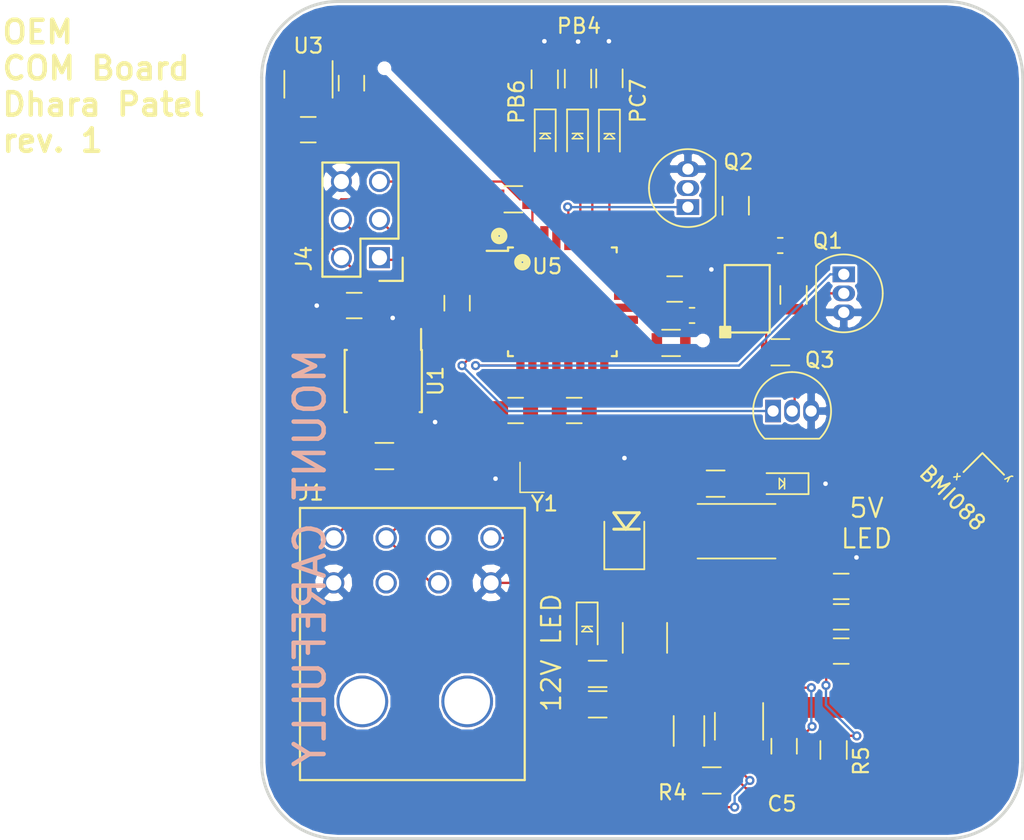
<source format=kicad_pcb>
(kicad_pcb (version 20171130) (host pcbnew 5.0.1-33cea8e~68~ubuntu18.04.1)

  (general
    (thickness 1.6)
    (drawings 16)
    (tracks 233)
    (zones 0)
    (modules 48)
    (nets 56)
  )

  (page A4)
  (layers
    (0 F.Cu signal)
    (31 B.Cu signal)
    (32 B.Adhes user)
    (33 F.Adhes user)
    (34 B.Paste user)
    (35 F.Paste user)
    (36 B.SilkS user)
    (37 F.SilkS user)
    (38 B.Mask user)
    (39 F.Mask user)
    (40 Dwgs.User user)
    (41 Cmts.User user)
    (42 Eco1.User user)
    (43 Eco2.User user)
    (44 Edge.Cuts user)
    (45 Margin user)
    (46 B.CrtYd user)
    (47 F.CrtYd user)
    (48 B.Fab user)
    (49 F.Fab user)
  )

  (setup
    (last_trace_width 0.1524)
    (user_trace_width 0.1524)
    (user_trace_width 0.254)
    (user_trace_width 0.508)
    (user_trace_width 0.762)
    (user_trace_width 0.8)
    (user_trace_width 1.016)
    (trace_clearance 0.1524)
    (zone_clearance 0.1524)
    (zone_45_only no)
    (trace_min 0.1524)
    (segment_width 0.2)
    (edge_width 0.2)
    (via_size 0.6096)
    (via_drill 0.3048)
    (via_min_size 0.4)
    (via_min_drill 0.3)
    (uvia_size 0.3)
    (uvia_drill 0.1)
    (uvias_allowed no)
    (uvia_min_size 0)
    (uvia_min_drill 0)
    (pcb_text_width 0.3)
    (pcb_text_size 1.5 1.5)
    (mod_edge_width 0.15)
    (mod_text_size 1 1)
    (mod_text_width 0.15)
    (pad_size 1.6 0.55)
    (pad_drill 0)
    (pad_to_mask_clearance 0.2)
    (solder_mask_min_width 0.25)
    (aux_axis_origin 0 0)
    (visible_elements FFFFEF7F)
    (pcbplotparams
      (layerselection 0x010fc_ffffffff)
      (usegerberextensions true)
      (usegerberattributes false)
      (usegerberadvancedattributes false)
      (creategerberjobfile false)
      (excludeedgelayer true)
      (linewidth 0.100000)
      (plotframeref false)
      (viasonmask false)
      (mode 1)
      (useauxorigin false)
      (hpglpennumber 1)
      (hpglpenspeed 20)
      (hpglpendiameter 15.000000)
      (psnegative false)
      (psa4output false)
      (plotreference true)
      (plotvalue true)
      (plotinvisibletext false)
      (padsonsilk false)
      (subtractmaskfromsilk false)
      (outputformat 1)
      (mirror false)
      (drillshape 0)
      (scaleselection 1)
      (outputdirectory "01-12-19/"))
  )

  (net 0 "")
  (net 1 GND)
  (net 2 VCC)
  (net 3 "Net-(D2-Pad2)")
  (net 4 /MISO)
  (net 5 /RXCAN)
  (net 6 /SCK)
  (net 7 /12V_Fused)
  (net 8 "Net-(C5-Pad1)")
  (net 9 "Net-(C5-Pad2)")
  (net 10 "Net-(C11-Pad1)")
  (net 11 "Net-(D1-Pad2)")
  (net 12 "Net-(R3-Pad2)")
  (net 13 "Net-(R4-Pad1)")
  (net 14 /12V)
  (net 15 "Net-(C2-Pad1)")
  (net 16 "Net-(C6-Pad1)")
  (net 17 "Net-(C8-Pad1)")
  (net 18 /3.3V)
  (net 19 /PLED1)
  (net 20 "Net-(D3-Pad1)")
  (net 21 "Net-(D4-Pad1)")
  (net 22 /PLED2)
  (net 23 /PLED3)
  (net 24 "Net-(D5-Pad1)")
  (net 25 /CANL)
  (net 26 /CANH)
  (net 27 /MOSI)
  (net 28 /RESET)
  (net 29 /TXCAN)
  (net 30 "Net-(U1-Pad5)")
  (net 31 "Net-(U5-Pad3)")
  (net 32 /MISO2)
  (net 33 /MOSI2)
  (net 34 "Net-(U5-Pad13)")
  (net 35 "Net-(U5-Pad14)")
  (net 36 "Net-(U5-Pad15)")
  (net 37 /CS_ACCEL)
  (net 38 /INT1)
  (net 39 "Net-(U5-Pad21)")
  (net 40 /CS_GYRO)
  (net 41 /INT4)
  (net 42 /SCK2)
  (net 43 "Net-(U5-Pad29)")
  (net 44 "Net-(U5-Pad30)")
  (net 45 "Net-(U5-Pad32)")
  (net 46 "Net-(U4-Pad12)")
  (net 47 "Net-(U4-Pad1)")
  (net 48 "Net-(U5-Pad22)")
  (net 49 "Net-(U5-Pad18)")
  (net 50 "Net-(Q1-Pad2)")
  (net 51 "Net-(Q2-Pad2)")
  (net 52 "Net-(Q3-Pad2)")
  (net 53 "Net-(R13-Pad1)")
  (net 54 "Net-(R14-Pad2)")
  (net 55 "Net-(R15-Pad1)")

  (net_class Default "This is the default net class."
    (clearance 0.1524)
    (trace_width 0.1524)
    (via_dia 0.6096)
    (via_drill 0.3048)
    (uvia_dia 0.3)
    (uvia_drill 0.1)
    (add_net /12V)
    (add_net /12V_Fused)
    (add_net /3.3V)
    (add_net /CANH)
    (add_net /CANL)
    (add_net /CS_ACCEL)
    (add_net /CS_GYRO)
    (add_net /INT1)
    (add_net /INT4)
    (add_net /MISO)
    (add_net /MISO2)
    (add_net /MOSI)
    (add_net /MOSI2)
    (add_net /PLED1)
    (add_net /PLED2)
    (add_net /PLED3)
    (add_net /RESET)
    (add_net /RXCAN)
    (add_net /SCK)
    (add_net /SCK2)
    (add_net /TXCAN)
    (add_net GND)
    (add_net "Net-(C11-Pad1)")
    (add_net "Net-(C2-Pad1)")
    (add_net "Net-(C5-Pad1)")
    (add_net "Net-(C5-Pad2)")
    (add_net "Net-(C6-Pad1)")
    (add_net "Net-(C8-Pad1)")
    (add_net "Net-(D1-Pad2)")
    (add_net "Net-(D2-Pad2)")
    (add_net "Net-(D3-Pad1)")
    (add_net "Net-(D4-Pad1)")
    (add_net "Net-(D5-Pad1)")
    (add_net "Net-(Q1-Pad2)")
    (add_net "Net-(Q2-Pad2)")
    (add_net "Net-(Q3-Pad2)")
    (add_net "Net-(R13-Pad1)")
    (add_net "Net-(R14-Pad2)")
    (add_net "Net-(R15-Pad1)")
    (add_net "Net-(R3-Pad2)")
    (add_net "Net-(R4-Pad1)")
    (add_net "Net-(U1-Pad5)")
    (add_net "Net-(U4-Pad1)")
    (add_net "Net-(U4-Pad12)")
    (add_net "Net-(U5-Pad13)")
    (add_net "Net-(U5-Pad14)")
    (add_net "Net-(U5-Pad15)")
    (add_net "Net-(U5-Pad18)")
    (add_net "Net-(U5-Pad21)")
    (add_net "Net-(U5-Pad22)")
    (add_net "Net-(U5-Pad29)")
    (add_net "Net-(U5-Pad3)")
    (add_net "Net-(U5-Pad30)")
    (add_net "Net-(U5-Pad32)")
    (add_net VCC)
  )

  (module footprints:R_0805_OEM (layer F.Cu) (tedit 5C53B7C7) (tstamp 5C08AAD4)
    (at 142.9004 93.90888 180)
    (descr "Resistor SMD 0805, reflow soldering, Vishay (see dcrcw.pdf)")
    (tags "resistor 0805")
    (path /59E06840)
    (attr smd)
    (fp_text reference R1 (at -0.095079 -3.893839 180) (layer F.SilkS) hide
      (effects (font (size 1 1) (thickness 0.15)))
    )
    (fp_text value R_100 (at 0 1.75 180) (layer F.Fab) hide
      (effects (font (size 1 1) (thickness 0.15)))
    )
    (fp_line (start 1.55 0.900001) (end -1.55 0.900001) (layer F.CrtYd) (width 0.05))
    (fp_line (start 1.55 0.900001) (end 1.55 -0.900001) (layer F.CrtYd) (width 0.05))
    (fp_line (start -1.55 -0.900001) (end -1.55 0.900001) (layer F.CrtYd) (width 0.05))
    (fp_line (start -1.55 -0.900001) (end 1.55 -0.900001) (layer F.CrtYd) (width 0.05))
    (fp_line (start -0.6 -0.88) (end 0.6 -0.88) (layer F.SilkS) (width 0.12))
    (fp_line (start 0.6 0.88) (end -0.6 0.88) (layer F.SilkS) (width 0.12))
    (fp_line (start -1 -0.62) (end 1 -0.62) (layer F.Fab) (width 0.1))
    (fp_line (start 1 -0.62) (end 1 0.62) (layer F.Fab) (width 0.1))
    (fp_line (start 1 0.62) (end -1 0.62) (layer F.Fab) (width 0.1))
    (fp_line (start -1 0.62) (end -1 -0.62) (layer F.Fab) (width 0.1))
    (pad 2 smd rect (at 0.949999 0 180) (size 0.7 1.3) (layers F.Cu F.Paste F.Mask)
      (net 15 "Net-(C2-Pad1)"))
    (pad 1 smd rect (at -0.949999 0 180) (size 0.7 1.3) (layers F.Cu F.Paste F.Mask)
      (net 2 VCC))
    (model "/home/josh/Formula/OEM_Preferred_Parts/3DModels/WRL Files/res0805.wrl"
      (at (xyz 0 0 0))
      (scale (xyz 1 1 1))
      (rotate (xyz 0 0 0))
    )
  )

  (module footprints:Pin_Header_Straight_2x03 (layer F.Cu) (tedit 5C53B7FF) (tstamp 5C08AAC4)
    (at 123.43384 88.21928 180)
    (descr "Through hole pin header")
    (tags "pin header")
    (path /59E10F9E)
    (fp_text reference J4 (at 5.03936 -0.06096 270) (layer F.SilkS)
      (effects (font (size 1 1) (thickness 0.15)))
    )
    (fp_text value CONN_02X03 (at 1.27 7.874 180) (layer F.Fab) hide
      (effects (font (size 1 1) (thickness 0.15)))
    )
    (fp_line (start -1.27 1.27) (end -1.27 6.35) (layer F.SilkS) (width 0.15))
    (fp_line (start -1.55 -1.55) (end 0 -1.55) (layer F.SilkS) (width 0.15))
    (fp_line (start -1.75 -1.75) (end -1.75 6.85) (layer F.CrtYd) (width 0.05))
    (fp_line (start 4.3 -1.75) (end 4.3 6.85) (layer F.CrtYd) (width 0.05))
    (fp_line (start -1.75 -1.75) (end 4.3 -1.75) (layer F.CrtYd) (width 0.05))
    (fp_line (start -1.75 6.85) (end 4.3 6.85) (layer F.CrtYd) (width 0.05))
    (fp_line (start 1.27 -1.27) (end 1.27 1.27) (layer F.SilkS) (width 0.15))
    (fp_line (start 1.27 1.27) (end -1.27 1.27) (layer F.SilkS) (width 0.15))
    (fp_line (start -1.27 6.35) (end 3.81 6.35) (layer F.SilkS) (width 0.15))
    (fp_line (start 3.81 6.35) (end 3.81 1.27) (layer F.SilkS) (width 0.15))
    (fp_line (start -1.55 -1.55) (end -1.55 0) (layer F.SilkS) (width 0.15))
    (fp_line (start 3.81 -1.27) (end 1.27 -1.27) (layer F.SilkS) (width 0.15))
    (fp_line (start 3.81 1.27) (end 3.81 -1.27) (layer F.SilkS) (width 0.15))
    (pad 1 thru_hole rect (at 0 0 180) (size 1.4 1.4) (drill 1.016) (layers *.Cu *.Mask)
      (net 4 /MISO))
    (pad 2 thru_hole circle (at 2.54 0 180) (size 1.4 1.4) (drill 1.016) (layers *.Cu *.Mask)
      (net 2 VCC))
    (pad 3 thru_hole circle (at 0 2.54 180) (size 1.4 1.4) (drill 1.016) (layers *.Cu *.Mask)
      (net 6 /SCK))
    (pad 4 thru_hole circle (at 2.54 2.54 180) (size 1.4 1.4) (drill 1.016) (layers *.Cu *.Mask)
      (net 27 /MOSI))
    (pad 5 thru_hole circle (at 0 5.08 180) (size 1.4 1.4) (drill 1.016) (layers *.Cu *.Mask)
      (net 28 /RESET))
    (pad 6 thru_hole circle (at 2.54 5.08 180) (size 1.4 1.4) (drill 1.016) (layers *.Cu *.Mask)
      (net 1 GND))
    (model Pin_Headers.3dshapes/Pin_Header_Straight_2x03.wrl
      (offset (xyz 1.269999980926514 -2.539999961853027 0))
      (scale (xyz 1 1 1))
      (rotate (xyz 0 0 90))
    )
  )

  (module footprints:R_0805_OEM (layer F.Cu) (tedit 5C525927) (tstamp 5B717343)
    (at 137.998 116.00336 180)
    (descr "Resistor SMD 0805, reflow soldering, Vishay (see dcrcw.pdf)")
    (tags "resistor 0805")
    (path /59E0432B)
    (attr smd)
    (fp_text reference R2 (at 4.50068 -0.65884 180) (layer F.SilkS) hide
      (effects (font (size 1 1) (thickness 0.15)))
    )
    (fp_text value R_1k (at 0 1.75 180) (layer F.Fab) hide
      (effects (font (size 1 1) (thickness 0.15)))
    )
    (fp_line (start -1 0.62) (end -1 -0.62) (layer F.Fab) (width 0.1))
    (fp_line (start 1 0.62) (end -1 0.62) (layer F.Fab) (width 0.1))
    (fp_line (start 1 -0.62) (end 1 0.62) (layer F.Fab) (width 0.1))
    (fp_line (start -1 -0.62) (end 1 -0.62) (layer F.Fab) (width 0.1))
    (fp_line (start 0.6 0.88) (end -0.6 0.88) (layer F.SilkS) (width 0.12))
    (fp_line (start -0.6 -0.88) (end 0.6 -0.88) (layer F.SilkS) (width 0.12))
    (fp_line (start -1.55 -0.9) (end 1.55 -0.9) (layer F.CrtYd) (width 0.05))
    (fp_line (start -1.55 -0.9) (end -1.55 0.9) (layer F.CrtYd) (width 0.05))
    (fp_line (start 1.55 0.9) (end 1.55 -0.9) (layer F.CrtYd) (width 0.05))
    (fp_line (start 1.55 0.9) (end -1.55 0.9) (layer F.CrtYd) (width 0.05))
    (pad 1 smd rect (at -0.95 0 180) (size 0.7 1.3) (layers F.Cu F.Paste F.Mask)
      (net 7 /12V_Fused))
    (pad 2 smd rect (at 0.95 0 180) (size 0.7 1.3) (layers F.Cu F.Paste F.Mask)
      (net 11 "Net-(D1-Pad2)"))
    (model "/home/josh/Formula/OEM_Preferred_Parts/3DModels/WRL Files/res0805.wrl"
      (at (xyz 0 0 0))
      (scale (xyz 1 1 1))
      (rotate (xyz 0 0 0))
    )
  )

  (module footprints:4.7uH_Inductor_OEM (layer F.Cu) (tedit 5C53A843) (tstamp 5B71730C)
    (at 147.4595 112.89186 90)
    (path /59E04875)
    (fp_text reference L1 (at 3.2385 -5.1435 90) (layer F.SilkS) hide
      (effects (font (size 1 1) (thickness 0.15)))
    )
    (fp_text value L_4.7uH (at 0 -5.08 90) (layer F.Fab) hide
      (effects (font (size 1 1) (thickness 0.15)))
    )
    (pad 1 smd rect (at -2.35 0 90) (size 3.3 8.2) (layers F.Cu F.Paste F.Mask)
      (net 9 "Net-(C5-Pad2)"))
    (pad 2 smd rect (at 2.35 0 90) (size 3.3 8.2) (layers F.Cu F.Paste F.Mask)
      (net 10 "Net-(C11-Pad1)"))
  )

  (module footprints:Fuse_1210 (layer F.Cu) (tedit 5C52593E) (tstamp 5B7172CD)
    (at 141.1535 113.59586 270)
    (descr "Resistor SMD 1210, reflow soldering, Vishay (see dcrcw.pdf)")
    (tags "resistor 1210")
    (path /59E0A5CF)
    (attr smd)
    (fp_text reference F1 (at -0.3865 2.1395 90) (layer F.SilkS) hide
      (effects (font (size 1 1) (thickness 0.15)))
    )
    (fp_text value 500mA (at 0 2.4 270) (layer F.Fab) hide
      (effects (font (size 1 1) (thickness 0.15)))
    )
    (fp_line (start -1.6 1.25) (end -1.6 -1.25) (layer F.Fab) (width 0.1))
    (fp_line (start 1.6 1.25) (end -1.6 1.25) (layer F.Fab) (width 0.1))
    (fp_line (start 1.6 -1.25) (end 1.6 1.25) (layer F.Fab) (width 0.1))
    (fp_line (start -1.6 -1.25) (end 1.6 -1.25) (layer F.Fab) (width 0.1))
    (fp_line (start 1 1.48) (end -1 1.48) (layer F.SilkS) (width 0.12))
    (fp_line (start -1 -1.48) (end 1 -1.48) (layer F.SilkS) (width 0.12))
    (fp_line (start -2.15 -1.5) (end 2.15 -1.5) (layer F.CrtYd) (width 0.05))
    (fp_line (start -2.15 -1.5) (end -2.15 1.5) (layer F.CrtYd) (width 0.05))
    (fp_line (start 2.15 1.5) (end 2.15 -1.5) (layer F.CrtYd) (width 0.05))
    (fp_line (start 2.15 1.5) (end -2.15 1.5) (layer F.CrtYd) (width 0.05))
    (pad 1 smd rect (at -1.45 0 270) (size 0.9 2.5) (layers F.Cu F.Paste F.Mask)
      (net 14 /12V))
    (pad 2 smd rect (at 1.45 0 270) (size 0.9 2.5) (layers F.Cu F.Paste F.Mask)
      (net 7 /12V_Fused))
    (model /home/josh/Formula/OEM_Preferred_Parts/3DModels/Fuse_1210_OEM/Fuse1210.wrl
      (at (xyz 0 0 0))
      (scale (xyz 1 1 1))
      (rotate (xyz 0 0 0))
    )
  )

  (module footprints:LED_0805_OEM (layer F.Cu) (tedit 5C525955) (tstamp 5B717259)
    (at 150.274 103.30336 180)
    (descr "LED 0805 smd package")
    (tags "LED led 0805 SMD smd SMT smt smdled SMDLED smtled SMTLED")
    (path /59E0483A)
    (attr smd)
    (fp_text reference D2 (at -0.254 1.778) (layer F.SilkS) hide
      (effects (font (size 1 1) (thickness 0.15)))
    )
    (fp_text value LED_0805 (at 0.508 2.032 180) (layer F.Fab) hide
      (effects (font (size 1 1) (thickness 0.15)))
    )
    (fp_line (start -0.2 0.35) (end -0.2 0) (layer F.SilkS) (width 0.1))
    (fp_line (start -0.2 0) (end -0.2 -0.35) (layer F.SilkS) (width 0.1))
    (fp_line (start 0.15 0.35) (end -0.2 0) (layer F.SilkS) (width 0.1))
    (fp_line (start 0.15 0.3) (end 0.15 0.35) (layer F.SilkS) (width 0.1))
    (fp_line (start 0.15 0.35) (end 0.15 0.3) (layer F.SilkS) (width 0.1))
    (fp_line (start 0.15 -0.35) (end 0.15 0.3) (layer F.SilkS) (width 0.1))
    (fp_line (start 0.1 -0.3) (end 0.15 -0.35) (layer F.SilkS) (width 0.1))
    (fp_line (start -0.2 0) (end 0.1 -0.3) (layer F.SilkS) (width 0.1))
    (fp_line (start -1.8 -0.7) (end -1.8 0.7) (layer F.SilkS) (width 0.12))
    (fp_line (start 1 0.6) (end -1 0.6) (layer F.Fab) (width 0.1))
    (fp_line (start 1 -0.6) (end 1 0.6) (layer F.Fab) (width 0.1))
    (fp_line (start -1 -0.6) (end 1 -0.6) (layer F.Fab) (width 0.1))
    (fp_line (start -1 0.6) (end -1 -0.6) (layer F.Fab) (width 0.1))
    (fp_line (start -1.8 0.7) (end 1 0.7) (layer F.SilkS) (width 0.12))
    (fp_line (start -1.8 -0.7) (end 1 -0.7) (layer F.SilkS) (width 0.12))
    (fp_line (start 1.95 -0.85) (end 1.95 0.85) (layer F.CrtYd) (width 0.05))
    (fp_line (start 1.95 0.85) (end -1.95 0.85) (layer F.CrtYd) (width 0.05))
    (fp_line (start -1.95 0.85) (end -1.95 -0.85) (layer F.CrtYd) (width 0.05))
    (fp_line (start -1.95 -0.85) (end 1.95 -0.85) (layer F.CrtYd) (width 0.05))
    (pad 2 smd rect (at 1.1 0) (size 1.2 1.2) (layers F.Cu F.Paste F.Mask)
      (net 3 "Net-(D2-Pad2)"))
    (pad 1 smd rect (at -1.1 0) (size 1.2 1.2) (layers F.Cu F.Paste F.Mask)
      (net 1 GND))
    (model "/home/josh/Formula/OEM_Preferred_Parts/3DModels/LED_0805/LED 0805 Base GREEN001_sp.wrl"
      (at (xyz 0 0 0))
      (scale (xyz 1 1 1))
      (rotate (xyz 0 0 180))
    )
  )

  (module footprints:R_2512_OEM (layer F.Cu) (tedit 5C53A83E) (tstamp 5B8BED94)
    (at 147.269 106.47836)
    (descr "Resistor SMD 2512, reflow soldering, Vishay (see dcrcw.pdf)")
    (tags "resistor 2512")
    (path /59E0444E)
    (attr smd)
    (fp_text reference R9 (at 4.953 0.127 90) (layer F.SilkS) hide
      (effects (font (size 1 1) (thickness 0.15)))
    )
    (fp_text value R_0_Jumper (at 0 2.75) (layer F.Fab) hide
      (effects (font (size 1 1) (thickness 0.15)))
    )
    (fp_line (start -3.15 1.6) (end -3.15 -1.6) (layer F.Fab) (width 0.1))
    (fp_line (start 3.15 1.6) (end -3.15 1.6) (layer F.Fab) (width 0.1))
    (fp_line (start 3.15 -1.6) (end 3.15 1.6) (layer F.Fab) (width 0.1))
    (fp_line (start -3.15 -1.6) (end 3.15 -1.6) (layer F.Fab) (width 0.1))
    (fp_line (start 2.6 1.82) (end -2.6 1.82) (layer F.SilkS) (width 0.12))
    (fp_line (start -2.6 -1.82) (end 2.6 -1.82) (layer F.SilkS) (width 0.12))
    (fp_line (start -3.85 -1.85) (end 3.85 -1.85) (layer F.CrtYd) (width 0.05))
    (fp_line (start -3.85 -1.85) (end -3.85 1.85) (layer F.CrtYd) (width 0.05))
    (fp_line (start 3.85 1.85) (end 3.85 -1.85) (layer F.CrtYd) (width 0.05))
    (fp_line (start 3.85 1.85) (end -3.85 1.85) (layer F.CrtYd) (width 0.05))
    (pad 1 smd rect (at -3.1 0) (size 1 3.2) (layers F.Cu F.Paste F.Mask)
      (net 2 VCC))
    (pad 2 smd rect (at 3.1 0) (size 1 3.2) (layers F.Cu F.Paste F.Mask)
      (net 10 "Net-(C11-Pad1)"))
    (model ${KISYS3DMOD}/Resistors_SMD.3dshapes/R_2512.wrl
      (at (xyz 0 0 0))
      (scale (xyz 1 1 1))
      (rotate (xyz 0 0 0))
    )
  )

  (module footprints:C_0805_OEM (layer F.Cu) (tedit 5C53A848) (tstamp 5B8BECC9)
    (at 154.254 110.16136)
    (descr "Capacitor SMD 0805, reflow soldering, AVX (see smccp.pdf)")
    (tags "capacitor 0805")
    (path /59E0494E)
    (attr smd)
    (fp_text reference C7 (at 3.052 0.183) (layer F.SilkS) hide
      (effects (font (size 1 1) (thickness 0.15)))
    )
    (fp_text value C_47uF (at 0 1.75) (layer F.Fab) hide
      (effects (font (size 1 1) (thickness 0.15)))
    )
    (fp_line (start -1 0.62) (end -1 -0.62) (layer F.Fab) (width 0.1))
    (fp_line (start 1 0.62) (end -1 0.62) (layer F.Fab) (width 0.1))
    (fp_line (start 1 -0.62) (end 1 0.62) (layer F.Fab) (width 0.1))
    (fp_line (start -1 -0.62) (end 1 -0.62) (layer F.Fab) (width 0.1))
    (fp_line (start 0.5 -0.85) (end -0.5 -0.85) (layer F.SilkS) (width 0.12))
    (fp_line (start -0.5 0.85) (end 0.5 0.85) (layer F.SilkS) (width 0.12))
    (fp_line (start -1.75 -0.88) (end 1.75 -0.88) (layer F.CrtYd) (width 0.05))
    (fp_line (start -1.75 -0.88) (end -1.75 0.87) (layer F.CrtYd) (width 0.05))
    (fp_line (start 1.75 0.87) (end 1.75 -0.88) (layer F.CrtYd) (width 0.05))
    (fp_line (start 1.75 0.87) (end -1.75 0.87) (layer F.CrtYd) (width 0.05))
    (pad 1 smd rect (at -1 0) (size 1 1.25) (layers F.Cu F.Paste F.Mask)
      (net 10 "Net-(C11-Pad1)"))
    (pad 2 smd rect (at 1 0) (size 1 1.25) (layers F.Cu F.Paste F.Mask)
      (net 1 GND))
    (model /home/josh/Formula/OEM_Preferred_Parts/3DModels/C_0805_OEM/C_0805.wrl
      (at (xyz 0 0 0))
      (scale (xyz 1 1 1))
      (rotate (xyz 0 0 0))
    )
  )

  (module footprints:SOT-23-6_OEM (layer F.Cu) (tedit 5C5259A3) (tstamp 5B71743C)
    (at 147.4341 119.49586 270)
    (descr "6-pin SOT-23 package")
    (tags SOT-23-6)
    (path /59E04993)
    (attr smd)
    (fp_text reference U2 (at 2.8575 -0.7239) (layer F.SilkS) hide
      (effects (font (size 1 1) (thickness 0.15)))
    )
    (fp_text value TPS561201 (at 0 2.9 270) (layer F.Fab) hide
      (effects (font (size 1 1) (thickness 0.15)))
    )
    (fp_line (start -0.9 1.61) (end 0.9 1.61) (layer F.SilkS) (width 0.12))
    (fp_line (start 0.9 -1.61) (end -1.55 -1.61) (layer F.SilkS) (width 0.12))
    (fp_line (start 1.9 -1.8) (end -1.9 -1.8) (layer F.CrtYd) (width 0.05))
    (fp_line (start 1.9 1.8) (end 1.9 -1.8) (layer F.CrtYd) (width 0.05))
    (fp_line (start -1.9 1.8) (end 1.9 1.8) (layer F.CrtYd) (width 0.05))
    (fp_line (start -1.9 -1.8) (end -1.9 1.8) (layer F.CrtYd) (width 0.05))
    (fp_line (start -0.9 -0.9) (end -0.25 -1.55) (layer F.Fab) (width 0.1))
    (fp_line (start 0.9 -1.55) (end -0.25 -1.55) (layer F.Fab) (width 0.1))
    (fp_line (start -0.9 -0.9) (end -0.9 1.55) (layer F.Fab) (width 0.1))
    (fp_line (start 0.9 1.55) (end -0.9 1.55) (layer F.Fab) (width 0.1))
    (fp_line (start 0.9 -1.55) (end 0.9 1.55) (layer F.Fab) (width 0.1))
    (pad 1 smd rect (at -1.1 -0.95 270) (size 1.06 0.65) (layers F.Cu F.Paste F.Mask)
      (net 1 GND))
    (pad 2 smd rect (at -1.1 0 270) (size 1.06 0.65) (layers F.Cu F.Paste F.Mask)
      (net 9 "Net-(C5-Pad2)"))
    (pad 3 smd rect (at -1.1 0.95 270) (size 1.06 0.65) (layers F.Cu F.Paste F.Mask)
      (net 7 /12V_Fused))
    (pad 4 smd rect (at 1.1 0.95 270) (size 1.06 0.65) (layers F.Cu F.Paste F.Mask)
      (net 13 "Net-(R4-Pad1)"))
    (pad 6 smd rect (at 1.1 -0.95 270) (size 1.06 0.65) (layers F.Cu F.Paste F.Mask)
      (net 8 "Net-(C5-Pad1)"))
    (pad 5 smd rect (at 1.1 0 270) (size 1.06 0.65) (layers F.Cu F.Paste F.Mask)
      (net 12 "Net-(R3-Pad2)"))
    (model ${KISYS3DMOD}/TO_SOT_Packages_SMD.3dshapes/SOT-23-6.wrl
      (at (xyz 0 0 0))
      (scale (xyz 1 1 1))
      (rotate (xyz 0 0 0))
    )
  )

  (module footprints:C_1206_OEM (layer F.Cu) (tedit 5C53A838) (tstamp 5B8BECBA)
    (at 144.094 119.81336 270)
    (descr "Capacitor SMD 1206, reflow soldering, AVX (see smccp.pdf)")
    (tags "capacitor 1206")
    (path /59E04907)
    (attr smd)
    (fp_text reference C3 (at 0 1.778 270) (layer F.SilkS) hide
      (effects (font (size 1 1) (thickness 0.15)))
    )
    (fp_text value C_22uF (at 0 2 270) (layer F.Fab) hide
      (effects (font (size 1 1) (thickness 0.15)))
    )
    (fp_line (start -1.6 0.8) (end -1.6 -0.8) (layer F.Fab) (width 0.1))
    (fp_line (start 1.6 0.8) (end -1.6 0.8) (layer F.Fab) (width 0.1))
    (fp_line (start 1.6 -0.8) (end 1.6 0.8) (layer F.Fab) (width 0.1))
    (fp_line (start -1.6 -0.8) (end 1.6 -0.8) (layer F.Fab) (width 0.1))
    (fp_line (start 1 -1.02) (end -1 -1.02) (layer F.SilkS) (width 0.12))
    (fp_line (start -1 1.02) (end 1 1.02) (layer F.SilkS) (width 0.12))
    (fp_line (start -2.25 -1.05) (end 2.25 -1.05) (layer F.CrtYd) (width 0.05))
    (fp_line (start -2.25 -1.05) (end -2.25 1.05) (layer F.CrtYd) (width 0.05))
    (fp_line (start 2.25 1.05) (end 2.25 -1.05) (layer F.CrtYd) (width 0.05))
    (fp_line (start 2.25 1.05) (end -2.25 1.05) (layer F.CrtYd) (width 0.05))
    (pad 1 smd rect (at -1.5 0 270) (size 1 1.6) (layers F.Cu F.Paste F.Mask)
      (net 7 /12V_Fused))
    (pad 2 smd rect (at 1.5 0 270) (size 1 1.6) (layers F.Cu F.Paste F.Mask)
      (net 1 GND))
    (model Capacitors_SMD.3dshapes/C_1206.wrl
      (at (xyz 0 0 0))
      (scale (xyz 1 1 1))
      (rotate (xyz 0 0 0))
    )
  )

  (module footprints:R_0805_OEM (layer F.Cu) (tedit 5C52595B) (tstamp 5B7173E3)
    (at 145.872 103.30336)
    (descr "Resistor SMD 0805, reflow soldering, Vishay (see dcrcw.pdf)")
    (tags "resistor 0805")
    (path /59E04401)
    (attr smd)
    (fp_text reference R12 (at 0 -1.65) (layer F.SilkS) hide
      (effects (font (size 1 1) (thickness 0.15)))
    )
    (fp_text value R_200 (at 0 1.75) (layer F.Fab) hide
      (effects (font (size 1 1) (thickness 0.15)))
    )
    (fp_line (start -1 0.62) (end -1 -0.62) (layer F.Fab) (width 0.1))
    (fp_line (start 1 0.62) (end -1 0.62) (layer F.Fab) (width 0.1))
    (fp_line (start 1 -0.62) (end 1 0.62) (layer F.Fab) (width 0.1))
    (fp_line (start -1 -0.62) (end 1 -0.62) (layer F.Fab) (width 0.1))
    (fp_line (start 0.6 0.88) (end -0.6 0.88) (layer F.SilkS) (width 0.12))
    (fp_line (start -0.6 -0.88) (end 0.6 -0.88) (layer F.SilkS) (width 0.12))
    (fp_line (start -1.55 -0.9) (end 1.55 -0.9) (layer F.CrtYd) (width 0.05))
    (fp_line (start -1.55 -0.9) (end -1.55 0.9) (layer F.CrtYd) (width 0.05))
    (fp_line (start 1.55 0.9) (end 1.55 -0.9) (layer F.CrtYd) (width 0.05))
    (fp_line (start 1.55 0.9) (end -1.55 0.9) (layer F.CrtYd) (width 0.05))
    (pad 1 smd rect (at -0.95 0) (size 0.7 1.3) (layers F.Cu F.Paste F.Mask)
      (net 2 VCC))
    (pad 2 smd rect (at 0.95 0) (size 0.7 1.3) (layers F.Cu F.Paste F.Mask)
      (net 3 "Net-(D2-Pad2)"))
    (model "/home/josh/Formula/OEM_Preferred_Parts/3DModels/WRL Files/res0805.wrl"
      (at (xyz 0 0 0))
      (scale (xyz 1 1 1))
      (rotate (xyz 0 0 0))
    )
  )

  (module footprints:R_0805_OEM (layer F.Cu) (tedit 5C622F30) (tstamp 5B8BFC4E)
    (at 145.618 123.11536 180)
    (descr "Resistor SMD 0805, reflow soldering, Vishay (see dcrcw.pdf)")
    (tags "resistor 0805")
    (path /59E042EA)
    (attr smd)
    (fp_text reference R4 (at 2.62616 -0.80108 180) (layer F.SilkS)
      (effects (font (size 1 1) (thickness 0.15)))
    )
    (fp_text value R_10k (at 0 1.75 180) (layer F.Fab) hide
      (effects (font (size 1 1) (thickness 0.15)))
    )
    (fp_line (start -1 0.62) (end -1 -0.62) (layer F.Fab) (width 0.1))
    (fp_line (start 1 0.62) (end -1 0.62) (layer F.Fab) (width 0.1))
    (fp_line (start 1 -0.62) (end 1 0.62) (layer F.Fab) (width 0.1))
    (fp_line (start -1 -0.62) (end 1 -0.62) (layer F.Fab) (width 0.1))
    (fp_line (start 0.6 0.88) (end -0.6 0.88) (layer F.SilkS) (width 0.12))
    (fp_line (start -0.6 -0.88) (end 0.6 -0.88) (layer F.SilkS) (width 0.12))
    (fp_line (start -1.55 -0.9) (end 1.55 -0.9) (layer F.CrtYd) (width 0.05))
    (fp_line (start -1.55 -0.9) (end -1.55 0.9) (layer F.CrtYd) (width 0.05))
    (fp_line (start 1.55 0.9) (end 1.55 -0.9) (layer F.CrtYd) (width 0.05))
    (fp_line (start 1.55 0.9) (end -1.55 0.9) (layer F.CrtYd) (width 0.05))
    (pad 1 smd rect (at -0.95 0 180) (size 0.7 1.3) (layers F.Cu F.Paste F.Mask)
      (net 13 "Net-(R4-Pad1)"))
    (pad 2 smd rect (at 0.95 0 180) (size 0.7 1.3) (layers F.Cu F.Paste F.Mask)
      (net 1 GND))
    (model "/home/josh/Formula/OEM_Preferred_Parts/3DModels/WRL Files/res0805.wrl"
      (at (xyz 0 0 0))
      (scale (xyz 1 1 1))
      (rotate (xyz 0 0 0))
    )
  )

  (module footprints:R_0805_OEM (layer F.Cu) (tedit 5C622F43) (tstamp 5B8BFC5E)
    (at 153.746 121.08336 90)
    (descr "Resistor SMD 0805, reflow soldering, Vishay (see dcrcw.pdf)")
    (tags "resistor 0805")
    (path /59E0438C)
    (attr smd)
    (fp_text reference R5 (at -0.73504 1.83916 90) (layer F.SilkS)
      (effects (font (size 1 1) (thickness 0.15)))
    )
    (fp_text value R_51.1k (at 0 1.75 90) (layer F.Fab) hide
      (effects (font (size 1 1) (thickness 0.15)))
    )
    (fp_line (start -1 0.62) (end -1 -0.62) (layer F.Fab) (width 0.1))
    (fp_line (start 1 0.62) (end -1 0.62) (layer F.Fab) (width 0.1))
    (fp_line (start 1 -0.62) (end 1 0.62) (layer F.Fab) (width 0.1))
    (fp_line (start -1 -0.62) (end 1 -0.62) (layer F.Fab) (width 0.1))
    (fp_line (start 0.6 0.88) (end -0.6 0.88) (layer F.SilkS) (width 0.12))
    (fp_line (start -0.6 -0.88) (end 0.6 -0.88) (layer F.SilkS) (width 0.12))
    (fp_line (start -1.55 -0.9) (end 1.55 -0.9) (layer F.CrtYd) (width 0.05))
    (fp_line (start -1.55 -0.9) (end -1.55 0.9) (layer F.CrtYd) (width 0.05))
    (fp_line (start 1.55 0.9) (end 1.55 -0.9) (layer F.CrtYd) (width 0.05))
    (fp_line (start 1.55 0.9) (end -1.55 0.9) (layer F.CrtYd) (width 0.05))
    (pad 1 smd rect (at -0.95 0 90) (size 0.7 1.3) (layers F.Cu F.Paste F.Mask)
      (net 13 "Net-(R4-Pad1)"))
    (pad 2 smd rect (at 0.95 0 90) (size 0.7 1.3) (layers F.Cu F.Paste F.Mask)
      (net 10 "Net-(C11-Pad1)"))
    (model "/home/josh/Formula/OEM_Preferred_Parts/3DModels/WRL Files/res0805.wrl"
      (at (xyz 0 0 0))
      (scale (xyz 1 1 1))
      (rotate (xyz 0 0 0))
    )
  )

  (module footprints:C_0805_OEM (layer F.Cu) (tedit 5C53A850) (tstamp 5B7171DB)
    (at 154.254 114.47936)
    (descr "Capacitor SMD 0805, reflow soldering, AVX (see smccp.pdf)")
    (tags "capacitor 0805")
    (path /5A79252F)
    (attr smd)
    (fp_text reference C12 (at 3.302 -0.254) (layer F.SilkS) hide
      (effects (font (size 1 1) (thickness 0.15)))
    )
    (fp_text value C_0.1uF (at 0 1.75) (layer F.Fab) hide
      (effects (font (size 1 1) (thickness 0.15)))
    )
    (fp_line (start -1 0.62) (end -1 -0.62) (layer F.Fab) (width 0.1))
    (fp_line (start 1 0.62) (end -1 0.62) (layer F.Fab) (width 0.1))
    (fp_line (start 1 -0.62) (end 1 0.62) (layer F.Fab) (width 0.1))
    (fp_line (start -1 -0.62) (end 1 -0.62) (layer F.Fab) (width 0.1))
    (fp_line (start 0.5 -0.85) (end -0.5 -0.85) (layer F.SilkS) (width 0.12))
    (fp_line (start -0.5 0.85) (end 0.5 0.85) (layer F.SilkS) (width 0.12))
    (fp_line (start -1.75 -0.88) (end 1.75 -0.88) (layer F.CrtYd) (width 0.05))
    (fp_line (start -1.75 -0.88) (end -1.75 0.87) (layer F.CrtYd) (width 0.05))
    (fp_line (start 1.75 0.87) (end 1.75 -0.88) (layer F.CrtYd) (width 0.05))
    (fp_line (start 1.75 0.87) (end -1.75 0.87) (layer F.CrtYd) (width 0.05))
    (pad 1 smd rect (at -1 0) (size 1 1.25) (layers F.Cu F.Paste F.Mask)
      (net 10 "Net-(C11-Pad1)"))
    (pad 2 smd rect (at 1 0) (size 1 1.25) (layers F.Cu F.Paste F.Mask)
      (net 1 GND))
    (model /home/josh/Formula/OEM_Preferred_Parts/3DModels/C_0805_OEM/C_0805.wrl
      (at (xyz 0 0 0))
      (scale (xyz 1 1 1))
      (rotate (xyz 0 0 0))
    )
  )

  (module footprints:C_0805_OEM (layer F.Cu) (tedit 5C53A84C) (tstamp 5B7171CB)
    (at 154.254 112.19336)
    (descr "Capacitor SMD 0805, reflow soldering, AVX (see smccp.pdf)")
    (tags "capacitor 0805")
    (path /5A79269E)
    (attr smd)
    (fp_text reference C11 (at 3.556 0) (layer F.SilkS) hide
      (effects (font (size 1 1) (thickness 0.15)))
    )
    (fp_text value C_1uF (at 0 1.75) (layer F.Fab) hide
      (effects (font (size 1 1) (thickness 0.15)))
    )
    (fp_line (start -1 0.62) (end -1 -0.62) (layer F.Fab) (width 0.1))
    (fp_line (start 1 0.62) (end -1 0.62) (layer F.Fab) (width 0.1))
    (fp_line (start 1 -0.62) (end 1 0.62) (layer F.Fab) (width 0.1))
    (fp_line (start -1 -0.62) (end 1 -0.62) (layer F.Fab) (width 0.1))
    (fp_line (start 0.5 -0.85) (end -0.5 -0.85) (layer F.SilkS) (width 0.12))
    (fp_line (start -0.5 0.85) (end 0.5 0.85) (layer F.SilkS) (width 0.12))
    (fp_line (start -1.75 -0.88) (end 1.75 -0.88) (layer F.CrtYd) (width 0.05))
    (fp_line (start -1.75 -0.88) (end -1.75 0.87) (layer F.CrtYd) (width 0.05))
    (fp_line (start 1.75 0.87) (end 1.75 -0.88) (layer F.CrtYd) (width 0.05))
    (fp_line (start 1.75 0.87) (end -1.75 0.87) (layer F.CrtYd) (width 0.05))
    (pad 1 smd rect (at -1 0) (size 1 1.25) (layers F.Cu F.Paste F.Mask)
      (net 10 "Net-(C11-Pad1)"))
    (pad 2 smd rect (at 1 0) (size 1 1.25) (layers F.Cu F.Paste F.Mask)
      (net 1 GND))
    (model /home/josh/Formula/OEM_Preferred_Parts/3DModels/C_0805_OEM/C_0805.wrl
      (at (xyz 0 0 0))
      (scale (xyz 1 1 1))
      (rotate (xyz 0 0 0))
    )
  )

  (module footprints:C_0805_OEM (layer F.Cu) (tedit 5C622F52) (tstamp 5B71716B)
    (at 150.444 120.82936 90)
    (descr "Capacitor SMD 0805, reflow soldering, AVX (see smccp.pdf)")
    (tags "capacitor 0805")
    (path /59E048C8)
    (attr smd)
    (fp_text reference C5 (at -3.844 -0.14204 180) (layer F.SilkS)
      (effects (font (size 1 1) (thickness 0.15)))
    )
    (fp_text value C_0.1uF (at 0 1.75 90) (layer F.Fab) hide
      (effects (font (size 1 1) (thickness 0.15)))
    )
    (fp_line (start -1 0.62) (end -1 -0.62) (layer F.Fab) (width 0.1))
    (fp_line (start 1 0.62) (end -1 0.62) (layer F.Fab) (width 0.1))
    (fp_line (start 1 -0.62) (end 1 0.62) (layer F.Fab) (width 0.1))
    (fp_line (start -1 -0.62) (end 1 -0.62) (layer F.Fab) (width 0.1))
    (fp_line (start 0.5 -0.85) (end -0.5 -0.85) (layer F.SilkS) (width 0.12))
    (fp_line (start -0.5 0.85) (end 0.5 0.85) (layer F.SilkS) (width 0.12))
    (fp_line (start -1.75 -0.88) (end 1.75 -0.88) (layer F.CrtYd) (width 0.05))
    (fp_line (start -1.75 -0.88) (end -1.75 0.87) (layer F.CrtYd) (width 0.05))
    (fp_line (start 1.75 0.87) (end 1.75 -0.88) (layer F.CrtYd) (width 0.05))
    (fp_line (start 1.75 0.87) (end -1.75 0.87) (layer F.CrtYd) (width 0.05))
    (pad 1 smd rect (at -1 0 90) (size 1 1.25) (layers F.Cu F.Paste F.Mask)
      (net 8 "Net-(C5-Pad1)"))
    (pad 2 smd rect (at 1 0 90) (size 1 1.25) (layers F.Cu F.Paste F.Mask)
      (net 9 "Net-(C5-Pad2)"))
    (model /home/josh/Formula/OEM_Preferred_Parts/3DModels/C_0805_OEM/C_0805.wrl
      (at (xyz 0 0 0))
      (scale (xyz 1 1 1))
      (rotate (xyz 0 0 0))
    )
  )

  (module footprints:LED_0805_OEM (layer F.Cu) (tedit 5C525944) (tstamp 5B8BECF6)
    (at 137.29716 113.03272 270)
    (descr "LED 0805 smd package")
    (tags "LED led 0805 SMD smd SMT smt smdled SMDLED smtled SMTLED")
    (path /59E047E3)
    (attr smd)
    (fp_text reference D1 (at -0.254 1.778 270) (layer F.SilkS) hide
      (effects (font (size 1 1) (thickness 0.15)))
    )
    (fp_text value LED_0805 (at 0.508 2.032 270) (layer F.Fab) hide
      (effects (font (size 1 1) (thickness 0.15)))
    )
    (fp_line (start -0.2 0.35) (end -0.2 0) (layer F.SilkS) (width 0.1))
    (fp_line (start -0.2 0) (end -0.2 -0.35) (layer F.SilkS) (width 0.1))
    (fp_line (start 0.15 0.35) (end -0.2 0) (layer F.SilkS) (width 0.1))
    (fp_line (start 0.15 0.3) (end 0.15 0.35) (layer F.SilkS) (width 0.1))
    (fp_line (start 0.15 0.35) (end 0.15 0.3) (layer F.SilkS) (width 0.1))
    (fp_line (start 0.15 -0.35) (end 0.15 0.3) (layer F.SilkS) (width 0.1))
    (fp_line (start 0.1 -0.3) (end 0.15 -0.35) (layer F.SilkS) (width 0.1))
    (fp_line (start -0.2 0) (end 0.1 -0.3) (layer F.SilkS) (width 0.1))
    (fp_line (start -1.8 -0.7) (end -1.8 0.7) (layer F.SilkS) (width 0.12))
    (fp_line (start 1 0.6) (end -1 0.6) (layer F.Fab) (width 0.1))
    (fp_line (start 1 -0.6) (end 1 0.6) (layer F.Fab) (width 0.1))
    (fp_line (start -1 -0.6) (end 1 -0.6) (layer F.Fab) (width 0.1))
    (fp_line (start -1 0.6) (end -1 -0.6) (layer F.Fab) (width 0.1))
    (fp_line (start -1.8 0.7) (end 1 0.7) (layer F.SilkS) (width 0.12))
    (fp_line (start -1.8 -0.7) (end 1 -0.7) (layer F.SilkS) (width 0.12))
    (fp_line (start 1.95 -0.85) (end 1.95 0.85) (layer F.CrtYd) (width 0.05))
    (fp_line (start 1.95 0.85) (end -1.95 0.85) (layer F.CrtYd) (width 0.05))
    (fp_line (start -1.95 0.85) (end -1.95 -0.85) (layer F.CrtYd) (width 0.05))
    (fp_line (start -1.95 -0.85) (end 1.95 -0.85) (layer F.CrtYd) (width 0.05))
    (pad 2 smd rect (at 1.1 0 90) (size 1.2 1.2) (layers F.Cu F.Paste F.Mask)
      (net 11 "Net-(D1-Pad2)"))
    (pad 1 smd rect (at -1.1 0 90) (size 1.2 1.2) (layers F.Cu F.Paste F.Mask)
      (net 1 GND))
    (model "${LOCAL_DIR}/OEM_Preferred_Parts/3DModels/LED_0805/LED 0805 Base GREEN001_sp.wrl"
      (at (xyz 0 0 0))
      (scale (xyz 1 1 1))
      (rotate (xyz 0 0 180))
    )
  )

  (module footprints:DO-214AA (layer F.Cu) (tedit 5C52594F) (tstamp 5B8BED22)
    (at 139.776 105.84336 90)
    (descr "http://www.diodes.com/datasheets/ap02001.pdf p.144")
    (tags "Diode SOD523")
    (path /59F253C2)
    (attr smd)
    (fp_text reference D7 (at 0.3 -2.25 90) (layer F.SilkS) hide
      (effects (font (size 1 1) (thickness 0.15)))
    )
    (fp_text value D_Zener_18V (at 0 2.286 90) (layer F.Fab) hide
      (effects (font (size 1 1) (thickness 0.15)))
    )
    (fp_line (start 0.6 1) (end -0.5 0.1) (layer F.SilkS) (width 0.2))
    (fp_line (start 0.6 -0.7) (end 0.6 1) (layer F.SilkS) (width 0.2))
    (fp_line (start -0.5 0.1) (end 0.6 -0.7) (layer F.SilkS) (width 0.2))
    (fp_line (start -0.5 -0.7) (end -0.5 1) (layer F.SilkS) (width 0.2))
    (fp_line (start -3.175 -1.3335) (end -3.175 1.3335) (layer F.SilkS) (width 0.12))
    (fp_line (start 3.302 -1.4605) (end 3.302 1.4605) (layer F.CrtYd) (width 0.05))
    (fp_line (start -3.302 -1.4605) (end 3.302 -1.4605) (layer F.CrtYd) (width 0.05))
    (fp_line (start -3.302 -1.4605) (end -3.302 1.4605) (layer F.CrtYd) (width 0.05))
    (fp_line (start -3.302 1.4605) (end 3.302 1.4605) (layer F.CrtYd) (width 0.05))
    (fp_line (start 2.3749 -1.9685) (end 2.3749 1.9685) (layer F.Fab) (width 0.1))
    (fp_line (start -2.3749 -1.9685) (end 2.3749 -1.9685) (layer F.Fab) (width 0.1))
    (fp_line (start -2.3749 -1.9685) (end -2.3749 1.9685) (layer F.Fab) (width 0.1))
    (fp_line (start 2.3749 1.9685) (end -2.3749 1.9685) (layer F.Fab) (width 0.1))
    (fp_line (start -3.175 1.3335) (end 0 1.3335) (layer F.SilkS) (width 0.12))
    (fp_line (start -3.175 -1.3335) (end 0 -1.3335) (layer F.SilkS) (width 0.12))
    (pad 2 smd rect (at 2.032 0 270) (size 1.778 2.159) (layers F.Cu F.Paste F.Mask)
      (net 1 GND))
    (pad 1 smd rect (at -2.032 0 270) (size 1.778 2.159) (layers F.Cu F.Paste F.Mask)
      (net 14 /12V))
    (model ${LOCAL_DIR}/OEM_Preferred_Parts/3DModels/DO_214AA_OEM/DO_214AA.wrl
      (at (xyz 0 0 0))
      (scale (xyz 1 1 1))
      (rotate (xyz 0 0 0))
    )
  )

  (module footprints:R_0805_OEM (layer F.Cu) (tedit 5C52592C) (tstamp 5B717353)
    (at 137.998 118.03536 180)
    (descr "Resistor SMD 0805, reflow soldering, Vishay (see dcrcw.pdf)")
    (tags "resistor 0805")
    (path /59E042A3)
    (attr smd)
    (fp_text reference R3 (at 2.286 0) (layer F.SilkS) hide
      (effects (font (size 1 1) (thickness 0.15)))
    )
    (fp_text value R_10k (at 0 1.75 180) (layer F.Fab) hide
      (effects (font (size 1 1) (thickness 0.15)))
    )
    (fp_line (start -1 0.62) (end -1 -0.62) (layer F.Fab) (width 0.1))
    (fp_line (start 1 0.62) (end -1 0.62) (layer F.Fab) (width 0.1))
    (fp_line (start 1 -0.62) (end 1 0.62) (layer F.Fab) (width 0.1))
    (fp_line (start -1 -0.62) (end 1 -0.62) (layer F.Fab) (width 0.1))
    (fp_line (start 0.6 0.88) (end -0.6 0.88) (layer F.SilkS) (width 0.12))
    (fp_line (start -0.6 -0.88) (end 0.6 -0.88) (layer F.SilkS) (width 0.12))
    (fp_line (start -1.55 -0.9) (end 1.55 -0.9) (layer F.CrtYd) (width 0.05))
    (fp_line (start -1.55 -0.9) (end -1.55 0.9) (layer F.CrtYd) (width 0.05))
    (fp_line (start 1.55 0.9) (end 1.55 -0.9) (layer F.CrtYd) (width 0.05))
    (fp_line (start 1.55 0.9) (end -1.55 0.9) (layer F.CrtYd) (width 0.05))
    (pad 1 smd rect (at -0.95 0 180) (size 0.7 1.3) (layers F.Cu F.Paste F.Mask)
      (net 7 /12V_Fused))
    (pad 2 smd rect (at 0.95 0 180) (size 0.7 1.3) (layers F.Cu F.Paste F.Mask)
      (net 12 "Net-(R3-Pad2)"))
    (model "/home/josh/Formula/OEM_Preferred_Parts/3DModels/WRL Files/res0805.wrl"
      (at (xyz 0 0 0))
      (scale (xyz 1 1 1))
      (rotate (xyz 0 0 0))
    )
  )

  (module footprints:C_0805_OEM (layer F.Cu) (tedit 5C53A826) (tstamp 5C08A9CB)
    (at 128.61544 91.25636 270)
    (descr "Capacitor SMD 0805, reflow soldering, AVX (see smccp.pdf)")
    (tags "capacitor 0805")
    (path /59E06957)
    (attr smd)
    (fp_text reference C1 (at 0 -1.5 270) (layer F.SilkS) hide
      (effects (font (size 1 1) (thickness 0.15)))
    )
    (fp_text value C_0.1uF (at 0 1.75 270) (layer F.Fab) hide
      (effects (font (size 1 1) (thickness 0.15)))
    )
    (fp_line (start 1.75 0.87) (end -1.75 0.87) (layer F.CrtYd) (width 0.05))
    (fp_line (start 1.75 0.87) (end 1.75 -0.88) (layer F.CrtYd) (width 0.05))
    (fp_line (start -1.75 -0.88) (end -1.75 0.87) (layer F.CrtYd) (width 0.05))
    (fp_line (start -1.75 -0.88) (end 1.75 -0.88) (layer F.CrtYd) (width 0.05))
    (fp_line (start -0.5 0.85) (end 0.5 0.85) (layer F.SilkS) (width 0.12))
    (fp_line (start 0.5 -0.85) (end -0.5 -0.85) (layer F.SilkS) (width 0.12))
    (fp_line (start -1 -0.62) (end 1 -0.62) (layer F.Fab) (width 0.1))
    (fp_line (start 1 -0.62) (end 1 0.62) (layer F.Fab) (width 0.1))
    (fp_line (start 1 0.62) (end -1 0.62) (layer F.Fab) (width 0.1))
    (fp_line (start -1 0.62) (end -1 -0.62) (layer F.Fab) (width 0.1))
    (pad 2 smd rect (at 1 0 270) (size 1 1.25) (layers F.Cu F.Paste F.Mask)
      (net 1 GND))
    (pad 1 smd rect (at -1 0 270) (size 1 1.25) (layers F.Cu F.Paste F.Mask)
      (net 2 VCC))
    (model /home/josh/Formula/OEM_Preferred_Parts/3DModels/C_0805_OEM/C_0805.wrl
      (at (xyz 0 0 0))
      (scale (xyz 1 1 1))
      (rotate (xyz 0 0 0))
    )
  )

  (module footprints:C_0805_OEM (layer F.Cu) (tedit 5C9BB771) (tstamp 5C08A9DB)
    (at 143.13916 90.31224)
    (descr "Capacitor SMD 0805, reflow soldering, AVX (see smccp.pdf)")
    (tags "capacitor 0805")
    (path /59E06E67)
    (attr smd)
    (fp_text reference C2 (at 0 -1.5) (layer F.SilkS) hide
      (effects (font (size 1 1) (thickness 0.15)))
    )
    (fp_text value C_100pF (at 0 1.75) (layer F.Fab) hide
      (effects (font (size 1 1) (thickness 0.15)))
    )
    (fp_line (start -1 0.62) (end -1 -0.62) (layer F.Fab) (width 0.1))
    (fp_line (start 1 0.62) (end -1 0.62) (layer F.Fab) (width 0.1))
    (fp_line (start 1 -0.62) (end 1 0.62) (layer F.Fab) (width 0.1))
    (fp_line (start -1 -0.62) (end 1 -0.62) (layer F.Fab) (width 0.1))
    (fp_line (start 0.5 -0.85) (end -0.5 -0.85) (layer F.SilkS) (width 0.12))
    (fp_line (start -0.5 0.85) (end 0.5 0.85) (layer F.SilkS) (width 0.12))
    (fp_line (start -1.75 -0.88) (end 1.75 -0.88) (layer F.CrtYd) (width 0.05))
    (fp_line (start -1.75 -0.88) (end -1.75 0.87) (layer F.CrtYd) (width 0.05))
    (fp_line (start 1.75 0.87) (end 1.75 -0.88) (layer F.CrtYd) (width 0.05))
    (fp_line (start 1.75 0.87) (end -1.75 0.87) (layer F.CrtYd) (width 0.05))
    (pad 1 smd rect (at -1 0) (size 1 1.25) (layers F.Cu F.Paste F.Mask)
      (net 15 "Net-(C2-Pad1)"))
    (pad 2 smd rect (at 1 0) (size 1 1.25) (layers F.Cu F.Paste F.Mask)
      (net 1 GND))
    (model /home/josh/Formula/OEM_Preferred_Parts/3DModels/C_0805_OEM/C_0805.wrl
      (at (xyz 0 0 0))
      (scale (xyz 1 1 1))
      (rotate (xyz 0 0 0))
    )
  )

  (module footprints:C_0805_OEM (layer F.Cu) (tedit 5C525ACE) (tstamp 5C08A9EB)
    (at 121.74804 91.4146 180)
    (descr "Capacitor SMD 0805, reflow soldering, AVX (see smccp.pdf)")
    (tags "capacitor 0805")
    (path /59E068FA)
    (attr smd)
    (fp_text reference C4 (at 0 -1.5 180) (layer F.SilkS) hide
      (effects (font (size 1 1) (thickness 0.15)))
    )
    (fp_text value C_0.1uF (at 0 1.75 180) (layer F.Fab) hide
      (effects (font (size 1 1) (thickness 0.15)))
    )
    (fp_line (start -1 0.62) (end -1 -0.62) (layer F.Fab) (width 0.1))
    (fp_line (start 1 0.62) (end -1 0.62) (layer F.Fab) (width 0.1))
    (fp_line (start 1 -0.62) (end 1 0.62) (layer F.Fab) (width 0.1))
    (fp_line (start -1 -0.62) (end 1 -0.62) (layer F.Fab) (width 0.1))
    (fp_line (start 0.5 -0.85) (end -0.5 -0.85) (layer F.SilkS) (width 0.12))
    (fp_line (start -0.5 0.85) (end 0.5 0.85) (layer F.SilkS) (width 0.12))
    (fp_line (start -1.75 -0.88) (end 1.75 -0.88) (layer F.CrtYd) (width 0.05))
    (fp_line (start -1.75 -0.88) (end -1.75 0.87) (layer F.CrtYd) (width 0.05))
    (fp_line (start 1.75 0.87) (end 1.75 -0.88) (layer F.CrtYd) (width 0.05))
    (fp_line (start 1.75 0.87) (end -1.75 0.87) (layer F.CrtYd) (width 0.05))
    (pad 1 smd rect (at -1 0 180) (size 1 1.25) (layers F.Cu F.Paste F.Mask)
      (net 2 VCC))
    (pad 2 smd rect (at 1 0 180) (size 1 1.25) (layers F.Cu F.Paste F.Mask)
      (net 1 GND))
    (model /home/josh/Formula/OEM_Preferred_Parts/3DModels/C_0805_OEM/C_0805.wrl
      (at (xyz 0 0 0))
      (scale (xyz 1 1 1))
      (rotate (xyz 0 0 0))
    )
  )

  (module footprints:C_0805_OEM (layer F.Cu) (tedit 5C525DC6) (tstamp 5C08A9FB)
    (at 136.43356 98.41992 180)
    (descr "Capacitor SMD 0805, reflow soldering, AVX (see smccp.pdf)")
    (tags "capacitor 0805")
    (path /59E06F43)
    (attr smd)
    (fp_text reference C6 (at 0 -1.5 180) (layer F.SilkS) hide
      (effects (font (size 1 1) (thickness 0.15)))
    )
    (fp_text value C_30pF (at 0 1.75 180) (layer F.Fab) hide
      (effects (font (size 1 1) (thickness 0.15)))
    )
    (fp_line (start -1 0.62) (end -1 -0.62) (layer F.Fab) (width 0.1))
    (fp_line (start 1 0.62) (end -1 0.62) (layer F.Fab) (width 0.1))
    (fp_line (start 1 -0.62) (end 1 0.62) (layer F.Fab) (width 0.1))
    (fp_line (start -1 -0.62) (end 1 -0.62) (layer F.Fab) (width 0.1))
    (fp_line (start 0.5 -0.85) (end -0.5 -0.85) (layer F.SilkS) (width 0.12))
    (fp_line (start -0.5 0.85) (end 0.5 0.85) (layer F.SilkS) (width 0.12))
    (fp_line (start -1.75 -0.88) (end 1.75 -0.88) (layer F.CrtYd) (width 0.05))
    (fp_line (start -1.75 -0.88) (end -1.75 0.87) (layer F.CrtYd) (width 0.05))
    (fp_line (start 1.75 0.87) (end 1.75 -0.88) (layer F.CrtYd) (width 0.05))
    (fp_line (start 1.75 0.87) (end -1.75 0.87) (layer F.CrtYd) (width 0.05))
    (pad 1 smd rect (at -1 0 180) (size 1 1.25) (layers F.Cu F.Paste F.Mask)
      (net 16 "Net-(C6-Pad1)"))
    (pad 2 smd rect (at 1 0 180) (size 1 1.25) (layers F.Cu F.Paste F.Mask)
      (net 1 GND))
    (model /home/josh/Formula/OEM_Preferred_Parts/3DModels/C_0805_OEM/C_0805.wrl
      (at (xyz 0 0 0))
      (scale (xyz 1 1 1))
      (rotate (xyz 0 0 0))
    )
  )

  (module footprints:C_0805_OEM (layer F.Cu) (tedit 5C525DBD) (tstamp 5C08AA0B)
    (at 132.52196 98.41992 180)
    (descr "Capacitor SMD 0805, reflow soldering, AVX (see smccp.pdf)")
    (tags "capacitor 0805")
    (path /59E06ED0)
    (attr smd)
    (fp_text reference C8 (at 0 -1.5 180) (layer F.SilkS) hide
      (effects (font (size 1 1) (thickness 0.15)))
    )
    (fp_text value C_30pF (at 0 1.75 180) (layer F.Fab) hide
      (effects (font (size 1 1) (thickness 0.15)))
    )
    (fp_line (start 1.75 0.87) (end -1.75 0.87) (layer F.CrtYd) (width 0.05))
    (fp_line (start 1.75 0.87) (end 1.75 -0.88) (layer F.CrtYd) (width 0.05))
    (fp_line (start -1.75 -0.88) (end -1.75 0.87) (layer F.CrtYd) (width 0.05))
    (fp_line (start -1.75 -0.88) (end 1.75 -0.88) (layer F.CrtYd) (width 0.05))
    (fp_line (start -0.5 0.85) (end 0.5 0.85) (layer F.SilkS) (width 0.12))
    (fp_line (start 0.5 -0.85) (end -0.5 -0.85) (layer F.SilkS) (width 0.12))
    (fp_line (start -1 -0.62) (end 1 -0.62) (layer F.Fab) (width 0.1))
    (fp_line (start 1 -0.62) (end 1 0.62) (layer F.Fab) (width 0.1))
    (fp_line (start 1 0.62) (end -1 0.62) (layer F.Fab) (width 0.1))
    (fp_line (start -1 0.62) (end -1 -0.62) (layer F.Fab) (width 0.1))
    (pad 2 smd rect (at 1 0 180) (size 1 1.25) (layers F.Cu F.Paste F.Mask)
      (net 1 GND))
    (pad 1 smd rect (at -1 0 180) (size 1 1.25) (layers F.Cu F.Paste F.Mask)
      (net 17 "Net-(C8-Pad1)"))
    (model /home/josh/Formula/OEM_Preferred_Parts/3DModels/C_0805_OEM/C_0805.wrl
      (at (xyz 0 0 0))
      (scale (xyz 1 1 1))
      (rotate (xyz 0 0 0))
    )
  )

  (module footprints:C_0805_OEM (layer F.Cu) (tedit 5C525AC1) (tstamp 5C08AA1B)
    (at 118.678843 79.676457)
    (descr "Capacitor SMD 0805, reflow soldering, AVX (see smccp.pdf)")
    (tags "capacitor 0805")
    (path /5BDBF375)
    (attr smd)
    (fp_text reference C9 (at -2.925963 0.069383) (layer F.SilkS) hide
      (effects (font (size 1 1) (thickness 0.15)))
    )
    (fp_text value C_0.1uF (at 0 1.75) (layer F.Fab) hide
      (effects (font (size 1 1) (thickness 0.15)))
    )
    (fp_line (start -1 0.62) (end -1 -0.62) (layer F.Fab) (width 0.1))
    (fp_line (start 1 0.62) (end -1 0.62) (layer F.Fab) (width 0.1))
    (fp_line (start 1 -0.62) (end 1 0.62) (layer F.Fab) (width 0.1))
    (fp_line (start -1 -0.62) (end 1 -0.62) (layer F.Fab) (width 0.1))
    (fp_line (start 0.5 -0.85) (end -0.5 -0.85) (layer F.SilkS) (width 0.12))
    (fp_line (start -0.5 0.85) (end 0.5 0.85) (layer F.SilkS) (width 0.12))
    (fp_line (start -1.75 -0.88) (end 1.75 -0.88) (layer F.CrtYd) (width 0.05))
    (fp_line (start -1.75 -0.88) (end -1.75 0.87) (layer F.CrtYd) (width 0.05))
    (fp_line (start 1.75 0.87) (end 1.75 -0.88) (layer F.CrtYd) (width 0.05))
    (fp_line (start 1.75 0.87) (end -1.75 0.87) (layer F.CrtYd) (width 0.05))
    (pad 1 smd rect (at -1 0) (size 1 1.25) (layers F.Cu F.Paste F.Mask)
      (net 2 VCC))
    (pad 2 smd rect (at 1 0) (size 1 1.25) (layers F.Cu F.Paste F.Mask)
      (net 1 GND))
    (model /home/josh/Formula/OEM_Preferred_Parts/3DModels/C_0805_OEM/C_0805.wrl
      (at (xyz 0 0 0))
      (scale (xyz 1 1 1))
      (rotate (xyz 0 0 0))
    )
  )

  (module footprints:C_0805_OEM (layer F.Cu) (tedit 5C525ABC) (tstamp 5C08AA2B)
    (at 121.564283 76.571817 270)
    (descr "Capacitor SMD 0805, reflow soldering, AVX (see smccp.pdf)")
    (tags "capacitor 0805")
    (path /5BDC8171)
    (attr smd)
    (fp_text reference C10 (at -0.813777 -1.783197 270) (layer F.SilkS) hide
      (effects (font (size 1 1) (thickness 0.15)))
    )
    (fp_text value C_0.1uF (at 0 1.75 270) (layer F.Fab) hide
      (effects (font (size 1 1) (thickness 0.15)))
    )
    (fp_line (start 1.75 0.87) (end -1.75 0.87) (layer F.CrtYd) (width 0.05))
    (fp_line (start 1.75 0.87) (end 1.75 -0.88) (layer F.CrtYd) (width 0.05))
    (fp_line (start -1.75 -0.88) (end -1.75 0.87) (layer F.CrtYd) (width 0.05))
    (fp_line (start -1.75 -0.88) (end 1.75 -0.88) (layer F.CrtYd) (width 0.05))
    (fp_line (start -0.5 0.85) (end 0.5 0.85) (layer F.SilkS) (width 0.12))
    (fp_line (start 0.5 -0.85) (end -0.5 -0.85) (layer F.SilkS) (width 0.12))
    (fp_line (start -1 -0.62) (end 1 -0.62) (layer F.Fab) (width 0.1))
    (fp_line (start 1 -0.62) (end 1 0.62) (layer F.Fab) (width 0.1))
    (fp_line (start 1 0.62) (end -1 0.62) (layer F.Fab) (width 0.1))
    (fp_line (start -1 0.62) (end -1 -0.62) (layer F.Fab) (width 0.1))
    (pad 2 smd rect (at 1 0 270) (size 1 1.25) (layers F.Cu F.Paste F.Mask)
      (net 1 GND))
    (pad 1 smd rect (at -1 0 270) (size 1 1.25) (layers F.Cu F.Paste F.Mask)
      (net 18 /3.3V))
    (model /home/josh/Formula/OEM_Preferred_Parts/3DModels/C_0805_OEM/C_0805.wrl
      (at (xyz 0 0 0))
      (scale (xyz 1 1 1))
      (rotate (xyz 0 0 0))
    )
  )

  (module footprints:C_0603_1608Metric (layer F.Cu) (tedit 5C525AF3) (tstamp 5C08AA3C)
    (at 150.18512 87.40648 180)
    (descr "Capacitor SMD 0603 (1608 Metric), square (rectangular) end terminal, IPC_7351 nominal, (Body size source: http://www.tortai-tech.com/upload/download/2011102023233369053.pdf), generated with kicad-footprint-generator")
    (tags capacitor)
    (path /5BE03BAD)
    (attr smd)
    (fp_text reference C13 (at -2.449814 0.014368 270) (layer F.SilkS) hide
      (effects (font (size 1 1) (thickness 0.15)))
    )
    (fp_text value C_100nF (at -4.213536 0.197566 270) (layer F.Fab) hide
      (effects (font (size 1 1) (thickness 0.15)))
    )
    (fp_text user %R (at 0 0 180) (layer F.Fab)
      (effects (font (size 0.4 0.4) (thickness 0.06)))
    )
    (fp_line (start 1.48 0.73) (end -1.48 0.73) (layer F.CrtYd) (width 0.05))
    (fp_line (start 1.48 -0.73) (end 1.48 0.73) (layer F.CrtYd) (width 0.05))
    (fp_line (start -1.48 -0.73) (end 1.48 -0.73) (layer F.CrtYd) (width 0.05))
    (fp_line (start -1.48 0.73) (end -1.48 -0.73) (layer F.CrtYd) (width 0.05))
    (fp_line (start -0.16278 0.51) (end 0.16278 0.51) (layer F.SilkS) (width 0.12))
    (fp_line (start -0.16278 -0.51) (end 0.16278 -0.51) (layer F.SilkS) (width 0.12))
    (fp_line (start 0.8 0.4) (end -0.8 0.4) (layer F.Fab) (width 0.1))
    (fp_line (start 0.8 -0.4) (end 0.8 0.4) (layer F.Fab) (width 0.1))
    (fp_line (start -0.8 -0.4) (end 0.8 -0.4) (layer F.Fab) (width 0.1))
    (fp_line (start -0.8 0.4) (end -0.8 -0.4) (layer F.Fab) (width 0.1))
    (pad 2 smd roundrect (at 0.787501 0 180) (size 0.875 0.95) (layers F.Cu F.Paste F.Mask) (roundrect_rratio 0.25)
      (net 18 /3.3V))
    (pad 1 smd roundrect (at -0.787501 0 180) (size 0.875 0.95) (layers F.Cu F.Paste F.Mask) (roundrect_rratio 0.25)
      (net 1 GND))
    (model ${KISYS3DMOD}/Capacitor_SMD.3dshapes/C_0603_1608Metric.wrl
      (at (xyz 0 0 0))
      (scale (xyz 1 1 1))
      (rotate (xyz 0 0 0))
    )
  )

  (module footprints:C_0603_1608Metric (layer F.Cu) (tedit 5C53A81E) (tstamp 5C0D73E0)
    (at 144.297299 92.075 180)
    (descr "Capacitor SMD 0603 (1608 Metric), square (rectangular) end terminal, IPC_7351 nominal, (Body size source: http://www.tortai-tech.com/upload/download/2011102023233369053.pdf), generated with kicad-footprint-generator")
    (tags capacitor)
    (path /5BE0DEBB)
    (attr smd)
    (fp_text reference C14 (at 0 -1.43 180) (layer F.SilkS) hide
      (effects (font (size 1 1) (thickness 0.15)))
    )
    (fp_text value C_100nF (at -0.527073 5.907212 180) (layer F.Fab) hide
      (effects (font (size 1 1) (thickness 0.15)))
    )
    (fp_line (start -0.8 0.4) (end -0.8 -0.4) (layer F.Fab) (width 0.1))
    (fp_line (start -0.8 -0.4) (end 0.8 -0.4) (layer F.Fab) (width 0.1))
    (fp_line (start 0.8 -0.4) (end 0.8 0.4) (layer F.Fab) (width 0.1))
    (fp_line (start 0.8 0.4) (end -0.8 0.4) (layer F.Fab) (width 0.1))
    (fp_line (start -0.16278 -0.51) (end 0.16278 -0.51) (layer F.SilkS) (width 0.12))
    (fp_line (start -0.16278 0.51) (end 0.16278 0.51) (layer F.SilkS) (width 0.12))
    (fp_line (start -1.48 0.73) (end -1.48 -0.73) (layer F.CrtYd) (width 0.05))
    (fp_line (start -1.48 -0.73) (end 1.48 -0.73) (layer F.CrtYd) (width 0.05))
    (fp_line (start 1.48 -0.73) (end 1.48 0.73) (layer F.CrtYd) (width 0.05))
    (fp_line (start 1.48 0.73) (end -1.48 0.73) (layer F.CrtYd) (width 0.05))
    (fp_text user %R (at 0 0 180) (layer F.Fab) hide
      (effects (font (size 0.4 0.4) (thickness 0.06)))
    )
    (pad 1 smd roundrect (at -0.787501 0 180) (size 0.875 0.95) (layers F.Cu F.Paste F.Mask) (roundrect_rratio 0.25)
      (net 18 /3.3V))
    (pad 2 smd roundrect (at 0.787501 0 180) (size 0.875 0.95) (layers F.Cu F.Paste F.Mask) (roundrect_rratio 0.25)
      (net 1 GND))
    (model ${KISYS3DMOD}/Capacitor_SMD.3dshapes/C_0603_1608Metric.wrl
      (at (xyz 0 0 0))
      (scale (xyz 1 1 1))
      (rotate (xyz 0 0 0))
    )
  )

  (module footprints:R_0805_OEM (layer F.Cu) (tedit 5C525996) (tstamp 5C08AAF4)
    (at 123.76404 101.46284 180)
    (descr "Resistor SMD 0805, reflow soldering, Vishay (see dcrcw.pdf)")
    (tags "resistor 0805")
    (path /5C0AA605)
    (attr smd)
    (fp_text reference R7 (at 0 -1.65 180) (layer F.SilkS) hide
      (effects (font (size 1 1) (thickness 0.15)))
    )
    (fp_text value R_120 (at 0 1.75 180) (layer F.Fab) hide
      (effects (font (size 1 1) (thickness 0.15)))
    )
    (fp_line (start -1 0.62) (end -1 -0.62) (layer F.Fab) (width 0.1))
    (fp_line (start 1 0.62) (end -1 0.62) (layer F.Fab) (width 0.1))
    (fp_line (start 1 -0.62) (end 1 0.62) (layer F.Fab) (width 0.1))
    (fp_line (start -1 -0.62) (end 1 -0.62) (layer F.Fab) (width 0.1))
    (fp_line (start 0.6 0.88) (end -0.6 0.88) (layer F.SilkS) (width 0.12))
    (fp_line (start -0.6 -0.88) (end 0.6 -0.88) (layer F.SilkS) (width 0.12))
    (fp_line (start -1.55 -0.9) (end 1.55 -0.9) (layer F.CrtYd) (width 0.05))
    (fp_line (start -1.55 -0.9) (end -1.55 0.9) (layer F.CrtYd) (width 0.05))
    (fp_line (start 1.55 0.9) (end 1.55 -0.9) (layer F.CrtYd) (width 0.05))
    (fp_line (start 1.55 0.9) (end -1.55 0.9) (layer F.CrtYd) (width 0.05))
    (pad 1 smd rect (at -0.95 0 180) (size 0.7 1.3) (layers F.Cu F.Paste F.Mask)
      (net 26 /CANH))
    (pad 2 smd rect (at 0.95 0 180) (size 0.7 1.3) (layers F.Cu F.Paste F.Mask)
      (net 25 /CANL))
    (model "/home/josh/Formula/OEM_Preferred_Parts/3DModels/WRL Files/res0805.wrl"
      (at (xyz 0 0 0))
      (scale (xyz 1 1 1))
      (rotate (xyz 0 0 0))
    )
  )

  (module footprints:R_0805_OEM (layer F.Cu) (tedit 5C525AAC) (tstamp 5C08AB04)
    (at 132.36956 84.32292)
    (descr "Resistor SMD 0805, reflow soldering, Vishay (see dcrcw.pdf)")
    (tags "resistor 0805")
    (path /59E087A5)
    (attr smd)
    (fp_text reference R8 (at 0 -1.65) (layer F.SilkS) hide
      (effects (font (size 1 1) (thickness 0.15)))
    )
    (fp_text value R_10k (at 0 1.75) (layer F.Fab) hide
      (effects (font (size 1 1) (thickness 0.15)))
    )
    (fp_line (start -1 0.62) (end -1 -0.62) (layer F.Fab) (width 0.1))
    (fp_line (start 1 0.62) (end -1 0.62) (layer F.Fab) (width 0.1))
    (fp_line (start 1 -0.62) (end 1 0.62) (layer F.Fab) (width 0.1))
    (fp_line (start -1 -0.62) (end 1 -0.62) (layer F.Fab) (width 0.1))
    (fp_line (start 0.6 0.88) (end -0.6 0.88) (layer F.SilkS) (width 0.12))
    (fp_line (start -0.6 -0.88) (end 0.6 -0.88) (layer F.SilkS) (width 0.12))
    (fp_line (start -1.55 -0.900001) (end 1.55 -0.900001) (layer F.CrtYd) (width 0.05))
    (fp_line (start -1.55 -0.900001) (end -1.55 0.900001) (layer F.CrtYd) (width 0.05))
    (fp_line (start 1.55 0.900001) (end 1.55 -0.900001) (layer F.CrtYd) (width 0.05))
    (fp_line (start 1.55 0.900001) (end -1.55 0.900001) (layer F.CrtYd) (width 0.05))
    (pad 1 smd rect (at -0.949999 0) (size 0.7 1.3) (layers F.Cu F.Paste F.Mask)
      (net 2 VCC))
    (pad 2 smd rect (at 0.949999 0) (size 0.7 1.3) (layers F.Cu F.Paste F.Mask)
      (net 28 /RESET))
    (model "/home/josh/Formula/OEM_Preferred_Parts/3DModels/WRL Files/res0805.wrl"
      (at (xyz 0 0 0))
      (scale (xyz 1 1 1))
      (rotate (xyz 0 0 0))
    )
  )

  (module footprints:SOIC-8_3.9x4.9mm_Pitch1.27mm_OEM (layer F.Cu) (tedit 5C5EF2F5) (tstamp 5C08AB40)
    (at 123.68784 96.45396 270)
    (descr "8-Lead Plastic Small Outline (SN) - Narrow, 3.90 mm Body [SOIC] (see Microchip Packaging Specification 00000049BS.pdf)")
    (tags "SOIC 1.27")
    (path /59E1176B)
    (attr smd)
    (fp_text reference U1 (at 0 -3.5 270) (layer F.SilkS)
      (effects (font (size 1 1) (thickness 0.15)))
    )
    (fp_text value CAN_Transceiver (at 0 3.5 270) (layer F.Fab) hide
      (effects (font (size 1 1) (thickness 0.15)))
    )
    (fp_line (start -0.95 -2.45) (end 1.95 -2.45) (layer F.Fab) (width 0.1))
    (fp_line (start 1.95 -2.45) (end 1.95 2.45) (layer F.Fab) (width 0.1))
    (fp_line (start 1.95 2.45) (end -1.95 2.45) (layer F.Fab) (width 0.1))
    (fp_line (start -1.95 2.45) (end -1.95 -1.45) (layer F.Fab) (width 0.1))
    (fp_line (start -1.95 -1.45) (end -0.95 -2.45) (layer F.Fab) (width 0.1))
    (fp_line (start -3.73 -2.7) (end -3.73 2.7) (layer F.CrtYd) (width 0.05))
    (fp_line (start 3.73 -2.7) (end 3.73 2.7) (layer F.CrtYd) (width 0.05))
    (fp_line (start -3.73 -2.7) (end 3.73 -2.7) (layer F.CrtYd) (width 0.05))
    (fp_line (start -3.73 2.7) (end 3.73 2.7) (layer F.CrtYd) (width 0.05))
    (fp_line (start -2.075 -2.575) (end -2.075 -2.525) (layer F.SilkS) (width 0.15))
    (fp_line (start 2.075 -2.575) (end 2.075 -2.43) (layer F.SilkS) (width 0.15))
    (fp_line (start 2.075 2.575) (end 2.075 2.43) (layer F.SilkS) (width 0.15))
    (fp_line (start -2.075 2.575) (end -2.075 2.43) (layer F.SilkS) (width 0.15))
    (fp_line (start -2.075 -2.575) (end 2.075 -2.575) (layer F.SilkS) (width 0.15))
    (fp_line (start -2.075 2.575) (end 2.075 2.575) (layer F.SilkS) (width 0.15))
    (fp_line (start -2.075 -2.525) (end -3.475 -2.525) (layer F.SilkS) (width 0.15))
    (pad 1 smd rect (at -2.7 -1.905 270) (size 1.55 0.6) (layers F.Cu F.Paste F.Mask)
      (net 29 /TXCAN))
    (pad 2 smd rect (at -2.7 -0.635 270) (size 1.55 0.6) (layers F.Cu F.Paste F.Mask)
      (net 1 GND))
    (pad 3 smd rect (at -2.7 0.635 270) (size 1.55 0.6) (layers F.Cu F.Paste F.Mask)
      (net 2 VCC))
    (pad 4 smd rect (at -2.7 1.905 270) (size 1.55 0.6) (layers F.Cu F.Paste F.Mask)
      (net 5 /RXCAN))
    (pad 5 smd rect (at 2.7 1.905 270) (size 1.55 0.6) (layers F.Cu F.Paste F.Mask)
      (net 30 "Net-(U1-Pad5)"))
    (pad 6 smd rect (at 2.7 0.635 270) (size 1.55 0.6) (layers F.Cu F.Paste F.Mask)
      (net 25 /CANL))
    (pad 7 smd rect (at 2.7 -0.635 270) (size 1.55 0.6) (layers F.Cu F.Paste F.Mask)
      (net 26 /CANH))
    (pad 8 smd rect (at 2.7 -1.905 270) (size 1.55 0.6) (layers F.Cu F.Paste F.Mask)
      (net 1 GND))
    (model ${KISYS3DMOD}/Housings_SOIC.3dshapes/SOIC-8_3.9x4.9mm_Pitch1.27mm.wrl
      (at (xyz 0 0 0))
      (scale (xyz 1 1 1))
      (rotate (xyz 0 0 0))
    )
  )

  (module footprints:TQFP-32_7x7mm_Pitch0.8mm (layer F.Cu) (tedit 5C9BACAA) (tstamp 5C08AB79)
    (at 135.642 91.16372)
    (descr "32-Lead Plastic Thin Quad Flatpack (PT) - 7x7x1.0 mm Body, 2.00 mm [TQFP] (see Microchip Packaging Specification 00000049BS.pdf)")
    (tags "QFP 0.8")
    (path /5BDB0B52)
    (attr smd)
    (fp_text reference U5 (at -1.014873 -2.362463) (layer F.SilkS)
      (effects (font (size 1 1) (thickness 0.15)))
    )
    (fp_text value ATMEGA16M1 (at 0 6.05) (layer F.Fab) hide
      (effects (font (size 1 1) (thickness 0.15)))
    )
    (fp_line (start -3.625 -3.4) (end -5.05 -3.4) (layer F.SilkS) (width 0.15))
    (fp_line (start 3.625 -3.625) (end 3.299999 -3.625) (layer F.SilkS) (width 0.15))
    (fp_line (start 3.625 3.625) (end 3.299999 3.625) (layer F.SilkS) (width 0.15))
    (fp_line (start -3.625 3.625) (end -3.299999 3.625) (layer F.SilkS) (width 0.15))
    (fp_line (start -3.625 -3.625) (end -3.299999 -3.625) (layer F.SilkS) (width 0.15))
    (fp_line (start -3.625 3.625) (end -3.625 3.299999) (layer F.SilkS) (width 0.15))
    (fp_line (start 3.625 3.625) (end 3.625 3.299999) (layer F.SilkS) (width 0.15))
    (fp_line (start 3.625 -3.625) (end 3.625 -3.299999) (layer F.SilkS) (width 0.15))
    (fp_line (start -3.625 -3.625) (end -3.625 -3.4) (layer F.SilkS) (width 0.15))
    (fp_line (start -5.3 5.3) (end 5.3 5.3) (layer F.CrtYd) (width 0.05))
    (fp_line (start -5.3 -5.3) (end 5.3 -5.3) (layer F.CrtYd) (width 0.05))
    (fp_line (start 5.3 -5.3) (end 5.3 5.3) (layer F.CrtYd) (width 0.05))
    (fp_line (start -5.3 -5.3) (end -5.3 5.3) (layer F.CrtYd) (width 0.05))
    (fp_line (start -3.5 -2.5) (end -2.5 -3.5) (layer F.Fab) (width 0.15))
    (fp_line (start -3.5 3.5) (end -3.5 -2.5) (layer F.Fab) (width 0.15))
    (fp_line (start 3.5 3.5) (end -3.5 3.5) (layer F.Fab) (width 0.15))
    (fp_line (start 3.5 -3.5) (end 3.5 3.5) (layer F.Fab) (width 0.15))
    (fp_line (start -2.5 -3.5) (end 3.5 -3.5) (layer F.Fab) (width 0.15))
    (fp_text user %R (at -0.037821 -1.917042) (layer F.Fab) hide
      (effects (font (size 1 1) (thickness 0.15)))
    )
    (fp_circle (center -4.2164 -4.394201) (end -4.2164 -4.445001) (layer F.SilkS) (width 0.5))
    (fp_circle (center -2.667 -2.6416) (end -2.667 -2.6924) (layer F.SilkS) (width 0.5))
    (pad 32 smd rect (at -2.8 -4.25 90) (size 1.6 0.55) (layers F.Cu F.Paste F.Mask)
      (net 45 "Net-(U5-Pad32)"))
    (pad 31 smd rect (at -2 -4.25 90) (size 1.6 0.55) (layers F.Cu F.Paste F.Mask)
      (net 28 /RESET))
    (pad 30 smd rect (at -1.2 -4.25 90) (size 1.6 0.55) (layers F.Cu F.Paste F.Mask)
      (net 44 "Net-(U5-Pad30)"))
    (pad 29 smd rect (at -0.4 -4.25 90) (size 1.6 0.55) (layers F.Cu F.Paste F.Mask)
      (net 43 "Net-(U5-Pad29)"))
    (pad 28 smd rect (at 0.4 -4.25 90) (size 1.6 0.55) (layers F.Cu F.Paste F.Mask)
      (net 42 /SCK2))
    (pad 27 smd rect (at 1.2 -4.25 90) (size 1.6 0.55) (layers F.Cu F.Paste F.Mask)
      (net 23 /PLED3))
    (pad 26 smd rect (at 2 -4.25 90) (size 1.6 0.55) (layers F.Cu F.Paste F.Mask)
      (net 22 /PLED2))
    (pad 25 smd rect (at 2.8 -4.25 90) (size 1.6 0.55) (layers F.Cu F.Paste F.Mask)
      (net 19 /PLED1))
    (pad 24 smd rect (at 4.25 -2.8) (size 1.6 0.55) (layers F.Cu F.Paste F.Mask)
      (net 41 /INT4))
    (pad 23 smd rect (at 4.25 -2) (size 1.6 0.55) (layers F.Cu F.Paste F.Mask)
      (net 40 /CS_GYRO))
    (pad 22 smd rect (at 4.25 -1.2) (size 1.6 0.55) (layers F.Cu F.Paste F.Mask)
      (net 48 "Net-(U5-Pad22)"))
    (pad 21 smd rect (at 4.25 -0.4) (size 1.6 0.55) (layers F.Cu F.Paste F.Mask)
      (net 39 "Net-(U5-Pad21)"))
    (pad 20 smd rect (at 4.25 0.4) (size 1.6 0.55) (layers F.Cu F.Paste F.Mask)
      (net 1 GND))
    (pad 19 smd rect (at 4.25 1.2) (size 1.6 0.55) (layers F.Cu F.Paste F.Mask)
      (net 15 "Net-(C2-Pad1)"))
    (pad 18 smd rect (at 4.25 2) (size 1.6 0.55) (layers F.Cu F.Paste F.Mask)
      (net 49 "Net-(U5-Pad18)"))
    (pad 17 smd rect (at 4.25 2.8) (size 1.6 0.55) (layers F.Cu F.Paste F.Mask)
      (net 38 /INT1))
    (pad 16 smd rect (at 2.8 4.25 90) (size 1.6 0.55) (layers F.Cu F.Paste F.Mask)
      (net 37 /CS_ACCEL))
    (pad 15 smd rect (at 2 4.25 90) (size 1.6 0.55) (layers F.Cu F.Paste F.Mask)
      (net 36 "Net-(U5-Pad15)"))
    (pad 14 smd rect (at 1.2 4.25 90) (size 1.6 0.55) (layers F.Cu F.Paste F.Mask)
      (net 35 "Net-(U5-Pad14)"))
    (pad 13 smd rect (at 0.4 4.25 90) (size 1.6 0.55) (layers F.Cu F.Paste F.Mask)
      (net 34 "Net-(U5-Pad13)"))
    (pad 12 smd rect (at -0.4 4.25 90) (size 1.6 0.55) (layers F.Cu F.Paste F.Mask)
      (net 6 /SCK))
    (pad 11 smd rect (at -1.2 4.25 90) (size 1.6 0.55) (layers F.Cu F.Paste F.Mask)
      (net 16 "Net-(C6-Pad1)"))
    (pad 10 smd rect (at -2 4.25 90) (size 1.6 0.55) (layers F.Cu F.Paste F.Mask)
      (net 17 "Net-(C8-Pad1)"))
    (pad 9 smd rect (at -2.8 4.25 90) (size 1.6 0.55) (layers F.Cu F.Paste F.Mask)
      (net 33 /MOSI2))
    (pad 8 smd rect (at -4.25 2.8) (size 1.6 0.55) (layers F.Cu F.Paste F.Mask)
      (net 32 /MISO2))
    (pad 7 smd rect (at -4.25 2) (size 1.6 0.55) (layers F.Cu F.Paste F.Mask)
      (net 5 /RXCAN))
    (pad 6 smd rect (at -4.25 1.2) (size 1.6 0.55) (layers F.Cu F.Paste F.Mask)
      (net 29 /TXCAN))
    (pad 5 smd rect (at -4.25 0.4) (size 1.6 0.55) (layers F.Cu F.Paste F.Mask)
      (net 1 GND))
    (pad 4 smd rect (at -4.25 -0.4) (size 1.6 0.55) (layers F.Cu F.Paste F.Mask)
      (net 2 VCC))
    (pad 3 smd rect (at -4.25 -1.2) (size 1.6 0.55) (layers F.Cu F.Paste F.Mask)
      (net 31 "Net-(U5-Pad3)"))
    (pad 2 smd rect (at -4.25 -2) (size 1.6 0.55) (layers F.Cu F.Paste F.Mask)
      (net 27 /MOSI))
    (pad 1 smd rect (at -4.25 -2.8) (size 1.6 0.55) (layers F.Cu F.Paste F.Mask)
      (net 4 /MISO))
    (model Housings_QFP.3dshapes/TQFP-32_7x7mm_Pitch0.8mm.wrl
      (at (xyz 0 0 0))
      (scale (xyz 1 1 1))
      (rotate (xyz 0 0 0))
    )
  )

  (module footprints:Crystal_SMD_FA238 (layer F.Cu) (tedit 5C5EF321) (tstamp 5C08AB8B)
    (at 134.4168 101.88448 90)
    (descr "crystal Epson Toyocom FA-238 series http://www.mouser.com/ds/2/137/1721499-465440.pdf, hand-soldering, 3.2x2.5mm^2 package")
    (tags "SMD SMT crystal hand-soldering")
    (path /59E10C38)
    (attr smd)
    (fp_text reference Y1 (at -2.75336 0.03048 180) (layer F.SilkS)
      (effects (font (size 1 1) (thickness 0.15)))
    )
    (fp_text value Crystal_SMD (at 0.0762 2.42316 90) (layer F.Fab) hide
      (effects (font (size 1 1) (thickness 0.15)))
    )
    (fp_line (start -1.6 -1.15) (end -1.5 -1.25) (layer F.Fab) (width 0.1))
    (fp_line (start -1.6 1.15) (end -1.6 -1.15) (layer F.Fab) (width 0.1))
    (fp_line (start -1.5 1.25) (end -1.6 1.15) (layer F.Fab) (width 0.1))
    (fp_line (start 1.5 1.25) (end -1.5 1.25) (layer F.Fab) (width 0.1))
    (fp_line (start 1.6 1.15) (end 1.5 1.25) (layer F.Fab) (width 0.1))
    (fp_line (start 1.6 -1.15) (end 1.6 1.15) (layer F.Fab) (width 0.1))
    (fp_line (start 1.5 -1.25) (end 1.6 -1.15) (layer F.Fab) (width 0.1))
    (fp_line (start -1.5 -1.25) (end 1.5 -1.25) (layer F.Fab) (width 0.1))
    (fp_line (start -2 -1.6) (end -2.000001 0) (layer F.SilkS) (width 0.1))
    (fp_line (start -2 -1.6) (end 0 -1.6) (layer F.SilkS) (width 0.1))
    (pad 4 smd rect (at -1.1 -0.8 90) (size 1.4 1.2) (layers F.Cu F.Mask)
      (net 1 GND))
    (pad 3 smd rect (at 1.1 -0.8 90) (size 1.4 1.2) (layers F.Cu F.Mask)
      (net 17 "Net-(C8-Pad1)"))
    (pad 2 smd rect (at 1.1 0.8 90) (size 1.4 1.2) (layers F.Cu F.Mask)
      (net 1 GND))
    (pad 1 smd rect (at -1.1 0.8 90) (size 1.4 1.2) (layers F.Cu F.Mask)
      (net 16 "Net-(C6-Pad1)"))
    (model Crystals.3dshapes/Crystal_SMD_SeikoEpson_FA238-4pin_3.2x2.5mm_HandSoldering.wrl
      (at (xyz 0 0 0))
      (scale (xyz 0.24 0.24 0.24))
      (rotate (xyz 0 0 0))
    )
  )

  (module footprints:SOT-23-3_OEM (layer F.Cu) (tedit 5C53B815) (tstamp 5C00AD0A)
    (at 118.694083 75.627697 270)
    (descr "5-pin SOT23 package")
    (tags SOT-23-5)
    (path /5BD86FC8)
    (attr smd)
    (fp_text reference U3 (at -1.551137 0.010043) (layer F.SilkS)
      (effects (font (size 1 1) (thickness 0.15)))
    )
    (fp_text value LM3480 (at 0 2.9 270) (layer F.Fab) hide
      (effects (font (size 1 1) (thickness 0.15)))
    )
    (fp_line (start 1.916 -1.55) (end 1.916 1.55) (layer F.Fab) (width 0.1))
    (fp_line (start 1.916 1.55) (end 0.116 1.55) (layer F.Fab) (width 0.1))
    (fp_line (start 0.116 -0.9) (end 0.116 1.55) (layer F.Fab) (width 0.1))
    (fp_line (start 1.916 -1.55) (end 0.766 -1.55) (layer F.Fab) (width 0.1))
    (fp_line (start 0.116 -0.9) (end 0.766 -1.55) (layer F.Fab) (width 0.1))
    (fp_line (start -0.884 1.8) (end -0.884 -1.8) (layer F.CrtYd) (width 0.05))
    (fp_line (start 2.916 1.8) (end -0.884 1.8) (layer F.CrtYd) (width 0.05))
    (fp_line (start 2.916 -1.8) (end 2.916 1.8) (layer F.CrtYd) (width 0.05))
    (fp_line (start -0.884 -1.8) (end 2.916 -1.8) (layer F.CrtYd) (width 0.05))
    (fp_line (start 1.916 -1.61) (end -0.534 -1.61) (layer F.SilkS) (width 0.12))
    (fp_line (start 0.116 1.61) (end 1.916 1.61) (layer F.SilkS) (width 0.12))
    (pad 3 smd rect (at 2 -1.05 270) (size 0.9 0.8) (layers F.Cu F.Paste F.Mask)
      (net 1 GND))
    (pad 2 smd rect (at 2 1.05 270) (size 0.9 0.8) (layers F.Cu F.Paste F.Mask)
      (net 2 VCC))
    (pad 1 smd rect (at 0 0 270) (size 0.9 0.8) (layers F.Cu F.Paste F.Mask)
      (net 18 /3.3V))
    (model ${KISYS3DMOD}/TO_SOT_Packages_SMD.3dshapes/SOT-23-5.wrl
      (at (xyz 0 0 0))
      (scale (xyz 1 1 1))
      (rotate (xyz 0 0 0))
    )
  )

  (module footprints:bmi088 (layer F.Cu) (tedit 5C5EF8B4) (tstamp 5C14F99D)
    (at 147.98548 90.96248 90)
    (path /5BDF6F28)
    (autoplace_cost90 5)
    (autoplace_cost180 5)
    (fp_text reference U4 (at 0.6604 -0.0508 90) (layer F.SilkS) hide
      (effects (font (size 1 1) (thickness 0.15)))
    )
    (fp_text value BMI088 (at -13.29944 13.70584 135) (layer F.SilkS)
      (effects (font (size 1 1) (thickness 0.15)))
    )
    (fp_line (start -2.4892 -1.7526) (end -2.5146 -1.1938) (layer F.SilkS) (width 0.15))
    (fp_line (start -2.1844 -1.3716) (end -2.1844 -1.397) (layer F.SilkS) (width 0.15))
    (fp_line (start -2.0574 -1.3208) (end -2.1844 -1.3716) (layer F.SilkS) (width 0.15))
    (fp_line (start -2.0574 -1.6256) (end -2.0574 -1.3208) (layer F.SilkS) (width 0.15))
    (fp_line (start -2.286 -1.6256) (end -2.0574 -1.6256) (layer F.SilkS) (width 0.15))
    (fp_line (start -2.3114 -1.2192) (end -2.286 -1.6256) (layer F.SilkS) (width 0.15))
    (fp_line (start -1.9812 -1.219201) (end -2.3114 -1.2192) (layer F.SilkS) (width 0.15))
    (fp_line (start -1.9812 -1.7272) (end -1.9812 -1.219201) (layer F.SilkS) (width 0.15))
    (fp_line (start -2.413 -1.7272) (end -1.9812 -1.7272) (layer F.SilkS) (width 0.15))
    (fp_line (start -2.413 -1.143) (end -2.413 -1.7272) (layer F.SilkS) (width 0.15))
    (fp_line (start -1.8796 -1.143) (end -2.54 -1.143) (layer F.SilkS) (width 0.15))
    (fp_line (start -1.8796 -1.524) (end -1.8796 -1.143) (layer F.SilkS) (width 0.15))
    (fp_line (start -1.8796 -1.803399) (end -1.8796 -1.4986) (layer F.SilkS) (width 0.15))
    (fp_line (start -2.5654 -1.8034) (end -1.8796 -1.803399) (layer F.SilkS) (width 0.15))
    (fp_line (start -2.5654 -1.143) (end -2.5654 -1.8034) (layer F.SilkS) (width 0.15))
    (fp_line (start -2.260601 -1.143) (end -2.5654 -1.143) (layer F.SilkS) (width 0.15))
    (fp_line (start -2.25 1.4986) (end 2.25 1.4986) (layer F.SilkS) (width 0.15))
    (fp_line (start -2.25 -1.5) (end -2.25 1.5) (layer F.SilkS) (width 0.15))
    (fp_line (start 2.25 -1.5) (end 2.25 1.5) (layer F.SilkS) (width 0.15))
    (fp_line (start -2.25 -1.5) (end 2.25 -1.5) (layer F.SilkS) (width 0.15))
    (pad 16 smd rect (at -2.015 0) (size 0.25 0.7) (layers F.Cu F.Paste F.Mask)
      (net 38 /INT1))
    (pad 8 smd rect (at 2.015 0 180) (size 0.25 0.7) (layers F.Cu F.Paste F.Mask)
      (net 54 "Net-(R14-Pad2)"))
    (pad 9 smd rect (at 1.5 1.26 90) (size 0.25 0.7) (layers F.Cu F.Paste F.Mask)
      (net 53 "Net-(R13-Pad1)"))
    (pad 10 smd rect (at 1 1.26 90) (size 0.25 0.7) (layers F.Cu F.Paste F.Mask)
      (net 55 "Net-(R15-Pad1)"))
    (pad 11 smd rect (at 0.5 1.26 90) (size 0.25 0.7) (layers F.Cu F.Paste F.Mask)
      (net 18 /3.3V))
    (pad 12 smd rect (at 0 1.260001 90) (size 0.25 0.7) (layers F.Cu F.Paste F.Mask)
      (net 46 "Net-(U4-Pad12)"))
    (pad 13 smd rect (at -0.5 1.26 90) (size 0.25 0.7) (layers F.Cu F.Paste F.Mask)
      (net 41 /INT4))
    (pad 14 smd rect (at -1 1.26 90) (size 0.25 0.7) (layers F.Cu F.Paste F.Mask)
      (net 37 /CS_ACCEL))
    (pad 15 smd rect (at -1.5 1.26 90) (size 0.25 0.7) (layers F.Cu F.Paste F.Mask)
      (net 55 "Net-(R15-Pad1)"))
    (pad 7 smd rect (at 1.5 -1.26 90) (size 0.25 0.7) (layers F.Cu F.Paste F.Mask)
      (net 1 GND))
    (pad 6 smd rect (at 1 -1.26 90) (size 0.25 0.7) (layers F.Cu F.Paste F.Mask)
      (net 1 GND))
    (pad 5 smd rect (at 0.5 -1.26 90) (size 0.25 0.7) (layers F.Cu F.Paste F.Mask)
      (net 40 /CS_GYRO))
    (pad 4 smd rect (at 0 -1.260001 90) (size 0.25 0.7) (layers F.Cu F.Paste F.Mask)
      (net 1 GND))
    (pad 3 smd rect (at -0.5 -1.26 90) (size 0.25 0.7) (layers F.Cu F.Paste F.Mask)
      (net 18 /3.3V))
    (pad 2 smd rect (at -1 -1.26 90) (size 0.25 0.7) (layers F.Cu F.Paste F.Mask))
    (pad 1 smd rect (at -1.5 -1.26 90) (size 0.25 0.7) (layers F.Cu F.Paste F.Mask)
      (net 47 "Net-(U4-Pad1)"))
  )

  (module footprints:Ultrafit_8_RA (layer F.Cu) (tedit 5C6227C7) (tstamp 5C622A03)
    (at 118.13032 104.9274)
    (path /5C60C429)
    (fp_text reference J1 (at 0.73152 -1.016) (layer F.SilkS)
      (effects (font (size 1 1) (thickness 0.15)))
    )
    (fp_text value UF_8_RA (at 6.35 -2.54 180) (layer F.Fab) hide
      (effects (font (size 1 1) (thickness 0.15)))
    )
    (fp_line (start 15 0) (end 15 18.16) (layer F.SilkS) (width 0.15))
    (fp_line (start 0 0) (end 0 18.16) (layer F.SilkS) (width 0.15))
    (fp_line (start 0 0) (end 15 0) (layer F.SilkS) (width 0.15))
    (fp_line (start 0 18.16) (end 15 18.16) (layer F.SilkS) (width 0.15))
    (fp_line (start 0 0) (end 0 18.16) (layer F.Fab) (width 0.1))
    (fp_line (start 0 18.16) (end 15 18.16) (layer F.Fab) (width 0.1))
    (fp_line (start 15 0) (end 15 18.16) (layer F.Fab) (width 0.1))
    (fp_line (start 0 0) (end 15 0) (layer F.Fab) (width 0.1))
    (pad 6 thru_hole circle (at 9.25 5) (size 1.42 1.42) (drill 1.02) (layers *.Cu *.Mask)
      (net 26 /CANH))
    (pad 5 thru_hole circle (at 5.75 5) (size 1.42 1.42) (drill 1.02) (layers *.Cu *.Mask)
      (net 25 /CANL))
    (pad 4 thru_hole circle (at 2.25 5) (size 1.42 1.42) (drill 1.02) (layers *.Cu *.Mask)
      (net 1 GND))
    (pad 3 thru_hole circle (at 9.25 2) (size 1.42 1.42) (drill 1.02) (layers *.Cu *.Mask)
      (net 14 /12V))
    (pad 2 thru_hole circle (at 5.75 2) (size 1.42 1.42) (drill 1.02) (layers *.Cu *.Mask)
      (net 26 /CANH))
    (pad 1 thru_hole circle (at 2.25 2) (size 1.42 1.42) (drill 1.02) (layers *.Cu *.Mask)
      (net 25 /CANL))
    (pad "" thru_hole circle (at 4.16 12.91) (size 3.45 3.45) (drill 3.05) (layers *.Cu *.Mask))
    (pad "" thru_hole circle (at 11.16 12.91) (size 3.45 3.45) (drill 3.05) (layers *.Cu *.Mask))
    (pad 7 thru_hole circle (at 12.75 2) (size 1.42 1.42) (drill 1.02) (layers *.Cu *.Mask)
      (net 14 /12V))
    (pad 8 thru_hole circle (at 12.75 5) (size 1.42 1.42) (drill 1.02) (layers *.Cu *.Mask)
      (net 1 GND))
  )

  (module Package_TO_SOT_THT:TO-92_Inline (layer F.Cu) (tedit 5C9BAB53) (tstamp 5C998748)
    (at 154.42692 89.3318 270)
    (descr "TO-92 leads in-line, narrow, oval pads, drill 0.75mm (see NXP sot054_po.pdf)")
    (tags "to-92 sc-43 sc-43a sot54 PA33 transistor")
    (path /5C9B957E)
    (fp_text reference Q1 (at -2.23012 1.07696) (layer F.SilkS)
      (effects (font (size 1 1) (thickness 0.15)))
    )
    (fp_text value 2N7000 (at 1.29032 -4.82092 270) (layer F.Fab) hide
      (effects (font (size 1 1) (thickness 0.15)))
    )
    (fp_text user %R (at -2.49936 1.44272 270) (layer F.Fab) hide
      (effects (font (size 1 1) (thickness 0.15)))
    )
    (fp_line (start -0.53 1.85) (end 3.07 1.85) (layer F.SilkS) (width 0.12))
    (fp_line (start -0.5 1.75) (end 3 1.75) (layer F.Fab) (width 0.1))
    (fp_line (start -1.46 -2.73) (end 4 -2.73) (layer F.CrtYd) (width 0.05))
    (fp_line (start -1.46 -2.73) (end -1.46 2.01) (layer F.CrtYd) (width 0.05))
    (fp_line (start 4 2.01) (end 4 -2.73) (layer F.CrtYd) (width 0.05))
    (fp_line (start 4 2.01) (end -1.46 2.01) (layer F.CrtYd) (width 0.05))
    (fp_arc (start 1.27 0) (end 1.27 -2.48) (angle 135) (layer F.Fab) (width 0.1))
    (fp_arc (start 1.27 0) (end 1.27 -2.6) (angle -135) (layer F.SilkS) (width 0.12))
    (fp_arc (start 1.27 0) (end 1.27 -2.48) (angle -135) (layer F.Fab) (width 0.1))
    (fp_arc (start 1.27 0) (end 1.27 -2.6) (angle 135) (layer F.SilkS) (width 0.12))
    (pad 2 thru_hole oval (at 1.27 0 270) (size 1.05 1.5) (drill 0.75) (layers *.Cu *.Mask)
      (net 50 "Net-(Q1-Pad2)"))
    (pad 3 thru_hole oval (at 2.54 0 270) (size 1.05 1.5) (drill 0.75) (layers *.Cu *.Mask)
      (net 1 GND))
    (pad 1 thru_hole rect (at 0 0 270) (size 1.05 1.5) (drill 0.75) (layers *.Cu *.Mask)
      (net 33 /MOSI2))
    (model ${KISYS3DMOD}/Package_TO_SOT_THT.3dshapes/TO-92_Inline.wrl
      (at (xyz 0 0 0))
      (scale (xyz 1 1 1))
      (rotate (xyz 0 0 0))
    )
  )

  (module Package_TO_SOT_THT:TO-92_Inline (layer F.Cu) (tedit 5C9BAE58) (tstamp 5C99875A)
    (at 144.02343 84.844971 90)
    (descr "TO-92 leads in-line, narrow, oval pads, drill 0.75mm (see NXP sot054_po.pdf)")
    (tags "to-92 sc-43 sc-43a sot54 PA33 transistor")
    (path /5C9AB3D2)
    (fp_text reference Q2 (at 3.021411 3.36769 180) (layer F.SilkS)
      (effects (font (size 1 1) (thickness 0.15)))
    )
    (fp_text value 2N7000 (at 1.59004 -4.88696 90) (layer F.Fab) hide
      (effects (font (size 1 1) (thickness 0.15)))
    )
    (fp_arc (start 1.27 0) (end 1.27 -2.6) (angle 135) (layer F.SilkS) (width 0.12))
    (fp_arc (start 1.27 0) (end 1.27 -2.48) (angle -135) (layer F.Fab) (width 0.1))
    (fp_arc (start 1.27 0) (end 1.27 -2.6) (angle -135) (layer F.SilkS) (width 0.12))
    (fp_arc (start 1.27 0) (end 1.27 -2.48) (angle 135) (layer F.Fab) (width 0.1))
    (fp_line (start 4 2.01) (end -1.46 2.01) (layer F.CrtYd) (width 0.05))
    (fp_line (start 4 2.01) (end 4 -2.73) (layer F.CrtYd) (width 0.05))
    (fp_line (start -1.46 -2.73) (end -1.46 2.01) (layer F.CrtYd) (width 0.05))
    (fp_line (start -1.46 -2.73) (end 4 -2.73) (layer F.CrtYd) (width 0.05))
    (fp_line (start -0.5 1.75) (end 3 1.75) (layer F.Fab) (width 0.1))
    (fp_line (start -0.53 1.85) (end 3.07 1.85) (layer F.SilkS) (width 0.12))
    (fp_text user %R (at 1.27 -3.56 90) (layer F.Fab) hide
      (effects (font (size 1 1) (thickness 0.15)))
    )
    (pad 1 thru_hole rect (at 0 0 90) (size 1.05 1.5) (drill 0.75) (layers *.Cu *.Mask)
      (net 42 /SCK2))
    (pad 3 thru_hole oval (at 2.54 0 90) (size 1.05 1.5) (drill 0.75) (layers *.Cu *.Mask)
      (net 1 GND))
    (pad 2 thru_hole oval (at 1.27 0 90) (size 1.05 1.5) (drill 0.75) (layers *.Cu *.Mask)
      (net 51 "Net-(Q2-Pad2)"))
    (model ${KISYS3DMOD}/Package_TO_SOT_THT.3dshapes/TO-92_Inline.wrl
      (at (xyz 0 0 0))
      (scale (xyz 1 1 1))
      (rotate (xyz 0 0 0))
    )
  )

  (module Package_TO_SOT_THT:TO-92_Inline (layer F.Cu) (tedit 5C9BA84F) (tstamp 5C99876C)
    (at 149.7076 98.45548)
    (descr "TO-92 leads in-line, narrow, oval pads, drill 0.75mm (see NXP sot054_po.pdf)")
    (tags "to-92 sc-43 sc-43a sot54 PA33 transistor")
    (path /5C9994C9)
    (fp_text reference Q3 (at 3.11404 -3.40868 180) (layer F.SilkS)
      (effects (font (size 1 1) (thickness 0.15)))
    )
    (fp_text value 2N7000 (at 1.53416 -5.0292) (layer F.Fab) hide
      (effects (font (size 1 1) (thickness 0.15)))
    )
    (fp_text user %R (at 5.92328 0.37592) (layer F.Fab) hide
      (effects (font (size 1 1) (thickness 0.15)))
    )
    (fp_line (start -0.53 1.85) (end 3.07 1.85) (layer F.SilkS) (width 0.12))
    (fp_line (start -0.5 1.75) (end 3 1.75) (layer F.Fab) (width 0.1))
    (fp_line (start -1.46 -2.73) (end 4 -2.73) (layer F.CrtYd) (width 0.05))
    (fp_line (start -1.46 -2.73) (end -1.46 2.01) (layer F.CrtYd) (width 0.05))
    (fp_line (start 4 2.01) (end 4 -2.73) (layer F.CrtYd) (width 0.05))
    (fp_line (start 4 2.01) (end -1.46 2.01) (layer F.CrtYd) (width 0.05))
    (fp_arc (start 1.27 0) (end 1.27 -2.48) (angle 135) (layer F.Fab) (width 0.1))
    (fp_arc (start 1.27 0) (end 1.27 -2.6) (angle -135) (layer F.SilkS) (width 0.12))
    (fp_arc (start 1.27 0) (end 1.27 -2.48) (angle -135) (layer F.Fab) (width 0.1))
    (fp_arc (start 1.27 0) (end 1.27 -2.6) (angle 135) (layer F.SilkS) (width 0.12))
    (pad 2 thru_hole oval (at 1.27 0) (size 1.05 1.5) (drill 0.75) (layers *.Cu *.Mask)
      (net 52 "Net-(Q3-Pad2)"))
    (pad 3 thru_hole oval (at 2.54 0) (size 1.05 1.5) (drill 0.75) (layers *.Cu *.Mask)
      (net 1 GND))
    (pad 1 thru_hole rect (at 0 0) (size 1.05 1.5) (drill 0.75) (layers *.Cu *.Mask)
      (net 32 /MISO2))
    (model ${KISYS3DMOD}/Package_TO_SOT_THT.3dshapes/TO-92_Inline.wrl
      (at (xyz 0 0 0))
      (scale (xyz 1 1 1))
      (rotate (xyz 0 0 0))
    )
  )

  (module footprints:R_0805_OEM (layer F.Cu) (tedit 5C9BABAA) (tstamp 5C9987AC)
    (at 151.07412 90.70852 270)
    (descr "Resistor SMD 0805, reflow soldering, Vishay (see dcrcw.pdf)")
    (tags "resistor 0805")
    (path /5C9E0479)
    (attr smd)
    (fp_text reference R13 (at -2.48416 0.04064) (layer F.SilkS) hide
      (effects (font (size 1 1) (thickness 0.15)))
    )
    (fp_text value R_10K (at 0 1.75 270) (layer F.Fab) hide
      (effects (font (size 1 1) (thickness 0.15)))
    )
    (fp_line (start -1 0.62) (end -1 -0.62) (layer F.Fab) (width 0.1))
    (fp_line (start 1 0.62) (end -1 0.62) (layer F.Fab) (width 0.1))
    (fp_line (start 1 -0.62) (end 1 0.62) (layer F.Fab) (width 0.1))
    (fp_line (start -1 -0.62) (end 1 -0.62) (layer F.Fab) (width 0.1))
    (fp_line (start 0.6 0.88) (end -0.6 0.88) (layer F.SilkS) (width 0.12))
    (fp_line (start -0.6 -0.88) (end 0.6 -0.88) (layer F.SilkS) (width 0.12))
    (fp_line (start -1.55 -0.9) (end 1.55 -0.9) (layer F.CrtYd) (width 0.05))
    (fp_line (start -1.55 -0.9) (end -1.55 0.9) (layer F.CrtYd) (width 0.05))
    (fp_line (start 1.55 0.9) (end 1.55 -0.9) (layer F.CrtYd) (width 0.05))
    (fp_line (start 1.55 0.9) (end -1.55 0.9) (layer F.CrtYd) (width 0.05))
    (pad 1 smd rect (at -0.95 0 270) (size 0.7 1.3) (layers F.Cu F.Paste F.Mask)
      (net 53 "Net-(R13-Pad1)"))
    (pad 2 smd rect (at 0.95 0 270) (size 0.7 1.3) (layers F.Cu F.Paste F.Mask)
      (net 50 "Net-(Q1-Pad2)"))
    (model "/home/josh/Formula/OEM_Preferred_Parts/3DModels/WRL Files/res0805.wrl"
      (at (xyz 0 0 0))
      (scale (xyz 1 1 1))
      (rotate (xyz 0 0 0))
    )
  )

  (module footprints:R_0805_OEM (layer F.Cu) (tedit 5C9BAE6C) (tstamp 5C9987BC)
    (at 147.21332 84.74968 270)
    (descr "Resistor SMD 0805, reflow soldering, Vishay (see dcrcw.pdf)")
    (tags "resistor 0805")
    (path /5C9D2F5D)
    (attr smd)
    (fp_text reference R14 (at -3.803731 -0.39589 270) (layer F.SilkS) hide
      (effects (font (size 1 1) (thickness 0.15)))
    )
    (fp_text value R_10K (at 0 1.75 270) (layer F.Fab) hide
      (effects (font (size 1 1) (thickness 0.15)))
    )
    (fp_line (start 1.55 0.9) (end -1.55 0.9) (layer F.CrtYd) (width 0.05))
    (fp_line (start 1.55 0.9) (end 1.55 -0.9) (layer F.CrtYd) (width 0.05))
    (fp_line (start -1.55 -0.9) (end -1.55 0.9) (layer F.CrtYd) (width 0.05))
    (fp_line (start -1.55 -0.9) (end 1.55 -0.9) (layer F.CrtYd) (width 0.05))
    (fp_line (start -0.6 -0.88) (end 0.6 -0.88) (layer F.SilkS) (width 0.12))
    (fp_line (start 0.6 0.88) (end -0.6 0.88) (layer F.SilkS) (width 0.12))
    (fp_line (start -1 -0.62) (end 1 -0.62) (layer F.Fab) (width 0.1))
    (fp_line (start 1 -0.62) (end 1 0.62) (layer F.Fab) (width 0.1))
    (fp_line (start 1 0.62) (end -1 0.62) (layer F.Fab) (width 0.1))
    (fp_line (start -1 0.62) (end -1 -0.62) (layer F.Fab) (width 0.1))
    (pad 2 smd rect (at 0.95 0 270) (size 0.7 1.3) (layers F.Cu F.Paste F.Mask)
      (net 54 "Net-(R14-Pad2)"))
    (pad 1 smd rect (at -0.95 0 270) (size 0.7 1.3) (layers F.Cu F.Paste F.Mask)
      (net 51 "Net-(Q2-Pad2)"))
    (model "/home/josh/Formula/OEM_Preferred_Parts/3DModels/WRL Files/res0805.wrl"
      (at (xyz 0 0 0))
      (scale (xyz 1 1 1))
      (rotate (xyz 0 0 0))
    )
  )

  (module footprints:R_0805_OEM (layer F.Cu) (tedit 5C9BABAF) (tstamp 5C9987CC)
    (at 150.19528 94.53372)
    (descr "Resistor SMD 0805, reflow soldering, Vishay (see dcrcw.pdf)")
    (tags "resistor 0805")
    (path /5C9E60F4)
    (attr smd)
    (fp_text reference R15 (at 2.40284 -0.33528 90) (layer F.SilkS) hide
      (effects (font (size 1 1) (thickness 0.15)))
    )
    (fp_text value R_10K (at 0 1.75) (layer F.Fab) hide
      (effects (font (size 1 1) (thickness 0.15)))
    )
    (fp_line (start 1.55 0.9) (end -1.55 0.9) (layer F.CrtYd) (width 0.05))
    (fp_line (start 1.55 0.9) (end 1.55 -0.9) (layer F.CrtYd) (width 0.05))
    (fp_line (start -1.55 -0.9) (end -1.55 0.9) (layer F.CrtYd) (width 0.05))
    (fp_line (start -1.55 -0.9) (end 1.55 -0.9) (layer F.CrtYd) (width 0.05))
    (fp_line (start -0.6 -0.88) (end 0.6 -0.88) (layer F.SilkS) (width 0.12))
    (fp_line (start 0.6 0.88) (end -0.6 0.88) (layer F.SilkS) (width 0.12))
    (fp_line (start -1 -0.62) (end 1 -0.62) (layer F.Fab) (width 0.1))
    (fp_line (start 1 -0.62) (end 1 0.62) (layer F.Fab) (width 0.1))
    (fp_line (start 1 0.62) (end -1 0.62) (layer F.Fab) (width 0.1))
    (fp_line (start -1 0.62) (end -1 -0.62) (layer F.Fab) (width 0.1))
    (pad 2 smd rect (at 0.95 0) (size 0.7 1.3) (layers F.Cu F.Paste F.Mask)
      (net 52 "Net-(Q3-Pad2)"))
    (pad 1 smd rect (at -0.95 0) (size 0.7 1.3) (layers F.Cu F.Paste F.Mask)
      (net 55 "Net-(R15-Pad1)"))
    (model "/home/josh/Formula/OEM_Preferred_Parts/3DModels/WRL Files/res0805.wrl"
      (at (xyz 0 0 0))
      (scale (xyz 1 1 1))
      (rotate (xyz 0 0 0))
    )
  )

  (module footprints:LED_0805_OEM (layer F.Cu) (tedit 5C9BAD75) (tstamp 5C9BB7F2)
    (at 138.783378 80.13885 270)
    (descr "LED 0805 smd package")
    (tags "LED led 0805 SMD smd SMT smt smdled SMDLED smtled SMTLED")
    (path /5BDE3406)
    (attr smd)
    (fp_text reference PC7 (at -2.38437 -1.907222 270) (layer F.SilkS)
      (effects (font (size 1 1) (thickness 0.15)))
    )
    (fp_text value LED_0805 (at 0.508 2.032 270) (layer F.Fab) hide
      (effects (font (size 1 1) (thickness 0.15)))
    )
    (fp_line (start -0.2 0.35) (end -0.2 0) (layer F.SilkS) (width 0.1))
    (fp_line (start -0.2 0) (end -0.2 -0.35) (layer F.SilkS) (width 0.1))
    (fp_line (start 0.15 0.35) (end -0.2 0) (layer F.SilkS) (width 0.1))
    (fp_line (start 0.15 0.3) (end 0.15 0.35) (layer F.SilkS) (width 0.1))
    (fp_line (start 0.15 0.35) (end 0.15 0.3) (layer F.SilkS) (width 0.1))
    (fp_line (start 0.15 -0.35) (end 0.15 0.3) (layer F.SilkS) (width 0.1))
    (fp_line (start 0.1 -0.3) (end 0.15 -0.35) (layer F.SilkS) (width 0.1))
    (fp_line (start -0.2 0) (end 0.1 -0.3) (layer F.SilkS) (width 0.1))
    (fp_line (start -1.8 -0.7) (end -1.8 0.7) (layer F.SilkS) (width 0.12))
    (fp_line (start 1 0.6) (end -1 0.6) (layer F.Fab) (width 0.1))
    (fp_line (start 1 -0.6) (end 1 0.6) (layer F.Fab) (width 0.1))
    (fp_line (start -1 -0.6) (end 1 -0.6) (layer F.Fab) (width 0.1))
    (fp_line (start -1 0.6) (end -1 -0.6) (layer F.Fab) (width 0.1))
    (fp_line (start -1.8 0.7) (end 1 0.7) (layer F.SilkS) (width 0.12))
    (fp_line (start -1.8 -0.7) (end 1 -0.7) (layer F.SilkS) (width 0.12))
    (fp_line (start 1.95 -0.85) (end 1.95 0.85) (layer F.CrtYd) (width 0.05))
    (fp_line (start 1.95 0.85) (end -1.95 0.85) (layer F.CrtYd) (width 0.05))
    (fp_line (start -1.95 0.85) (end -1.95 -0.85) (layer F.CrtYd) (width 0.05))
    (fp_line (start -1.95 -0.85) (end 1.95 -0.85) (layer F.CrtYd) (width 0.05))
    (pad 2 smd rect (at 1.1 0 90) (size 1.2 1.2) (layers F.Cu F.Paste F.Mask)
      (net 19 /PLED1))
    (pad 1 smd rect (at -1.1 0 90) (size 1.2 1.2) (layers F.Cu F.Paste F.Mask)
      (net 20 "Net-(D3-Pad1)"))
    (model "/home/josh/Formula/OEM_Preferred_Parts/3DModels/LED_0805/LED 0805 Base GREEN001_sp.wrl"
      (at (xyz 0 0 0))
      (scale (xyz 1 1 1))
      (rotate (xyz 0 0 180))
    )
  )

  (module footprints:LED_0805_OEM (layer F.Cu) (tedit 5C9BAD80) (tstamp 5C9BB80B)
    (at 136.656246 80.127293 270)
    (descr "LED 0805 smd package")
    (tags "LED led 0805 SMD smd SMT smt smdled SMDLED smtled SMTLED")
    (path /5BDE6059)
    (attr smd)
    (fp_text reference PB4 (at -7.371533 -0.092274) (layer F.SilkS)
      (effects (font (size 1 1) (thickness 0.15)))
    )
    (fp_text value LED_0805 (at 0.508 2.032 270) (layer F.Fab) hide
      (effects (font (size 1 1) (thickness 0.15)))
    )
    (fp_line (start -1.95 -0.85) (end 1.95 -0.85) (layer F.CrtYd) (width 0.05))
    (fp_line (start -1.95 0.85) (end -1.95 -0.85) (layer F.CrtYd) (width 0.05))
    (fp_line (start 1.95 0.85) (end -1.95 0.85) (layer F.CrtYd) (width 0.05))
    (fp_line (start 1.95 -0.85) (end 1.95 0.85) (layer F.CrtYd) (width 0.05))
    (fp_line (start -1.8 -0.7) (end 1 -0.7) (layer F.SilkS) (width 0.12))
    (fp_line (start -1.8 0.7) (end 1 0.7) (layer F.SilkS) (width 0.12))
    (fp_line (start -1 0.6) (end -1 -0.6) (layer F.Fab) (width 0.1))
    (fp_line (start -1 -0.6) (end 1 -0.6) (layer F.Fab) (width 0.1))
    (fp_line (start 1 -0.6) (end 1 0.6) (layer F.Fab) (width 0.1))
    (fp_line (start 1 0.6) (end -1 0.6) (layer F.Fab) (width 0.1))
    (fp_line (start -1.8 -0.7) (end -1.8 0.7) (layer F.SilkS) (width 0.12))
    (fp_line (start -0.2 0) (end 0.1 -0.3) (layer F.SilkS) (width 0.1))
    (fp_line (start 0.1 -0.3) (end 0.15 -0.35) (layer F.SilkS) (width 0.1))
    (fp_line (start 0.15 -0.35) (end 0.15 0.3) (layer F.SilkS) (width 0.1))
    (fp_line (start 0.15 0.35) (end 0.15 0.3) (layer F.SilkS) (width 0.1))
    (fp_line (start 0.15 0.3) (end 0.15 0.35) (layer F.SilkS) (width 0.1))
    (fp_line (start 0.15 0.35) (end -0.2 0) (layer F.SilkS) (width 0.1))
    (fp_line (start -0.2 0) (end -0.2 -0.35) (layer F.SilkS) (width 0.1))
    (fp_line (start -0.2 0.35) (end -0.2 0) (layer F.SilkS) (width 0.1))
    (pad 1 smd rect (at -1.1 0 90) (size 1.2 1.2) (layers F.Cu F.Paste F.Mask)
      (net 21 "Net-(D4-Pad1)"))
    (pad 2 smd rect (at 1.1 0 90) (size 1.2 1.2) (layers F.Cu F.Paste F.Mask)
      (net 22 /PLED2))
    (model "/home/josh/Formula/OEM_Preferred_Parts/3DModels/LED_0805/LED 0805 Base GREEN001_sp.wrl"
      (at (xyz 0 0 0))
      (scale (xyz 1 1 1))
      (rotate (xyz 0 0 180))
    )
  )

  (module footprints:LED_0805_OEM (layer F.Cu) (tedit 5C9BAD8D) (tstamp 5C9BB824)
    (at 134.497962 80.121772 270)
    (descr "LED 0805 smd package")
    (tags "LED led 0805 SMD smd SMT smt smdled SMDLED smtled SMTLED")
    (path /5BDE6C80)
    (attr smd)
    (fp_text reference PB6 (at -2.311412 1.915042 90) (layer F.SilkS)
      (effects (font (size 1 1) (thickness 0.15)))
    )
    (fp_text value LED_0805 (at 0.508 2.032 270) (layer F.Fab) hide
      (effects (font (size 1 1) (thickness 0.15)))
    )
    (fp_line (start -0.2 0.35) (end -0.2 0) (layer F.SilkS) (width 0.1))
    (fp_line (start -0.2 0) (end -0.2 -0.35) (layer F.SilkS) (width 0.1))
    (fp_line (start 0.15 0.35) (end -0.2 0) (layer F.SilkS) (width 0.1))
    (fp_line (start 0.15 0.3) (end 0.15 0.35) (layer F.SilkS) (width 0.1))
    (fp_line (start 0.15 0.35) (end 0.15 0.3) (layer F.SilkS) (width 0.1))
    (fp_line (start 0.15 -0.35) (end 0.15 0.3) (layer F.SilkS) (width 0.1))
    (fp_line (start 0.1 -0.3) (end 0.15 -0.35) (layer F.SilkS) (width 0.1))
    (fp_line (start -0.2 0) (end 0.1 -0.3) (layer F.SilkS) (width 0.1))
    (fp_line (start -1.8 -0.7) (end -1.8 0.7) (layer F.SilkS) (width 0.12))
    (fp_line (start 1 0.6) (end -1 0.6) (layer F.Fab) (width 0.1))
    (fp_line (start 1 -0.6) (end 1 0.6) (layer F.Fab) (width 0.1))
    (fp_line (start -1 -0.6) (end 1 -0.6) (layer F.Fab) (width 0.1))
    (fp_line (start -1 0.6) (end -1 -0.6) (layer F.Fab) (width 0.1))
    (fp_line (start -1.8 0.7) (end 1 0.7) (layer F.SilkS) (width 0.12))
    (fp_line (start -1.8 -0.7) (end 1 -0.7) (layer F.SilkS) (width 0.12))
    (fp_line (start 1.95 -0.85) (end 1.95 0.85) (layer F.CrtYd) (width 0.05))
    (fp_line (start 1.95 0.85) (end -1.95 0.85) (layer F.CrtYd) (width 0.05))
    (fp_line (start -1.95 0.85) (end -1.95 -0.85) (layer F.CrtYd) (width 0.05))
    (fp_line (start -1.95 -0.85) (end 1.95 -0.85) (layer F.CrtYd) (width 0.05))
    (pad 2 smd rect (at 1.1 0 90) (size 1.2 1.2) (layers F.Cu F.Paste F.Mask)
      (net 23 /PLED3))
    (pad 1 smd rect (at -1.1 0 90) (size 1.2 1.2) (layers F.Cu F.Paste F.Mask)
      (net 24 "Net-(D5-Pad1)"))
    (model "/home/josh/Formula/OEM_Preferred_Parts/3DModels/LED_0805/LED 0805 Base GREEN001_sp.wrl"
      (at (xyz 0 0 0))
      (scale (xyz 1 1 1))
      (rotate (xyz 0 0 180))
    )
  )

  (module footprints:R_0805_OEM (layer F.Cu) (tedit 5C9BAD62) (tstamp 5C9BB834)
    (at 138.783378 76.25029 90)
    (descr "Resistor SMD 0805, reflow soldering, Vishay (see dcrcw.pdf)")
    (tags "resistor 0805")
    (path /5BDE4533)
    (attr smd)
    (fp_text reference R6 (at -0.0254 1.71196 90) (layer F.SilkS) hide
      (effects (font (size 1 1) (thickness 0.15)))
    )
    (fp_text value R_200 (at 0 1.75 90) (layer F.Fab) hide
      (effects (font (size 1 1) (thickness 0.15)))
    )
    (fp_line (start -1 0.62) (end -1 -0.62) (layer F.Fab) (width 0.1))
    (fp_line (start 1 0.62) (end -1 0.62) (layer F.Fab) (width 0.1))
    (fp_line (start 1 -0.62) (end 1 0.62) (layer F.Fab) (width 0.1))
    (fp_line (start -1 -0.62) (end 1 -0.62) (layer F.Fab) (width 0.1))
    (fp_line (start 0.6 0.88) (end -0.6 0.88) (layer F.SilkS) (width 0.12))
    (fp_line (start -0.6 -0.88) (end 0.6 -0.88) (layer F.SilkS) (width 0.12))
    (fp_line (start -1.55 -0.9) (end 1.55 -0.9) (layer F.CrtYd) (width 0.05))
    (fp_line (start -1.55 -0.9) (end -1.55 0.9) (layer F.CrtYd) (width 0.05))
    (fp_line (start 1.55 0.9) (end 1.55 -0.9) (layer F.CrtYd) (width 0.05))
    (fp_line (start 1.55 0.9) (end -1.55 0.9) (layer F.CrtYd) (width 0.05))
    (pad 1 smd rect (at -0.95 0 90) (size 0.7 1.3) (layers F.Cu F.Paste F.Mask)
      (net 20 "Net-(D3-Pad1)"))
    (pad 2 smd rect (at 0.95 0 90) (size 0.7 1.3) (layers F.Cu F.Paste F.Mask)
      (net 1 GND))
    (model "/home/josh/Formula/OEM_Preferred_Parts/3DModels/WRL Files/res0805.wrl"
      (at (xyz 0 0 0))
      (scale (xyz 1 1 1))
      (rotate (xyz 0 0 0))
    )
  )

  (module footprints:R_0805_OEM (layer F.Cu) (tedit 5C9BAD5B) (tstamp 5C9BB844)
    (at 136.686726 76.269213 90)
    (descr "Resistor SMD 0805, reflow soldering, Vishay (see dcrcw.pdf)")
    (tags "resistor 0805")
    (path /5BDE6063)
    (attr smd)
    (fp_text reference R10 (at 0 -1.65 90) (layer F.SilkS) hide
      (effects (font (size 1 1) (thickness 0.15)))
    )
    (fp_text value R_200 (at 0 1.75 90) (layer F.Fab) hide
      (effects (font (size 1 1) (thickness 0.15)))
    )
    (fp_line (start -1 0.62) (end -1 -0.62) (layer F.Fab) (width 0.1))
    (fp_line (start 1 0.62) (end -1 0.62) (layer F.Fab) (width 0.1))
    (fp_line (start 1 -0.62) (end 1 0.62) (layer F.Fab) (width 0.1))
    (fp_line (start -1 -0.62) (end 1 -0.62) (layer F.Fab) (width 0.1))
    (fp_line (start 0.6 0.88) (end -0.6 0.88) (layer F.SilkS) (width 0.12))
    (fp_line (start -0.6 -0.88) (end 0.6 -0.88) (layer F.SilkS) (width 0.12))
    (fp_line (start -1.55 -0.9) (end 1.55 -0.9) (layer F.CrtYd) (width 0.05))
    (fp_line (start -1.55 -0.9) (end -1.55 0.9) (layer F.CrtYd) (width 0.05))
    (fp_line (start 1.55 0.9) (end 1.55 -0.9) (layer F.CrtYd) (width 0.05))
    (fp_line (start 1.55 0.9) (end -1.55 0.9) (layer F.CrtYd) (width 0.05))
    (pad 1 smd rect (at -0.95 0 90) (size 0.7 1.3) (layers F.Cu F.Paste F.Mask)
      (net 21 "Net-(D4-Pad1)"))
    (pad 2 smd rect (at 0.95 0 90) (size 0.7 1.3) (layers F.Cu F.Paste F.Mask)
      (net 1 GND))
    (model "/home/josh/Formula/OEM_Preferred_Parts/3DModels/WRL Files/res0805.wrl"
      (at (xyz 0 0 0))
      (scale (xyz 1 1 1))
      (rotate (xyz 0 0 0))
    )
  )

  (module footprints:R_0805_OEM (layer F.Cu) (tedit 5C9BAD5E) (tstamp 5C9BB854)
    (at 134.467482 76.309372 90)
    (descr "Resistor SMD 0805, reflow soldering, Vishay (see dcrcw.pdf)")
    (tags "resistor 0805")
    (path /5BDE6C8A)
    (attr smd)
    (fp_text reference R11 (at 0 -1.65 90) (layer F.SilkS) hide
      (effects (font (size 1 1) (thickness 0.15)))
    )
    (fp_text value R_200 (at 0 1.75 90) (layer F.Fab) hide
      (effects (font (size 1 1) (thickness 0.15)))
    )
    (fp_line (start 1.55 0.9) (end -1.55 0.9) (layer F.CrtYd) (width 0.05))
    (fp_line (start 1.55 0.9) (end 1.55 -0.9) (layer F.CrtYd) (width 0.05))
    (fp_line (start -1.55 -0.9) (end -1.55 0.9) (layer F.CrtYd) (width 0.05))
    (fp_line (start -1.55 -0.9) (end 1.55 -0.9) (layer F.CrtYd) (width 0.05))
    (fp_line (start -0.6 -0.88) (end 0.6 -0.88) (layer F.SilkS) (width 0.12))
    (fp_line (start 0.6 0.88) (end -0.6 0.88) (layer F.SilkS) (width 0.12))
    (fp_line (start -1 -0.62) (end 1 -0.62) (layer F.Fab) (width 0.1))
    (fp_line (start 1 -0.62) (end 1 0.62) (layer F.Fab) (width 0.1))
    (fp_line (start 1 0.62) (end -1 0.62) (layer F.Fab) (width 0.1))
    (fp_line (start -1 0.62) (end -1 -0.62) (layer F.Fab) (width 0.1))
    (pad 2 smd rect (at 0.95 0 90) (size 0.7 1.3) (layers F.Cu F.Paste F.Mask)
      (net 1 GND))
    (pad 1 smd rect (at -0.95 0 90) (size 0.7 1.3) (layers F.Cu F.Paste F.Mask)
      (net 24 "Net-(D5-Pad1)"))
    (model "/home/josh/Formula/OEM_Preferred_Parts/3DModels/WRL Files/res0805.wrl"
      (at (xyz 0 0 0))
      (scale (xyz 1 1 1))
      (rotate (xyz 0 0 0))
    )
  )

  (gr_line (start 163.689933 101.274723) (end 165.122493 102.707283) (layer F.SilkS) (width 0.127))
  (gr_line (start 162.419933 102.524403) (end 163.679773 101.264563) (layer F.SilkS) (width 0.127))
  (gr_text "MOUNT CAREFULLY" (at 118.7958 108.2548 90) (layer B.SilkS)
    (effects (font (size 2 2) (thickness 0.3)) (justify mirror))
  )
  (gr_text y (at 165.340933 103.012083 135) (layer F.SilkS)
    (effects (font (size 0.5 0.5) (thickness 0.1)))
  )
  (gr_text x (at 161.940279 102.878285 135) (layer F.SilkS)
    (effects (font (size 0.5 0.5) (thickness 0.1)))
  )
  (gr_text "OEM\nCOM Board\nDhara Patel\nrev. 1" (at 98.10496 76.7842) (layer F.SilkS)
    (effects (font (size 1.5 1.5) (thickness 0.3)) (justify left))
  )
  (gr_text "12V LED" (at 134.90956 114.58448 90) (layer F.SilkS)
    (effects (font (size 1.27 1.27) (thickness 0.1524)))
  )
  (gr_line (start 161.29 71.12) (end 120.65 71.12) (layer Edge.Cuts) (width 0.2))
  (gr_arc (start 120.65 121.92) (end 115.57 121.92) (angle -90) (layer Edge.Cuts) (width 0.2))
  (gr_line (start 120.65 127) (end 161.29 127) (layer Edge.Cuts) (width 0.2))
  (gr_line (start 115.57 76.2) (end 115.57 121.92) (layer Edge.Cuts) (width 0.2))
  (gr_line (start 166.37508 121.9454) (end 166.37508 76.2254) (layer Edge.Cuts) (width 0.2))
  (gr_arc (start 120.65 76.2) (end 120.65 71.12) (angle -90) (layer Edge.Cuts) (width 0.2))
  (gr_arc (start 161.29 76.2) (end 166.37 76.2) (angle -90) (layer Edge.Cuts) (width 0.2))
  (gr_arc (start 161.29508 121.92508) (end 161.29508 127.00508) (angle -90) (layer Edge.Cuts) (width 0.2))
  (gr_text "5V\nLED" (at 155.95092 105.95356) (layer F.SilkS)
    (effects (font (size 1.27 1.27) (thickness 0.1524)))
  )

  (via (at 128.94564 95.42272) (size 0.6096) (drill 0.3048) (layers F.Cu B.Cu) (net 32))
  (via (at 129.84988 95.42272) (size 0.6096) (drill 0.3048) (layers F.Cu B.Cu) (net 33))
  (segment (start 132.842 95.41372) (end 129.85888 95.41372) (width 0.1524) (layer F.Cu) (net 33))
  (segment (start 129.85888 95.41372) (end 129.84988 95.42272) (width 0.1524) (layer F.Cu) (net 33))
  (segment (start 119.678843 81.924283) (end 120.89384 83.13928) (width 0.1524) (layer F.Cu) (net 1))
  (segment (start 119.678843 79.676457) (end 119.678843 81.924283) (width 0.1524) (layer F.Cu) (net 1))
  (segment (start 119.678843 77.692937) (end 119.744083 77.627697) (width 0.1524) (layer F.Cu) (net 1))
  (segment (start 119.678843 79.676457) (end 119.678843 77.692937) (width 0.1524) (layer F.Cu) (net 1))
  (segment (start 121.508403 77.627697) (end 121.564283 77.571817) (width 0.1524) (layer F.Cu) (net 1))
  (segment (start 119.744083 77.627697) (end 121.508403 77.627697) (width 0.1524) (layer F.Cu) (net 1))
  (segment (start 137.29716 111.18032) (end 137.29716 111.93272) (width 0.1524) (layer F.Cu) (net 1))
  (segment (start 136.04424 109.9274) (end 137.29716 111.18032) (width 0.1524) (layer F.Cu) (net 1))
  (segment (start 130.88032 109.9274) (end 136.04424 109.9274) (width 0.1524) (layer F.Cu) (net 1))
  (via (at 124.31776 92.24264) (size 0.6096) (drill 0.3048) (layers F.Cu B.Cu) (net 1))
  (segment (start 128.61544 92.25636) (end 124.33148 92.25636) (width 0.1524) (layer F.Cu) (net 1))
  (segment (start 124.33148 92.25636) (end 124.31776 92.24264) (width 0.1524) (layer F.Cu) (net 1))
  (via (at 119.24792 91.41968) (size 0.6096) (drill 0.3048) (layers F.Cu B.Cu) (net 1))
  (segment (start 120.74804 91.4146) (end 119.253 91.4146) (width 0.1524) (layer F.Cu) (net 1))
  (segment (start 119.253 91.4146) (end 119.24792 91.41968) (width 0.1524) (layer F.Cu) (net 1))
  (segment (start 124.32284 92.24772) (end 124.31776 92.24264) (width 0.1524) (layer F.Cu) (net 1))
  (segment (start 124.32284 93.75396) (end 124.32284 92.24772) (width 0.1524) (layer F.Cu) (net 1))
  (via (at 127.14732 99.19208) (size 0.6096) (drill 0.3048) (layers F.Cu B.Cu) (net 1))
  (segment (start 125.59284 99.15396) (end 127.1092 99.15396) (width 0.1524) (layer F.Cu) (net 1))
  (segment (start 127.1092 99.15396) (end 127.14732 99.19208) (width 0.1524) (layer F.Cu) (net 1))
  (segment (start 128.61544 91.60396) (end 128.61544 92.25636) (width 0.1524) (layer F.Cu) (net 1))
  (segment (start 128.65568 91.56372) (end 128.61544 91.60396) (width 0.1524) (layer F.Cu) (net 1))
  (segment (start 131.392 91.56372) (end 128.65568 91.56372) (width 0.1524) (layer F.Cu) (net 1))
  (via (at 153.20772 103.30688) (size 0.6096) (drill 0.3048) (layers F.Cu B.Cu) (net 1))
  (segment (start 151.374 103.30336) (end 153.2042 103.30336) (width 0.1524) (layer F.Cu) (net 1))
  (segment (start 153.2042 103.30336) (end 153.20772 103.30688) (width 0.1524) (layer F.Cu) (net 1))
  (segment (start 146.72548 89.96248) (end 146.72548 89.46248) (width 0.1524) (layer F.Cu) (net 1))
  (via (at 145.58772 89.00668) (size 0.6096) (drill 0.3048) (layers F.Cu B.Cu) (net 1))
  (segment (start 146.72548 89.46248) (end 146.04352 89.46248) (width 0.1524) (layer F.Cu) (net 1))
  (segment (start 146.04352 89.46248) (end 145.58772 89.00668) (width 0.1524) (layer F.Cu) (net 1))
  (segment (start 135.43356 100.56772) (end 135.2168 100.78448) (width 0.1524) (layer F.Cu) (net 1))
  (segment (start 135.43356 98.41992) (end 135.43356 100.56772) (width 0.1524) (layer F.Cu) (net 1))
  (segment (start 133.6168 102.88448) (end 133.6168 102.98448) (width 0.1524) (layer F.Cu) (net 1))
  (segment (start 135.2168 101.28448) (end 133.6168 102.88448) (width 0.1524) (layer F.Cu) (net 1))
  (segment (start 135.2168 100.78448) (end 135.2168 101.28448) (width 0.1524) (layer F.Cu) (net 1))
  (via (at 131.18084 102.9716) (size 0.6096) (drill 0.3048) (layers F.Cu B.Cu) (net 1))
  (segment (start 133.6168 102.98448) (end 131.19372 102.98448) (width 0.1524) (layer F.Cu) (net 1))
  (segment (start 131.19372 102.98448) (end 131.18084 102.9716) (width 0.1524) (layer F.Cu) (net 1))
  (via (at 139.78636 101.59492) (size 0.6096) (drill 0.3048) (layers F.Cu B.Cu) (net 1))
  (segment (start 139.776 103.81136) (end 139.776 101.60528) (width 0.1524) (layer F.Cu) (net 1))
  (segment (start 139.776 101.60528) (end 139.78636 101.59492) (width 0.1524) (layer F.Cu) (net 1))
  (segment (start 127.91948 98.41992) (end 127.14732 99.19208) (width 0.1524) (layer F.Cu) (net 1))
  (segment (start 131.52196 98.41992) (end 127.91948 98.41992) (width 0.1524) (layer F.Cu) (net 1))
  (via (at 155.27528 108.2294) (size 0.6096) (drill 0.3048) (layers F.Cu B.Cu) (net 1))
  (segment (start 155.254 110.16136) (end 155.254 108.25068) (width 0.1524) (layer F.Cu) (net 1))
  (segment (start 155.254 108.25068) (end 155.27528 108.2294) (width 0.1524) (layer F.Cu) (net 1))
  (segment (start 144.668 121.88736) (end 144.094 121.31336) (width 0.1524) (layer F.Cu) (net 1))
  (segment (start 144.668 123.11536) (end 144.668 121.88736) (width 0.1524) (layer F.Cu) (net 1))
  (segment (start 134.467482 75.359372) (end 134.467482 73.797042) (width 0.1524) (layer F.Cu) (net 1))
  (via (at 134.4422 73.77176) (size 0.6096) (drill 0.3048) (layers F.Cu B.Cu) (net 1))
  (segment (start 134.467482 73.797042) (end 134.4422 73.77176) (width 0.1524) (layer F.Cu) (net 1))
  (segment (start 136.686726 75.319213) (end 136.686726 73.803074) (width 0.1524) (layer F.Cu) (net 1))
  (via (at 136.69264 73.79716) (size 0.6096) (drill 0.3048) (layers F.Cu B.Cu) (net 1))
  (segment (start 136.686726 73.803074) (end 136.69264 73.79716) (width 0.1524) (layer F.Cu) (net 1))
  (via (at 138.75004 73.77176) (size 0.6096) (drill 0.3048) (layers F.Cu B.Cu) (net 1))
  (segment (start 138.783378 75.30029) (end 138.783378 73.805098) (width 0.1524) (layer F.Cu) (net 1))
  (segment (start 138.783378 73.805098) (end 138.75004 73.77176) (width 0.1524) (layer F.Cu) (net 1))
  (segment (start 123.05284 91.7194) (end 122.74804 91.4146) (width 0.1524) (layer F.Cu) (net 2))
  (segment (start 123.05284 93.75396) (end 123.05284 91.7194) (width 0.1524) (layer F.Cu) (net 2))
  (segment (start 122.74804 90.07348) (end 122.74804 91.4146) (width 0.1524) (layer F.Cu) (net 2))
  (segment (start 120.89384 88.21928) (end 122.74804 90.07348) (width 0.1524) (layer F.Cu) (net 2))
  (segment (start 129.1228 90.76372) (end 128.61544 90.25636) (width 0.1524) (layer F.Cu) (net 2))
  (segment (start 131.392 90.76372) (end 129.1228 90.76372) (width 0.1524) (layer F.Cu) (net 2))
  (segment (start 117.678843 85.004283) (end 120.89384 88.21928) (width 0.1524) (layer F.Cu) (net 2))
  (segment (start 117.678843 79.676457) (end 117.678843 85.004283) (width 0.1524) (layer F.Cu) (net 2))
  (segment (start 117.644083 79.641697) (end 117.678843 79.676457) (width 0.1524) (layer F.Cu) (net 2))
  (segment (start 117.644083 77.627697) (end 117.644083 79.641697) (width 0.1524) (layer F.Cu) (net 2))
  (segment (start 122.74804 91.2896) (end 122.74804 91.4146) (width 0.1524) (layer F.Cu) (net 2))
  (segment (start 123.78128 90.25636) (end 122.74804 91.2896) (width 0.1524) (layer F.Cu) (net 2))
  (segment (start 128.61544 90.25636) (end 123.78128 90.25636) (width 0.1524) (layer F.Cu) (net 2))
  (segment (start 120.193841 87.519281) (end 120.89384 88.21928) (width 0.1524) (layer F.Cu) (net 2))
  (segment (start 119.965239 87.290679) (end 120.193841 87.519281) (width 0.1524) (layer F.Cu) (net 2))
  (segment (start 120.87587 84.32292) (end 119.965239 85.233551) (width 0.1524) (layer F.Cu) (net 2))
  (segment (start 119.965239 85.233551) (end 119.965239 87.290679) (width 0.1524) (layer F.Cu) (net 2))
  (segment (start 131.419561 84.32292) (end 120.87587 84.32292) (width 0.1524) (layer F.Cu) (net 2))
  (segment (start 149.174 103.30336) (end 148.4216 103.30336) (width 0.1524) (layer F.Cu) (net 3) (status 40000))
  (segment (start 148.4216 103.30336) (end 146.822 103.30336) (width 0.1524) (layer F.Cu) (net 3) (status 40000))
  (segment (start 123.57828 88.36372) (end 123.43384 88.21928) (width 0.1524) (layer F.Cu) (net 4))
  (segment (start 131.392 88.36372) (end 123.57828 88.36372) (width 0.1524) (layer F.Cu) (net 4))
  (segment (start 130.4396 93.16372) (end 131.392 93.16372) (width 0.1524) (layer F.Cu) (net 5))
  (segment (start 128.845759 94.757561) (end 130.4396 93.16372) (width 0.1524) (layer F.Cu) (net 5))
  (segment (start 121.859041 94.757561) (end 128.845759 94.757561) (width 0.1524) (layer F.Cu) (net 5))
  (segment (start 121.78284 94.68136) (end 121.859041 94.757561) (width 0.1524) (layer F.Cu) (net 5))
  (segment (start 121.78284 93.75396) (end 121.78284 94.68136) (width 0.1524) (layer F.Cu) (net 5))
  (segment (start 135.242 90.727238) (end 131.855202 87.34044) (width 0.1524) (layer F.Cu) (net 6))
  (segment (start 135.242 95.41372) (end 135.242 90.727238) (width 0.1524) (layer F.Cu) (net 6))
  (segment (start 125.095 87.34044) (end 123.43384 85.67928) (width 0.1524) (layer F.Cu) (net 6))
  (segment (start 131.855202 87.34044) (end 125.095 87.34044) (width 0.1524) (layer F.Cu) (net 6))
  (segment (start 148.3841 120.59586) (end 148.3841 121.27826) (width 0.1524) (layer F.Cu) (net 8) (status 40000))
  (segment (start 148.9352 121.82936) (end 149.6666 121.82936) (width 0.1524) (layer F.Cu) (net 8) (status 40000))
  (segment (start 149.6666 121.82936) (end 150.444 121.82936) (width 0.1524) (layer F.Cu) (net 8) (status 40000))
  (segment (start 148.3841 121.27826) (end 148.9352 121.82936) (width 0.1524) (layer F.Cu) (net 8) (status 40000))
  (segment (start 152.2601 116.92266) (end 149.1403 116.92266) (width 0.1524) (layer F.Cu) (net 9) (status 40000))
  (segment (start 152.2601 116.92266) (end 152.2601 119.46266) (width 0.1524) (layer B.Cu) (net 9))
  (segment (start 152.2601 119.46266) (end 152.3109 119.51346) (width 0.1524) (layer B.Cu) (net 9))
  (segment (start 149.1403 116.92266) (end 147.4595 115.24186) (width 0.1524) (layer F.Cu) (net 9) (status 40000))
  (via (at 152.2601 116.92266) (size 0.6096) (drill 0.3048) (layers F.Cu B.Cu) (net 9) (status 40000))
  (segment (start 151.995 119.82936) (end 152.3109 119.51346) (width 0.1524) (layer F.Cu) (net 9) (status 40000))
  (segment (start 150.444 119.82936) (end 151.995 119.82936) (width 0.1524) (layer F.Cu) (net 9) (status 40000))
  (via (at 152.3109 119.51346) (size 0.6096) (drill 0.3048) (layers F.Cu B.Cu) (net 9) (status 40000))
  (segment (start 153.254 114.47936) (end 153.254 116.74936) (width 0.1524) (layer F.Cu) (net 10) (status 40000))
  (via (at 153.238 116.76536) (size 0.6096) (drill 0.3048) (layers F.Cu B.Cu) (net 10) (status 40000))
  (via (at 155.2956 120.142) (size 0.6096) (drill 0.3048) (layers F.Cu B.Cu) (net 10) (status 40000))
  (segment (start 155.28696 120.13336) (end 155.2956 120.142) (width 0.1524) (layer F.Cu) (net 10) (status 40000))
  (segment (start 153.746 120.13336) (end 155.28696 120.13336) (width 0.1524) (layer F.Cu) (net 10) (status 40000))
  (segment (start 153.254 116.74936) (end 153.238 116.76536) (width 0.1524) (layer F.Cu) (net 10) (status 40000))
  (segment (start 153.238 118.0844) (end 155.2956 120.142) (width 0.1524) (layer B.Cu) (net 10))
  (segment (start 153.238 116.76536) (end 153.238 118.0844) (width 0.1524) (layer B.Cu) (net 10))
  (segment (start 137.29716 114.13272) (end 137.29716 115.7542) (width 0.1524) (layer F.Cu) (net 11) (status 40000))
  (segment (start 147.4341 120.59586) (end 147.4341 122.39146) (width 0.1524) (layer F.Cu) (net 12) (status 40000))
  (segment (start 147.4341 122.39146) (end 148.158 123.11536) (width 0.1524) (layer F.Cu) (net 12) (status 40000))
  (via (at 147.142 124.89336) (size 0.6096) (drill 0.3048) (layers F.Cu B.Cu) (net 12) (status 40000))
  (via (at 148.158 123.11536) (size 0.6096) (drill 0.3048) (layers F.Cu B.Cu) (net 12) (status 40000))
  (segment (start 146.710948 124.89336) (end 147.142 124.89336) (width 0.1524) (layer F.Cu) (net 12) (status 40000))
  (segment (start 137.048 119.906794) (end 142.034566 124.89336) (width 0.1524) (layer F.Cu) (net 12) (status 40000))
  (segment (start 142.034566 124.89336) (end 146.710948 124.89336) (width 0.1524) (layer F.Cu) (net 12) (status 40000))
  (segment (start 137.048 118.03536) (end 137.048 119.906794) (width 0.1524) (layer F.Cu) (net 12) (status 40000))
  (segment (start 147.142 124.13136) (end 147.142 124.89336) (width 0.1524) (layer B.Cu) (net 12))
  (segment (start 148.158 123.11536) (end 147.142 124.13136) (width 0.1524) (layer B.Cu) (net 12))
  (segment (start 146.4841 120.59586) (end 146.4841 123.03146) (width 0.1524) (layer F.Cu) (net 13) (status 40000))
  (segment (start 146.4841 123.03146) (end 146.568 123.11536) (width 0.1524) (layer F.Cu) (net 13) (status 40000))
  (segment (start 146.568 123.11536) (end 147.368566 123.11536) (width 0.1524) (layer F.Cu) (net 13) (status 40000))
  (segment (start 151.328199 123.648761) (end 152.9436 122.03336) (width 0.1524) (layer F.Cu) (net 13) (status 40000))
  (segment (start 152.9436 122.03336) (end 153.746 122.03336) (width 0.1524) (layer F.Cu) (net 13) (status 40000))
  (segment (start 147.368566 123.11536) (end 147.901967 123.648761) (width 0.1524) (layer F.Cu) (net 13) (status 40000))
  (segment (start 147.901967 123.648761) (end 151.328199 123.648761) (width 0.1524) (layer F.Cu) (net 13) (status 40000))
  (segment (start 130.88032 106.9274) (end 134.16128 106.9274) (width 0.1524) (layer F.Cu) (net 14))
  (segment (start 135.10924 107.87536) (end 139.776 107.87536) (width 0.1524) (layer F.Cu) (net 14))
  (segment (start 134.16128 106.9274) (end 135.10924 107.87536) (width 0.1524) (layer F.Cu) (net 14))
  (segment (start 137.43356 97.64252) (end 136.9562 97.16516) (width 0.1524) (layer F.Cu) (net 16))
  (segment (start 137.43356 98.41992) (end 137.43356 97.64252) (width 0.1524) (layer F.Cu) (net 16))
  (segment (start 134.442 96.36612) (end 134.442 95.41372) (width 0.1524) (layer F.Cu) (net 16))
  (segment (start 135.24104 97.16516) (end 134.442 96.36612) (width 0.1524) (layer F.Cu) (net 16))
  (segment (start 136.9562 97.16516) (end 135.24104 97.16516) (width 0.1524) (layer F.Cu) (net 16))
  (segment (start 135.9692 102.98448) (end 135.2168 102.98448) (width 0.1524) (layer F.Cu) (net 16))
  (segment (start 137.43356 101.52012) (end 135.9692 102.98448) (width 0.1524) (layer F.Cu) (net 16))
  (segment (start 137.43356 98.41992) (end 137.43356 101.52012) (width 0.1524) (layer F.Cu) (net 16))
  (segment (start 133.52196 95.53376) (end 133.642 95.41372) (width 0.1524) (layer F.Cu) (net 17))
  (segment (start 133.52196 98.41992) (end 133.52196 95.53376) (width 0.1524) (layer F.Cu) (net 17))
  (segment (start 133.52196 100.68964) (end 133.6168 100.78448) (width 0.1524) (layer F.Cu) (net 17))
  (segment (start 133.52196 98.41992) (end 133.52196 100.68964) (width 0.1524) (layer F.Cu) (net 17))
  (segment (start 121.508403 75.627697) (end 121.564283 75.571817) (width 0.1524) (layer F.Cu) (net 18))
  (segment (start 118.694083 75.627697) (end 121.508403 75.627697) (width 0.1524) (layer F.Cu) (net 18))
  (segment (start 148.936007 87.868092) (end 149.397619 87.40648) (width 0.1524) (layer F.Cu) (net 18))
  (segment (start 148.666879 88.13722) (end 148.936007 87.868092) (width 0.1524) (layer F.Cu) (net 18))
  (segment (start 148.666879 90.270361) (end 148.666879 88.13722) (width 0.1524) (layer F.Cu) (net 18))
  (segment (start 148.858998 90.46248) (end 148.666879 90.270361) (width 0.1524) (layer F.Cu) (net 18))
  (segment (start 149.24548 90.46248) (end 148.858998 90.46248) (width 0.1524) (layer F.Cu) (net 18))
  (segment (start 138.783378 86.572342) (end 138.442 86.91372) (width 0.1524) (layer F.Cu) (net 19))
  (segment (start 138.783378 81.23885) (end 138.783378 86.572342) (width 0.1524) (layer F.Cu) (net 19))
  (segment (start 138.783378 77.70269) (end 138.783378 79.03885) (width 0.1524) (layer F.Cu) (net 20))
  (segment (start 138.783378 77.20029) (end 138.783378 77.70269) (width 0.1524) (layer F.Cu) (net 20))
  (segment (start 136.686726 78.996813) (end 136.656246 79.027293) (width 0.1524) (layer F.Cu) (net 21))
  (segment (start 136.686726 77.219213) (end 136.686726 78.996813) (width 0.1524) (layer F.Cu) (net 21))
  (segment (start 137.642 85.96132) (end 137.642 86.91372) (width 0.1524) (layer F.Cu) (net 22))
  (segment (start 137.642 82.965447) (end 137.642 85.96132) (width 0.1524) (layer F.Cu) (net 22))
  (segment (start 136.656246 81.979693) (end 137.642 82.965447) (width 0.1524) (layer F.Cu) (net 22))
  (segment (start 136.656246 81.227293) (end 136.656246 81.979693) (width 0.1524) (layer F.Cu) (net 22))
  (segment (start 136.842 84.31821) (end 136.842 85.96132) (width 0.1524) (layer F.Cu) (net 23))
  (segment (start 134.497962 81.974172) (end 136.842 84.31821) (width 0.1524) (layer F.Cu) (net 23))
  (segment (start 136.842 85.96132) (end 136.842 86.91372) (width 0.1524) (layer F.Cu) (net 23))
  (segment (start 134.497962 81.221772) (end 134.497962 81.974172) (width 0.1524) (layer F.Cu) (net 23))
  (segment (start 134.467482 78.991292) (end 134.497962 79.021772) (width 0.1524) (layer F.Cu) (net 24))
  (segment (start 134.467482 77.259372) (end 134.467482 78.991292) (width 0.1524) (layer F.Cu) (net 24))
  (segment (start 123.05284 101.22404) (end 122.81404 101.46284) (width 0.1524) (layer F.Cu) (net 25))
  (segment (start 123.05284 99.15396) (end 123.05284 101.22404) (width 0.1524) (layer F.Cu) (net 25))
  (segment (start 122.81404 104.49368) (end 120.38032 106.9274) (width 0.1524) (layer F.Cu) (net 25))
  (segment (start 122.81404 101.46284) (end 122.81404 104.49368) (width 0.1524) (layer F.Cu) (net 25))
  (segment (start 124.32284 101.07164) (end 124.71404 101.46284) (width 0.1524) (layer F.Cu) (net 26))
  (segment (start 124.32284 99.15396) (end 124.32284 101.07164) (width 0.1524) (layer F.Cu) (net 26))
  (segment (start 124.71404 106.09368) (end 123.88032 106.9274) (width 0.1524) (layer F.Cu) (net 26))
  (segment (start 124.71404 101.46284) (end 124.71404 106.09368) (width 0.1524) (layer F.Cu) (net 26))
  (segment (start 126.88032 109.9274) (end 127.38032 109.9274) (width 0.1524) (layer F.Cu) (net 26))
  (segment (start 123.88032 106.9274) (end 126.88032 109.9274) (width 0.1524) (layer F.Cu) (net 26))
  (segment (start 121.593839 86.379279) (end 120.89384 85.67928) (width 0.1524) (layer F.Cu) (net 27))
  (segment (start 121.822441 86.607881) (end 121.593839 86.379279) (width 0.1524) (layer F.Cu) (net 27))
  (segment (start 121.822441 88.655121) (end 121.822441 86.607881) (width 0.1524) (layer F.Cu) (net 27))
  (segment (start 122.33104 89.16372) (end 121.822441 88.655121) (width 0.1524) (layer F.Cu) (net 27))
  (segment (start 131.392 89.16372) (end 122.33104 89.16372) (width 0.1524) (layer F.Cu) (net 27))
  (segment (start 133.642 84.645361) (end 133.319559 84.32292) (width 0.1524) (layer F.Cu) (net 28))
  (segment (start 133.642 86.91372) (end 133.642 84.645361) (width 0.1524) (layer F.Cu) (net 28))
  (segment (start 124.423789 83.13928) (end 123.43384 83.13928) (width 0.1524) (layer F.Cu) (net 28))
  (segment (start 131.633519 83.13928) (end 124.423789 83.13928) (width 0.1524) (layer F.Cu) (net 28))
  (segment (start 132.817159 84.32292) (end 131.633519 83.13928) (width 0.1524) (layer F.Cu) (net 28))
  (segment (start 133.319559 84.32292) (end 132.817159 84.32292) (width 0.1524) (layer F.Cu) (net 28))
  (segment (start 130.705518 92.36372) (end 131.392 92.36372) (width 0.1524) (layer F.Cu) (net 29))
  (segment (start 129.315278 93.75396) (end 130.705518 92.36372) (width 0.1524) (layer F.Cu) (net 29))
  (segment (start 125.59284 93.75396) (end 129.315278 93.75396) (width 0.1524) (layer F.Cu) (net 29))
  (segment (start 130.40464 93.96372) (end 128.94564 95.42272) (width 0.1524) (layer F.Cu) (net 32))
  (segment (start 131.392 93.96372) (end 130.40464 93.96372) (width 0.1524) (layer F.Cu) (net 32))
  (segment (start 131.9784 98.45548) (end 128.94564 95.42272) (width 0.1524) (layer B.Cu) (net 32))
  (segment (start 149.7076 98.45548) (end 131.9784 98.45548) (width 0.1524) (layer B.Cu) (net 32))
  (segment (start 130.280932 95.42272) (end 129.84988 95.42272) (width 0.1524) (layer B.Cu) (net 33))
  (segment (start 147.4336 95.42272) (end 130.280932 95.42272) (width 0.1524) (layer B.Cu) (net 33))
  (segment (start 153.52452 89.3318) (end 147.4336 95.42272) (width 0.1524) (layer B.Cu) (net 33))
  (segment (start 154.42692 89.3318) (end 153.52452 89.3318) (width 0.1524) (layer B.Cu) (net 33))
  (segment (start 140.8444 89.16372) (end 139.892 89.16372) (width 0.1524) (layer F.Cu) (net 40))
  (segment (start 144.92432 89.16372) (end 140.8444 89.16372) (width 0.1524) (layer F.Cu) (net 40))
  (segment (start 146.22308 90.46248) (end 144.92432 89.16372) (width 0.1524) (layer F.Cu) (net 40))
  (segment (start 146.72548 90.46248) (end 146.22308 90.46248) (width 0.1524) (layer F.Cu) (net 40))
  (segment (start 140.8444 88.36372) (end 139.892 88.36372) (width 0.1524) (layer F.Cu) (net 41))
  (segment (start 146.513202 88.36372) (end 140.8444 88.36372) (width 0.1524) (layer F.Cu) (net 41))
  (segment (start 147.304081 90.023481) (end 147.304081 89.154599) (width 0.1524) (layer F.Cu) (net 41))
  (segment (start 147.304081 89.154599) (end 146.513202 88.36372) (width 0.1524) (layer F.Cu) (net 41))
  (segment (start 148.74308 91.46248) (end 147.304081 90.023481) (width 0.1524) (layer F.Cu) (net 41))
  (segment (start 149.24548 91.46248) (end 148.74308 91.46248) (width 0.1524) (layer F.Cu) (net 41))
  (via (at 135.99668 84.83092) (size 0.6096) (drill 0.3048) (layers F.Cu B.Cu) (net 42))
  (segment (start 136.042 86.91372) (end 136.042 84.87624) (width 0.1524) (layer F.Cu) (net 42))
  (segment (start 136.042 84.87624) (end 135.99668 84.83092) (width 0.1524) (layer F.Cu) (net 42))
  (segment (start 136.010731 84.844971) (end 135.99668 84.83092) (width 0.1524) (layer B.Cu) (net 42))
  (segment (start 144.02343 84.844971) (end 136.010731 84.844971) (width 0.1524) (layer B.Cu) (net 42))
  (segment (start 152.93324 90.6018) (end 153.52452 90.6018) (width 0.1524) (layer F.Cu) (net 50))
  (segment (start 151.87652 91.65852) (end 152.93324 90.6018) (width 0.1524) (layer F.Cu) (net 50))
  (segment (start 153.52452 90.6018) (end 154.42692 90.6018) (width 0.1524) (layer F.Cu) (net 50))
  (segment (start 151.07412 91.65852) (end 151.87652 91.65852) (width 0.1524) (layer F.Cu) (net 50))
  (segment (start 151.14528 98.2878) (end 150.9776 98.45548) (width 0.1524) (layer F.Cu) (net 52))
  (segment (start 151.14528 94.53372) (end 151.14528 98.2878) (width 0.1524) (layer F.Cu) (net 52))
  (segment (start 150.77808 89.46248) (end 151.07412 89.75852) (width 0.1524) (layer F.Cu) (net 53))
  (segment (start 149.24548 89.46248) (end 150.77808 89.46248) (width 0.1524) (layer F.Cu) (net 53))
  (segment (start 147.70808 88.94748) (end 147.98548 88.94748) (width 0.1524) (layer F.Cu) (net 54))
  (segment (start 147.21332 88.45272) (end 147.70808 88.94748) (width 0.1524) (layer F.Cu) (net 54))
  (segment (start 147.21332 85.69968) (end 147.21332 88.45272) (width 0.1524) (layer F.Cu) (net 54))
  (segment (start 149.74788 92.46248) (end 149.24548 92.46248) (width 0.1524) (layer F.Cu) (net 55))
  (segment (start 149.824081 92.386279) (end 149.74788 92.46248) (width 0.1524) (layer F.Cu) (net 55))
  (segment (start 149.824081 90.038681) (end 149.824081 92.386279) (width 0.1524) (layer F.Cu) (net 55))
  (segment (start 149.74788 89.96248) (end 149.824081 90.038681) (width 0.1524) (layer F.Cu) (net 55))
  (segment (start 149.24548 89.96248) (end 149.74788 89.96248) (width 0.1524) (layer F.Cu) (net 55))
  (segment (start 149.24548 94.53352) (end 149.24528 94.53372) (width 0.1524) (layer F.Cu) (net 55))
  (segment (start 149.24548 92.46248) (end 149.24548 94.53352) (width 0.1524) (layer F.Cu) (net 55))

  (zone (net 7) (net_name /12V_Fused) (layer F.Cu) (tstamp 5C625581) (hatch edge 0.508)
    (connect_pads yes (clearance 0.1524))
    (min_thickness 0.254)
    (fill yes (arc_segments 16) (thermal_gap 0.508) (thermal_bridge_width 0.508))
    (polygon
      (pts
        (xy 138.723 115.45136) (xy 138.723 118.85136) (xy 146.023 118.85136) (xy 146.823 118.85136) (xy 146.823 117.75136)
        (xy 146.273 117.45136) (xy 143.073 117.45136) (xy 142.523 116.90136) (xy 142.523 114.60136) (xy 138.723 114.60136)
      )
    )
    (filled_polygon
      (pts
        (xy 142.396 116.90136) (xy 142.405667 116.949961) (xy 142.433197 116.991163) (xy 142.983197 117.541163) (xy 143.024399 117.568693)
        (xy 143.073 117.57836) (xy 146.240615 117.57836) (xy 146.696 117.826752) (xy 146.696 118.72436) (xy 138.85 118.72436)
        (xy 138.85 114.72836) (xy 142.396 114.72836)
      )
    )
  )
  (zone (net 14) (net_name /12V) (layer F.Cu) (tstamp 5C62557E) (hatch edge 0.508)
    (connect_pads yes (clearance 0.508))
    (min_thickness 0.254)
    (fill yes (arc_segments 16) (thermal_gap 0.508) (thermal_bridge_width 0.508))
    (polygon
      (pts
        (xy 142.523 107.85136) (xy 142.523 112.65136) (xy 139.723 112.65136) (xy 139.723 106.65136) (xy 141.323 106.65136)
      )
    )
    (filled_polygon
      (pts
        (xy 142.396 107.903966) (xy 142.396 112.52436) (xy 139.85 112.52436) (xy 139.85 106.77836) (xy 141.270394 106.77836)
      )
    )
  )
  (zone (net 10) (net_name "Net-(C11-Pad1)") (layer F.Cu) (tstamp 5C62557B) (hatch edge 0.508)
    (connect_pads yes (clearance 0.1524))
    (min_thickness 0.254)
    (fill yes (arc_segments 16) (thermal_gap 0.508) (thermal_bridge_width 0.508))
    (polygon
      (pts
        (xy 153.5301 115.60186) (xy 151.8791 115.60186) (xy 151.8791 113.31586) (xy 150.8631 112.29986) (xy 143.3701 112.29986)
        (xy 143.3701 108.87086) (xy 145.0211 108.87086) (xy 145.7831 108.10886) (xy 145.7831 104.55286) (xy 153.5301 104.55286)
      )
    )
    (filled_polygon
      (pts
        (xy 153.4031 115.47486) (xy 152.0061 115.47486) (xy 152.0061 113.31586) (xy 151.996433 113.267259) (xy 151.968903 113.226057)
        (xy 150.952903 112.210057) (xy 150.911701 112.182527) (xy 150.8631 112.17286) (xy 143.4971 112.17286) (xy 143.4971 108.99786)
        (xy 145.0211 108.99786) (xy 145.069701 108.988193) (xy 145.110903 108.960663) (xy 145.872903 108.198663) (xy 145.900433 108.157461)
        (xy 145.9101 108.10886) (xy 145.9101 104.67986) (xy 153.4031 104.67986)
      )
    )
  )
  (zone (net 9) (net_name "Net-(C5-Pad2)") (layer F.Cu) (tstamp 5C625578) (hatch edge 0.508)
    (connect_pads yes (clearance 0.1524))
    (min_thickness 0.254)
    (fill yes (arc_segments 16) (thermal_gap 0.508) (thermal_bridge_width 0.508))
    (polygon
      (pts
        (xy 151.5489 116.87186) (xy 148.5009 116.87186) (xy 147.7519 117.520993) (xy 147.7275 117.54336) (xy 147.7275 118.87686)
        (xy 147.0925 118.87686) (xy 147.0925 117.54336) (xy 146.054727 116.87186) (xy 143.3701 116.87186) (xy 143.3701 113.62066)
        (xy 151.5489 113.62066)
      )
    )
    (filled_polygon
      (pts
        (xy 151.4219 116.74486) (xy 148.5009 116.74486) (xy 148.452299 116.754527) (xy 148.417724 116.775887) (xy 147.668724 117.42502)
        (xy 147.666082 117.427375) (xy 147.641682 117.449742) (xy 147.612389 117.489709) (xy 147.6005 117.54336) (xy 147.6005 118.74986)
        (xy 147.2195 118.74986) (xy 147.2195 117.54336) (xy 147.209833 117.494759) (xy 147.182303 117.453557) (xy 147.161493 117.436735)
        (xy 146.12372 116.765235) (xy 146.054727 116.74486) (xy 143.4971 116.74486) (xy 143.4971 113.74766) (xy 151.4219 113.74766)
      )
    )
  )
  (zone (net 1) (net_name GND) (layer F.Cu) (tstamp 5C625575) (hatch edge 0.508)
    (connect_pads yes (clearance 0.1524))
    (min_thickness 0.254)
    (fill yes (arc_segments 16) (thermal_gap 0.508) (thermal_bridge_width 0.508))
    (polygon
      (pts
        (xy 159.094 118.94036) (xy 148.8578 118.94036) (xy 148.8578 119.82936) (xy 145.7336 119.82936) (xy 145.505 120.18496)
        (xy 145.505 120.97236) (xy 144.997 121.48036) (xy 144.997 123.00436) (xy 138.52 123.00436) (xy 138.52 119.09276)
        (xy 148.045 119.09276) (xy 148.045 117.54336) (xy 154.0381 117.54336) (xy 154.0381 109.30266) (xy 155.411 109.30266)
        (xy 155.411 109.28836) (xy 159.094 109.28836)
      )
    )
    (filled_polygon
      (pts
        (xy 158.967 118.81336) (xy 148.8578 118.81336) (xy 148.809199 118.823027) (xy 148.767997 118.850557) (xy 148.740467 118.891759)
        (xy 148.7308 118.94036) (xy 148.7308 119.70236) (xy 145.7336 119.70236) (xy 145.684999 119.712027) (xy 145.643797 119.739557)
        (xy 145.62677 119.760684) (xy 145.39817 120.116284) (xy 145.378 120.18496) (xy 145.378 120.919754) (xy 144.907197 121.390557)
        (xy 144.879667 121.431759) (xy 144.87 121.48036) (xy 144.87 122.87736) (xy 140.52146 122.87736) (xy 138.647 121.0029)
        (xy 138.647 119.21976) (xy 148.045 119.21976) (xy 148.093601 119.210093) (xy 148.134803 119.182563) (xy 148.162333 119.141361)
        (xy 148.172 119.09276) (xy 148.172 117.67036) (xy 154.0381 117.67036) (xy 154.086701 117.660693) (xy 154.127903 117.633163)
        (xy 154.155433 117.591961) (xy 154.1651 117.54336) (xy 154.1651 109.42966) (xy 155.411 109.42966) (xy 155.459601 109.419993)
        (xy 155.466535 109.41536) (xy 158.967 109.41536)
      )
    )
  )
  (zone (net 2) (net_name VCC) (layer F.Cu) (tstamp 5C625572) (hatch edge 0.508)
    (connect_pads yes (clearance 0.508))
    (min_thickness 0.254)
    (fill yes (arc_segments 16) (thermal_gap 0.508) (thermal_bridge_width 0.508))
    (polygon
      (pts
        (xy 145.023 108.05136) (xy 143.823 108.05136) (xy 142.723 106.95136) (xy 142.723 102.35136) (xy 145.023 102.35136)
      )
    )
    (filled_polygon
      (pts
        (xy 144.896 107.92436) (xy 143.875606 107.92436) (xy 142.85 106.898754) (xy 142.85 102.47836) (xy 144.896 102.47836)
      )
    )
  )
  (zone (net 1) (net_name GND) (layer B.Cu) (tstamp 5C62556F) (hatch edge 0.508)
    (connect_pads (clearance 0.1524))
    (min_thickness 0.254)
    (fill yes (arc_segments 16) (thermal_gap 0.508) (thermal_bridge_width 0.508))
    (polygon
      (pts
        (xy 115.57 71.12) (xy 166.37 71.12) (xy 166.37 127) (xy 115.57 127)
      )
    )
    (filled_polygon
      (pts
        (xy 162.122138 71.575174) (xy 162.927971 71.795625) (xy 163.682032 72.155295) (xy 164.360486 72.642812) (xy 164.941877 73.242762)
        (xy 165.407847 73.936197) (xy 165.743651 74.70118) (xy 165.939382 75.51646) (xy 165.991619 76.227786) (xy 165.995681 76.252593)
        (xy 165.99568 121.908183) (xy 165.919906 122.757218) (xy 165.699456 123.56305) (xy 165.339785 124.317112) (xy 164.852268 124.995566)
        (xy 164.252315 125.57696) (xy 163.558881 126.042928) (xy 162.7939 126.378731) (xy 161.97862 126.574462) (xy 161.33356 126.621833)
        (xy 161.327363 126.6206) (xy 120.666897 126.6206) (xy 119.817862 126.544826) (xy 119.01203 126.324376) (xy 118.257968 125.964705)
        (xy 117.579514 125.477188) (xy 116.99812 124.877235) (xy 116.93087 124.777155) (xy 146.5578 124.777155) (xy 146.5578 125.009565)
        (xy 146.646739 125.224283) (xy 146.811077 125.388621) (xy 147.025795 125.47756) (xy 147.258205 125.47756) (xy 147.472923 125.388621)
        (xy 147.637261 125.224283) (xy 147.7262 125.009565) (xy 147.7262 124.777155) (xy 147.637261 124.562437) (xy 147.4976 124.422776)
        (xy 147.4976 124.278654) (xy 148.076695 123.69956) (xy 148.274205 123.69956) (xy 148.488923 123.610621) (xy 148.653261 123.446283)
        (xy 148.7422 123.231565) (xy 148.7422 122.999155) (xy 148.653261 122.784437) (xy 148.488923 122.620099) (xy 148.274205 122.53116)
        (xy 148.041795 122.53116) (xy 147.827077 122.620099) (xy 147.662739 122.784437) (xy 147.5738 122.999155) (xy 147.5738 123.196665)
        (xy 146.915315 123.855151) (xy 146.885627 123.874988) (xy 146.865791 123.904675) (xy 146.86579 123.904676) (xy 146.807033 123.992613)
        (xy 146.779434 124.13136) (xy 146.7864 124.16638) (xy 146.7864 124.422776) (xy 146.646739 124.562437) (xy 146.5578 124.777155)
        (xy 116.93087 124.777155) (xy 116.532152 124.183801) (xy 116.196349 123.41882) (xy 116.000618 122.60354) (xy 115.9494 121.906089)
        (xy 115.9494 117.4387) (xy 120.28592 117.4387) (xy 120.28592 118.2361) (xy 120.591071 118.972802) (xy 121.154918 119.536649)
        (xy 121.89162 119.8418) (xy 122.68902 119.8418) (xy 123.425722 119.536649) (xy 123.989569 118.972802) (xy 124.29472 118.2361)
        (xy 124.29472 117.4387) (xy 127.28592 117.4387) (xy 127.28592 118.2361) (xy 127.591071 118.972802) (xy 128.154918 119.536649)
        (xy 128.89162 119.8418) (xy 129.68902 119.8418) (xy 130.425722 119.536649) (xy 130.989569 118.972802) (xy 131.29472 118.2361)
        (xy 131.29472 117.4387) (xy 131.032837 116.806455) (xy 151.6759 116.806455) (xy 151.6759 117.038865) (xy 151.764839 117.253583)
        (xy 151.9045 117.393244) (xy 151.904501 119.093675) (xy 151.815639 119.182537) (xy 151.7267 119.397255) (xy 151.7267 119.629665)
        (xy 151.815639 119.844383) (xy 151.979977 120.008721) (xy 152.194695 120.09766) (xy 152.427105 120.09766) (xy 152.641823 120.008721)
        (xy 152.806161 119.844383) (xy 152.8951 119.629665) (xy 152.8951 119.397255) (xy 152.806161 119.182537) (xy 152.641823 119.018199)
        (xy 152.6157 119.007379) (xy 152.6157 117.393244) (xy 152.755361 117.253583) (xy 152.797736 117.15128) (xy 152.8824 117.235944)
        (xy 152.882401 118.049375) (xy 152.875434 118.0844) (xy 152.903033 118.223147) (xy 152.96179 118.311084) (xy 152.961792 118.311086)
        (xy 152.981628 118.340773) (xy 153.011315 118.360609) (xy 154.7114 120.060695) (xy 154.7114 120.258205) (xy 154.800339 120.472923)
        (xy 154.964677 120.637261) (xy 155.179395 120.7262) (xy 155.411805 120.7262) (xy 155.626523 120.637261) (xy 155.790861 120.472923)
        (xy 155.8798 120.258205) (xy 155.8798 120.025795) (xy 155.790861 119.811077) (xy 155.626523 119.646739) (xy 155.411805 119.5578)
        (xy 155.214295 119.5578) (xy 153.5936 117.937106) (xy 153.5936 117.235944) (xy 153.733261 117.096283) (xy 153.8222 116.881565)
        (xy 153.8222 116.649155) (xy 153.733261 116.434437) (xy 153.568923 116.270099) (xy 153.354205 116.18116) (xy 153.121795 116.18116)
        (xy 152.907077 116.270099) (xy 152.742739 116.434437) (xy 152.700364 116.53674) (xy 152.591023 116.427399) (xy 152.376305 116.33846)
        (xy 152.143895 116.33846) (xy 151.929177 116.427399) (xy 151.764839 116.591737) (xy 151.6759 116.806455) (xy 131.032837 116.806455)
        (xy 130.989569 116.701998) (xy 130.425722 116.138151) (xy 129.68902 115.833) (xy 128.89162 115.833) (xy 128.154918 116.138151)
        (xy 127.591071 116.701998) (xy 127.28592 117.4387) (xy 124.29472 117.4387) (xy 123.989569 116.701998) (xy 123.425722 116.138151)
        (xy 122.68902 115.833) (xy 121.89162 115.833) (xy 121.154918 116.138151) (xy 120.591071 116.701998) (xy 120.28592 117.4387)
        (xy 115.9494 117.4387) (xy 115.9494 110.869925) (xy 119.617401 110.869925) (xy 119.68047 111.106727) (xy 120.185052 111.284777)
        (xy 120.719361 111.256179) (xy 121.08017 111.106727) (xy 121.143239 110.869925) (xy 120.38032 110.107005) (xy 119.617401 110.869925)
        (xy 115.9494 110.869925) (xy 115.9494 109.732132) (xy 119.022943 109.732132) (xy 119.051541 110.266441) (xy 119.200993 110.62725)
        (xy 119.437795 110.690319) (xy 120.200715 109.9274) (xy 120.559925 109.9274) (xy 121.322845 110.690319) (xy 121.559647 110.62725)
        (xy 121.737697 110.122668) (xy 121.716712 109.730596) (xy 122.89092 109.730596) (xy 122.89092 110.124204) (xy 123.041548 110.48785)
        (xy 123.31987 110.766172) (xy 123.683516 110.9168) (xy 124.077124 110.9168) (xy 124.44077 110.766172) (xy 124.719092 110.48785)
        (xy 124.86972 110.124204) (xy 124.86972 109.730596) (xy 126.39092 109.730596) (xy 126.39092 110.124204) (xy 126.541548 110.48785)
        (xy 126.81987 110.766172) (xy 127.183516 110.9168) (xy 127.577124 110.9168) (xy 127.690289 110.869925) (xy 130.117401 110.869925)
        (xy 130.18047 111.106727) (xy 130.685052 111.284777) (xy 131.219361 111.256179) (xy 131.58017 111.106727) (xy 131.643239 110.869925)
        (xy 130.88032 110.107005) (xy 130.117401 110.869925) (xy 127.690289 110.869925) (xy 127.94077 110.766172) (xy 128.219092 110.48785)
        (xy 128.36972 110.124204) (xy 128.36972 109.732132) (xy 129.522943 109.732132) (xy 129.551541 110.266441) (xy 129.700993 110.62725)
        (xy 129.937795 110.690319) (xy 130.700715 109.9274) (xy 131.059925 109.9274) (xy 131.822845 110.690319) (xy 132.059647 110.62725)
        (xy 132.237697 110.122668) (xy 132.209099 109.588359) (xy 132.059647 109.22755) (xy 131.822845 109.164481) (xy 131.059925 109.9274)
        (xy 130.700715 109.9274) (xy 129.937795 109.164481) (xy 129.700993 109.22755) (xy 129.522943 109.732132) (xy 128.36972 109.732132)
        (xy 128.36972 109.730596) (xy 128.219092 109.36695) (xy 127.94077 109.088628) (xy 127.69029 108.984875) (xy 130.117401 108.984875)
        (xy 130.88032 109.747795) (xy 131.643239 108.984875) (xy 131.58017 108.748073) (xy 131.075588 108.570023) (xy 130.541279 108.598621)
        (xy 130.18047 108.748073) (xy 130.117401 108.984875) (xy 127.69029 108.984875) (xy 127.577124 108.938) (xy 127.183516 108.938)
        (xy 126.81987 109.088628) (xy 126.541548 109.36695) (xy 126.39092 109.730596) (xy 124.86972 109.730596) (xy 124.719092 109.36695)
        (xy 124.44077 109.088628) (xy 124.077124 108.938) (xy 123.683516 108.938) (xy 123.31987 109.088628) (xy 123.041548 109.36695)
        (xy 122.89092 109.730596) (xy 121.716712 109.730596) (xy 121.709099 109.588359) (xy 121.559647 109.22755) (xy 121.322845 109.164481)
        (xy 120.559925 109.9274) (xy 120.200715 109.9274) (xy 119.437795 109.164481) (xy 119.200993 109.22755) (xy 119.022943 109.732132)
        (xy 115.9494 109.732132) (xy 115.9494 108.984875) (xy 119.617401 108.984875) (xy 120.38032 109.747795) (xy 121.143239 108.984875)
        (xy 121.08017 108.748073) (xy 120.575588 108.570023) (xy 120.041279 108.598621) (xy 119.68047 108.748073) (xy 119.617401 108.984875)
        (xy 115.9494 108.984875) (xy 115.9494 106.730596) (xy 119.39092 106.730596) (xy 119.39092 107.124204) (xy 119.541548 107.48785)
        (xy 119.81987 107.766172) (xy 120.183516 107.9168) (xy 120.577124 107.9168) (xy 120.94077 107.766172) (xy 121.219092 107.48785)
        (xy 121.36972 107.124204) (xy 121.36972 106.730596) (xy 122.89092 106.730596) (xy 122.89092 107.124204) (xy 123.041548 107.48785)
        (xy 123.31987 107.766172) (xy 123.683516 107.9168) (xy 124.077124 107.9168) (xy 124.44077 107.766172) (xy 124.719092 107.48785)
        (xy 124.86972 107.124204) (xy 124.86972 106.730596) (xy 126.39092 106.730596) (xy 126.39092 107.124204) (xy 126.541548 107.48785)
        (xy 126.81987 107.766172) (xy 127.183516 107.9168) (xy 127.577124 107.9168) (xy 127.94077 107.766172) (xy 128.219092 107.48785)
        (xy 128.36972 107.124204) (xy 128.36972 106.730596) (xy 129.89092 106.730596) (xy 129.89092 107.124204) (xy 130.041548 107.48785)
        (xy 130.31987 107.766172) (xy 130.683516 107.9168) (xy 131.077124 107.9168) (xy 131.44077 107.766172) (xy 131.719092 107.48785)
        (xy 131.86972 107.124204) (xy 131.86972 106.730596) (xy 131.719092 106.36695) (xy 131.44077 106.088628) (xy 131.077124 105.938)
        (xy 130.683516 105.938) (xy 130.31987 106.088628) (xy 130.041548 106.36695) (xy 129.89092 106.730596) (xy 128.36972 106.730596)
        (xy 128.219092 106.36695) (xy 127.94077 106.088628) (xy 127.577124 105.938) (xy 127.183516 105.938) (xy 126.81987 106.088628)
        (xy 126.541548 106.36695) (xy 126.39092 106.730596) (xy 124.86972 106.730596) (xy 124.719092 106.36695) (xy 124.44077 106.088628)
        (xy 124.077124 105.938) (xy 123.683516 105.938) (xy 123.31987 106.088628) (xy 123.041548 106.36695) (xy 122.89092 106.730596)
        (xy 121.36972 106.730596) (xy 121.219092 106.36695) (xy 120.94077 106.088628) (xy 120.577124 105.938) (xy 120.183516 105.938)
        (xy 119.81987 106.088628) (xy 119.541548 106.36695) (xy 119.39092 106.730596) (xy 115.9494 106.730596) (xy 115.9494 95.306515)
        (xy 128.36144 95.306515) (xy 128.36144 95.538925) (xy 128.450379 95.753643) (xy 128.614717 95.917981) (xy 128.829435 96.00692)
        (xy 129.026946 96.00692) (xy 131.702189 98.682163) (xy 131.722027 98.711853) (xy 131.839652 98.790447) (xy 131.94338 98.81108)
        (xy 131.943384 98.81108) (xy 131.978399 98.818045) (xy 132.013414 98.81108) (xy 148.897727 98.81108) (xy 148.897727 99.20548)
        (xy 148.919412 99.314496) (xy 148.981164 99.406916) (xy 149.073584 99.468668) (xy 149.1826 99.490353) (xy 150.2326 99.490353)
        (xy 150.341616 99.468668) (xy 150.434036 99.406916) (xy 150.49048 99.32244) (xy 150.66374 99.438208) (xy 150.9776 99.500639)
        (xy 151.291461 99.438208) (xy 151.352286 99.397566) (xy 151.483345 99.565659) (xy 151.880264 99.790746) (xy 151.94179 99.799444)
        (xy 152.1206 99.673643) (xy 152.1206 98.58248) (xy 152.3746 98.58248) (xy 152.3746 99.673643) (xy 152.55341 99.799444)
        (xy 152.614936 99.790746) (xy 153.011855 99.565659) (xy 153.292423 99.205811) (xy 153.413926 98.765986) (xy 153.254193 98.58248)
        (xy 152.3746 98.58248) (xy 152.1206 98.58248) (xy 152.1006 98.58248) (xy 152.1006 98.32848) (xy 152.1206 98.32848)
        (xy 152.1206 97.237317) (xy 152.3746 97.237317) (xy 152.3746 98.32848) (xy 153.254193 98.32848) (xy 153.413926 98.144974)
        (xy 153.292423 97.705149) (xy 153.011855 97.345301) (xy 152.614936 97.120214) (xy 152.55341 97.111516) (xy 152.3746 97.237317)
        (xy 152.1206 97.237317) (xy 151.94179 97.111516) (xy 151.880264 97.120214) (xy 151.483345 97.345301) (xy 151.352285 97.513394)
        (xy 151.29146 97.472752) (xy 150.9776 97.410321) (xy 150.663739 97.472752) (xy 150.49048 97.58852) (xy 150.434036 97.504044)
        (xy 150.341616 97.442292) (xy 150.2326 97.420607) (xy 149.1826 97.420607) (xy 149.073584 97.442292) (xy 148.981164 97.504044)
        (xy 148.919412 97.596464) (xy 148.897727 97.70548) (xy 148.897727 98.09988) (xy 132.125694 98.09988) (xy 130.013213 95.987399)
        (xy 130.180803 95.917981) (xy 130.320464 95.77832) (xy 147.39858 95.77832) (xy 147.4336 95.785286) (xy 147.46862 95.77832)
        (xy 147.572348 95.757687) (xy 147.689973 95.679093) (xy 147.709811 95.649403) (xy 151.181604 92.17761) (xy 153.082956 92.17761)
        (xy 153.091654 92.239136) (xy 153.316741 92.636055) (xy 153.676589 92.916623) (xy 154.116414 93.038126) (xy 154.29992 92.878393)
        (xy 154.29992 91.9988) (xy 154.55392 91.9988) (xy 154.55392 92.878393) (xy 154.737426 93.038126) (xy 155.177251 92.916623)
        (xy 155.537099 92.636055) (xy 155.762186 92.239136) (xy 155.770884 92.17761) (xy 155.645083 91.9988) (xy 154.55392 91.9988)
        (xy 154.29992 91.9988) (xy 153.208757 91.9988) (xy 153.082956 92.17761) (xy 151.181604 92.17761) (xy 153.410358 89.948856)
        (xy 153.413732 89.965816) (xy 153.475484 90.058236) (xy 153.55996 90.11468) (xy 153.444192 90.287939) (xy 153.381761 90.6018)
        (xy 153.444192 90.915661) (xy 153.484834 90.976486) (xy 153.316741 91.107545) (xy 153.091654 91.504464) (xy 153.082956 91.56599)
        (xy 153.208757 91.7448) (xy 154.29992 91.7448) (xy 154.29992 91.7248) (xy 154.55392 91.7248) (xy 154.55392 91.7448)
        (xy 155.645083 91.7448) (xy 155.770884 91.56599) (xy 155.762186 91.504464) (xy 155.537099 91.107545) (xy 155.369006 90.976486)
        (xy 155.409648 90.915661) (xy 155.472079 90.6018) (xy 155.409648 90.287939) (xy 155.29388 90.11468) (xy 155.378356 90.058236)
        (xy 155.440108 89.965816) (xy 155.461793 89.8568) (xy 155.461793 88.8068) (xy 155.440108 88.697784) (xy 155.378356 88.605364)
        (xy 155.285936 88.543612) (xy 155.17692 88.521927) (xy 153.67692 88.521927) (xy 153.567904 88.543612) (xy 153.475484 88.605364)
        (xy 153.413732 88.697784) (xy 153.392047 88.8068) (xy 153.392047 88.995585) (xy 153.385772 88.996833) (xy 153.268147 89.075427)
        (xy 153.248311 89.105114) (xy 147.286306 95.06712) (xy 130.320464 95.06712) (xy 130.180803 94.927459) (xy 129.966085 94.83852)
        (xy 129.733675 94.83852) (xy 129.518957 94.927459) (xy 129.39776 95.048656) (xy 129.276563 94.927459) (xy 129.061845 94.83852)
        (xy 128.829435 94.83852) (xy 128.614717 94.927459) (xy 128.450379 95.091797) (xy 128.36144 95.306515) (xy 115.9494 95.306515)
        (xy 115.9494 88.024465) (xy 119.91444 88.024465) (xy 119.91444 88.414095) (xy 120.063544 88.774066) (xy 120.339054 89.049576)
        (xy 120.699025 89.19868) (xy 121.088655 89.19868) (xy 121.448626 89.049576) (xy 121.724136 88.774066) (xy 121.87324 88.414095)
        (xy 121.87324 88.024465) (xy 121.724136 87.664494) (xy 121.578922 87.51928) (xy 122.448967 87.51928) (xy 122.448967 88.91928)
        (xy 122.470652 89.028296) (xy 122.532404 89.120716) (xy 122.624824 89.182468) (xy 122.73384 89.204153) (xy 124.13384 89.204153)
        (xy 124.242856 89.182468) (xy 124.335276 89.120716) (xy 124.397028 89.028296) (xy 124.418713 88.91928) (xy 124.418713 87.51928)
        (xy 124.397028 87.410264) (xy 124.335276 87.317844) (xy 124.242856 87.256092) (xy 124.13384 87.234407) (xy 122.73384 87.234407)
        (xy 122.624824 87.256092) (xy 122.532404 87.317844) (xy 122.470652 87.410264) (xy 122.448967 87.51928) (xy 121.578922 87.51928)
        (xy 121.448626 87.388984) (xy 121.088655 87.23988) (xy 120.699025 87.23988) (xy 120.339054 87.388984) (xy 120.063544 87.664494)
        (xy 119.91444 88.024465) (xy 115.9494 88.024465) (xy 115.9494 85.484465) (xy 119.91444 85.484465) (xy 119.91444 85.874095)
        (xy 120.063544 86.234066) (xy 120.339054 86.509576) (xy 120.699025 86.65868) (xy 121.088655 86.65868) (xy 121.448626 86.509576)
        (xy 121.724136 86.234066) (xy 121.87324 85.874095) (xy 121.87324 85.484465) (xy 122.45444 85.484465) (xy 122.45444 85.874095)
        (xy 122.603544 86.234066) (xy 122.879054 86.509576) (xy 123.239025 86.65868) (xy 123.628655 86.65868) (xy 123.988626 86.509576)
        (xy 124.264136 86.234066) (xy 124.41324 85.874095) (xy 124.41324 85.484465) (xy 124.264136 85.124494) (xy 123.988626 84.848984)
        (xy 123.628655 84.69988) (xy 123.239025 84.69988) (xy 122.879054 84.848984) (xy 122.603544 85.124494) (xy 122.45444 85.484465)
        (xy 121.87324 85.484465) (xy 121.724136 85.124494) (xy 121.448626 84.848984) (xy 121.088655 84.69988) (xy 120.699025 84.69988)
        (xy 120.339054 84.848984) (xy 120.063544 85.124494) (xy 119.91444 85.484465) (xy 115.9494 85.484465) (xy 115.9494 84.074555)
        (xy 120.138171 84.074555) (xy 120.200009 84.310322) (xy 120.700962 84.486699) (xy 121.23128 84.457944) (xy 121.587671 84.310322)
        (xy 121.649509 84.074555) (xy 120.89384 83.318885) (xy 120.138171 84.074555) (xy 115.9494 84.074555) (xy 115.9494 82.946402)
        (xy 119.546421 82.946402) (xy 119.575176 83.47672) (xy 119.722798 83.833111) (xy 119.958565 83.894949) (xy 120.714235 83.13928)
        (xy 121.073445 83.13928) (xy 121.829115 83.894949) (xy 122.064882 83.833111) (xy 122.241259 83.332158) (xy 122.220238 82.944465)
        (xy 122.45444 82.944465) (xy 122.45444 83.334095) (xy 122.603544 83.694066) (xy 122.879054 83.969576) (xy 123.239025 84.11868)
        (xy 123.628655 84.11868) (xy 123.988626 83.969576) (xy 124.264136 83.694066) (xy 124.41324 83.334095) (xy 124.41324 82.944465)
        (xy 124.264136 82.584494) (xy 123.988626 82.308984) (xy 123.628655 82.15988) (xy 123.239025 82.15988) (xy 122.879054 82.308984)
        (xy 122.603544 82.584494) (xy 122.45444 82.944465) (xy 122.220238 82.944465) (xy 122.212504 82.80184) (xy 122.064882 82.445449)
        (xy 121.829115 82.383611) (xy 121.073445 83.13928) (xy 120.714235 83.13928) (xy 119.958565 82.383611) (xy 119.722798 82.445449)
        (xy 119.546421 82.946402) (xy 115.9494 82.946402) (xy 115.9494 82.204005) (xy 120.138171 82.204005) (xy 120.89384 82.959675)
        (xy 121.649509 82.204005) (xy 121.587671 81.968238) (xy 121.086718 81.791861) (xy 120.5564 81.820616) (xy 120.200009 81.968238)
        (xy 120.138171 82.204005) (xy 115.9494 82.204005) (xy 115.9494 76.216896) (xy 116.017044 75.458955) (xy 123.17984 75.458955)
        (xy 123.17984 75.691365) (xy 123.268779 75.906083) (xy 123.433117 76.070421) (xy 123.647835 76.15936) (xy 123.845346 76.15936)
        (xy 141.664069 93.978083) (xy 141.683907 94.007773) (xy 141.79548 94.082323) (xy 141.801532 94.086367) (xy 141.940279 94.113966)
        (xy 141.975299 94.107) (xy 144.553256 94.107) (xy 144.692917 94.246661) (xy 144.907635 94.3356) (xy 145.140045 94.3356)
        (xy 145.354763 94.246661) (xy 145.519101 94.082323) (xy 145.60804 93.867605) (xy 145.60804 93.635195) (xy 145.519101 93.420477)
        (xy 145.354763 93.256139) (xy 145.140045 93.1672) (xy 144.907635 93.1672) (xy 144.692917 93.256139) (xy 144.553256 93.3958)
        (xy 142.087574 93.3958) (xy 133.406489 84.714715) (xy 135.41248 84.714715) (xy 135.41248 84.947125) (xy 135.501419 85.161843)
        (xy 135.665757 85.326181) (xy 135.880475 85.41512) (xy 136.112885 85.41512) (xy 136.327603 85.326181) (xy 136.453213 85.200571)
        (xy 142.988557 85.200571) (xy 142.988557 85.369971) (xy 143.010242 85.478987) (xy 143.071994 85.571407) (xy 143.164414 85.633159)
        (xy 143.27343 85.654844) (xy 144.77343 85.654844) (xy 144.882446 85.633159) (xy 144.974866 85.571407) (xy 145.036618 85.478987)
        (xy 145.058303 85.369971) (xy 145.058303 84.319971) (xy 145.036618 84.210955) (xy 144.974866 84.118535) (xy 144.89039 84.062091)
        (xy 145.006158 83.888832) (xy 145.068589 83.574971) (xy 145.006158 83.26111) (xy 144.965516 83.200285) (xy 145.133609 83.069226)
        (xy 145.358696 82.672307) (xy 145.367394 82.610781) (xy 145.241593 82.431971) (xy 144.15043 82.431971) (xy 144.15043 82.451971)
        (xy 143.89643 82.451971) (xy 143.89643 82.431971) (xy 142.805267 82.431971) (xy 142.679466 82.610781) (xy 142.688164 82.672307)
        (xy 142.913251 83.069226) (xy 143.081344 83.200285) (xy 143.040702 83.26111) (xy 142.978271 83.574971) (xy 143.040702 83.888832)
        (xy 143.15647 84.062091) (xy 143.071994 84.118535) (xy 143.010242 84.210955) (xy 142.988557 84.319971) (xy 142.988557 84.489371)
        (xy 136.481315 84.489371) (xy 136.327603 84.335659) (xy 136.112885 84.24672) (xy 135.880475 84.24672) (xy 135.665757 84.335659)
        (xy 135.501419 84.499997) (xy 135.41248 84.714715) (xy 133.406489 84.714715) (xy 130.690935 81.999161) (xy 142.679466 81.999161)
        (xy 142.805267 82.177971) (xy 143.89643 82.177971) (xy 143.89643 81.298378) (xy 144.15043 81.298378) (xy 144.15043 82.177971)
        (xy 145.241593 82.177971) (xy 145.367394 81.999161) (xy 145.358696 81.937635) (xy 145.133609 81.540716) (xy 144.773761 81.260148)
        (xy 144.333936 81.138645) (xy 144.15043 81.298378) (xy 143.89643 81.298378) (xy 143.712924 81.138645) (xy 143.273099 81.260148)
        (xy 142.913251 81.540716) (xy 142.688164 81.937635) (xy 142.679466 81.999161) (xy 130.690935 81.999161) (xy 124.34824 75.656466)
        (xy 124.34824 75.458955) (xy 124.259301 75.244237) (xy 124.094963 75.079899) (xy 123.880245 74.99096) (xy 123.647835 74.99096)
        (xy 123.433117 75.079899) (xy 123.268779 75.244237) (xy 123.17984 75.458955) (xy 116.017044 75.458955) (xy 116.025174 75.367862)
        (xy 116.245625 74.562029) (xy 116.605295 73.807968) (xy 117.092812 73.129514) (xy 117.692762 72.548123) (xy 118.386197 72.082153)
        (xy 119.15118 71.746349) (xy 119.96646 71.550618) (xy 120.66391 71.4994) (xy 161.273104 71.4994)
      )
    )
  )
)

</source>
